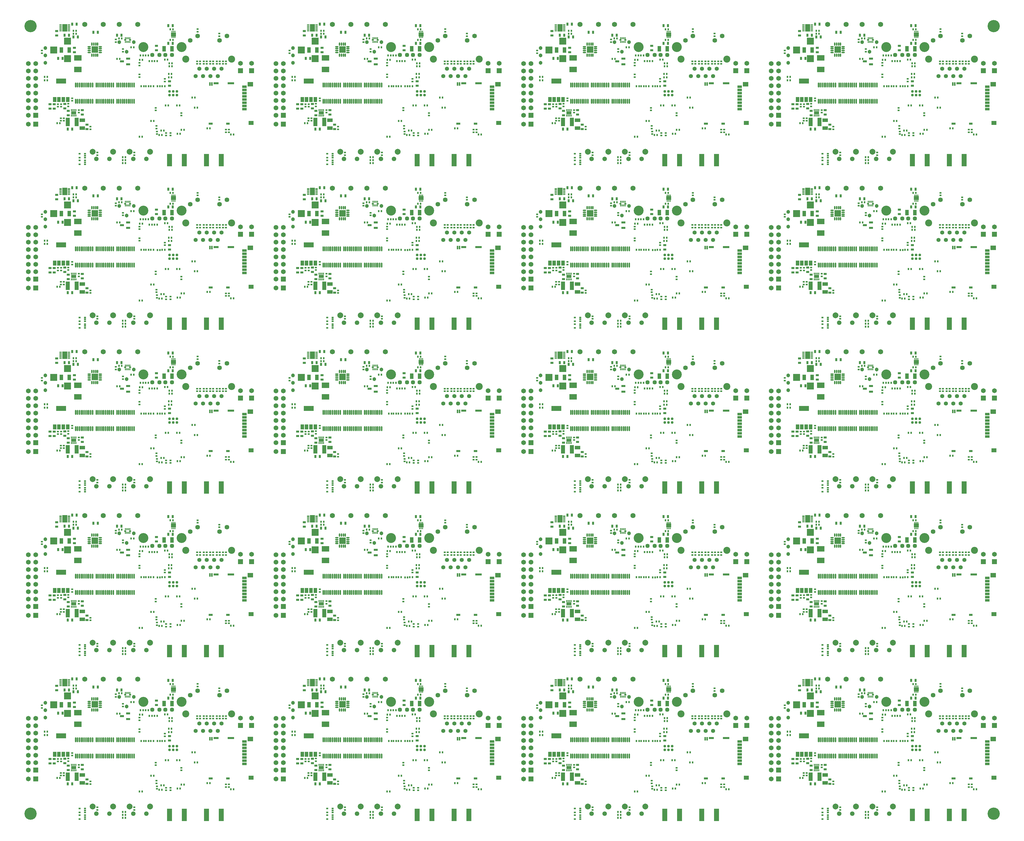
<source format=gbs>
G04 Layer_Color=16711935*
%FSLAX24Y24*%
%MOIN*%
G70*
G01*
G75*
%ADD106R,0.0296X0.0217*%
%ADD108O,0.0454X0.0198*%
%ADD109O,0.0198X0.0454*%
%ADD119C,0.0370*%
%ADD125R,0.0658X0.1658*%
%ADD127R,0.0217X0.0296*%
%ADD135R,0.0257X0.0414*%
%ADD136R,0.0414X0.0257*%
%ADD140C,0.1655*%
%ADD141C,0.0060*%
%ADD142C,0.0257*%
%ADD143C,0.0513*%
%ADD144C,0.0651*%
%ADD145R,0.0651X0.0651*%
%ADD146C,0.1340*%
%ADD147C,0.0572*%
%ADD148C,0.0690*%
%ADD149C,0.0556*%
%ADD150C,0.0623*%
%ADD151C,0.0946*%
%ADD152R,0.0926X0.0926*%
%ADD153C,0.0788*%
%ADD154C,0.0611*%
%ADD155R,0.0651X0.0651*%
%ADD156R,0.0910X0.0910*%
%ADD157R,0.0178X0.0288*%
%ADD158R,0.0158X0.0198*%
%ADD159R,0.0690X0.0532*%
%ADD160O,0.0336X0.0158*%
%ADD161R,0.0710X0.0997*%
%ADD162R,0.0308X0.0198*%
%ADD163R,0.0296X0.0225*%
%ADD164R,0.1044X0.0729*%
%ADD165O,0.0178X0.0670*%
%ADD166R,0.1359X0.0651*%
%ADD167R,0.0454X0.0651*%
%ADD168R,0.0690X0.0414*%
%ADD169R,0.0170X0.0257*%
%ADD170R,0.0572X0.0296*%
%ADD171R,0.0552X0.1162*%
%ADD172R,0.0493X0.0729*%
%ADD173R,0.0729X0.0493*%
%ADD174R,0.0611X0.0375*%
%ADD175R,0.0769X0.0592*%
%ADD176R,0.0651X0.0517*%
%ADD177R,0.0903X0.0316*%
%ADD178R,0.0690X0.0316*%
%ADD179R,0.0572X0.0316*%
%ADD180R,0.0513X0.0296*%
%ADD181R,0.0237X0.0493*%
%ADD182R,0.0237X0.0513*%
D106*
X20950Y17451D02*
D03*
Y17097D02*
D03*
X24400Y29251D02*
D03*
Y28897D02*
D03*
X25350Y27951D02*
D03*
Y27597D02*
D03*
X35450Y30297D02*
D03*
Y30651D02*
D03*
X38400Y29697D02*
D03*
Y30051D02*
D03*
X35400Y25947D02*
D03*
Y26301D02*
D03*
X37150Y25947D02*
D03*
Y26301D02*
D03*
X36300Y25947D02*
D03*
Y26301D02*
D03*
X38900Y25947D02*
D03*
Y26301D02*
D03*
X38050Y25947D02*
D03*
Y26301D02*
D03*
X26900Y13597D02*
D03*
Y13951D02*
D03*
X21900Y13597D02*
D03*
Y13951D02*
D03*
X29900Y17551D02*
D03*
Y17197D02*
D03*
X17350Y18247D02*
D03*
Y18601D02*
D03*
X14400Y27751D02*
D03*
Y27397D02*
D03*
X37550Y26301D02*
D03*
Y25947D02*
D03*
X36700Y26301D02*
D03*
Y25947D02*
D03*
X39300Y26301D02*
D03*
Y25947D02*
D03*
X38450Y26301D02*
D03*
Y25947D02*
D03*
X35800Y26301D02*
D03*
Y25947D02*
D03*
X29950Y16447D02*
D03*
Y16801D02*
D03*
X31013Y23915D02*
D03*
Y23561D02*
D03*
X27587Y24506D02*
D03*
Y24152D02*
D03*
Y26081D02*
D03*
Y25726D02*
D03*
X31200Y16245D02*
D03*
Y16599D02*
D03*
X31800Y16245D02*
D03*
Y16599D02*
D03*
X33250Y18947D02*
D03*
Y19301D02*
D03*
X29800Y20001D02*
D03*
Y19647D02*
D03*
X16550Y20147D02*
D03*
Y20501D02*
D03*
X17950Y20197D02*
D03*
Y20551D02*
D03*
X19400Y19347D02*
D03*
Y19701D02*
D03*
X16950Y18247D02*
D03*
Y18601D02*
D03*
X17000Y20501D02*
D03*
Y20147D02*
D03*
X18500Y21301D02*
D03*
Y20947D02*
D03*
X39700Y16697D02*
D03*
Y17051D02*
D03*
X39300Y16697D02*
D03*
Y17051D02*
D03*
X54450Y17451D02*
D03*
Y17097D02*
D03*
X57900Y29251D02*
D03*
Y28897D02*
D03*
X58850Y27951D02*
D03*
Y27597D02*
D03*
X68950Y30297D02*
D03*
Y30651D02*
D03*
X71900Y29697D02*
D03*
Y30051D02*
D03*
X68900Y25947D02*
D03*
Y26301D02*
D03*
X70650Y25947D02*
D03*
Y26301D02*
D03*
X69800Y25947D02*
D03*
Y26301D02*
D03*
X72400Y25947D02*
D03*
Y26301D02*
D03*
X71550Y25947D02*
D03*
Y26301D02*
D03*
X60400Y13597D02*
D03*
Y13951D02*
D03*
X55400Y13597D02*
D03*
Y13951D02*
D03*
X63400Y17551D02*
D03*
Y17197D02*
D03*
X50850Y18247D02*
D03*
Y18601D02*
D03*
X47900Y27751D02*
D03*
Y27397D02*
D03*
X71050Y26301D02*
D03*
Y25947D02*
D03*
X70200Y26301D02*
D03*
Y25947D02*
D03*
X72800Y26301D02*
D03*
Y25947D02*
D03*
X71950Y26301D02*
D03*
Y25947D02*
D03*
X69300Y26301D02*
D03*
Y25947D02*
D03*
X63450Y16447D02*
D03*
Y16801D02*
D03*
X64513Y23915D02*
D03*
Y23561D02*
D03*
X61087Y24506D02*
D03*
Y24152D02*
D03*
Y26081D02*
D03*
Y25726D02*
D03*
X64700Y16245D02*
D03*
Y16599D02*
D03*
X65300Y16245D02*
D03*
Y16599D02*
D03*
X66750Y18947D02*
D03*
Y19301D02*
D03*
X63300Y20001D02*
D03*
Y19647D02*
D03*
X50050Y20147D02*
D03*
Y20501D02*
D03*
X51450Y20197D02*
D03*
Y20551D02*
D03*
X52900Y19347D02*
D03*
Y19701D02*
D03*
X50450Y18247D02*
D03*
Y18601D02*
D03*
X50500Y20501D02*
D03*
Y20147D02*
D03*
X52000Y21301D02*
D03*
Y20947D02*
D03*
X73200Y16697D02*
D03*
Y17051D02*
D03*
X72800Y16697D02*
D03*
Y17051D02*
D03*
X87950Y17451D02*
D03*
Y17097D02*
D03*
X91400Y29251D02*
D03*
Y28897D02*
D03*
X92350Y27951D02*
D03*
Y27597D02*
D03*
X102450Y30297D02*
D03*
Y30651D02*
D03*
X105400Y29697D02*
D03*
Y30051D02*
D03*
X102400Y25947D02*
D03*
Y26301D02*
D03*
X104150Y25947D02*
D03*
Y26301D02*
D03*
X103300Y25947D02*
D03*
Y26301D02*
D03*
X105900Y25947D02*
D03*
Y26301D02*
D03*
X105050Y25947D02*
D03*
Y26301D02*
D03*
X93900Y13597D02*
D03*
Y13951D02*
D03*
X88900Y13597D02*
D03*
Y13951D02*
D03*
X96900Y17551D02*
D03*
Y17197D02*
D03*
X84350Y18247D02*
D03*
Y18601D02*
D03*
X81400Y27751D02*
D03*
Y27397D02*
D03*
X104550Y26301D02*
D03*
Y25947D02*
D03*
X103700Y26301D02*
D03*
Y25947D02*
D03*
X106300Y26301D02*
D03*
Y25947D02*
D03*
X105450Y26301D02*
D03*
Y25947D02*
D03*
X102800Y26301D02*
D03*
Y25947D02*
D03*
X96950Y16447D02*
D03*
Y16801D02*
D03*
X98013Y23915D02*
D03*
Y23561D02*
D03*
X94587Y24506D02*
D03*
Y24152D02*
D03*
Y26081D02*
D03*
Y25726D02*
D03*
X98200Y16245D02*
D03*
Y16599D02*
D03*
X98800Y16245D02*
D03*
Y16599D02*
D03*
X100250Y18947D02*
D03*
Y19301D02*
D03*
X96800Y20001D02*
D03*
Y19647D02*
D03*
X83550Y20147D02*
D03*
Y20501D02*
D03*
X84950Y20197D02*
D03*
Y20551D02*
D03*
X86400Y19347D02*
D03*
Y19701D02*
D03*
X83950Y18247D02*
D03*
Y18601D02*
D03*
X84000Y20501D02*
D03*
Y20147D02*
D03*
X85500Y21301D02*
D03*
Y20947D02*
D03*
X106700Y16697D02*
D03*
Y17051D02*
D03*
X106300Y16697D02*
D03*
Y17051D02*
D03*
X121450Y17451D02*
D03*
Y17097D02*
D03*
X124900Y29251D02*
D03*
Y28897D02*
D03*
X125850Y27951D02*
D03*
Y27597D02*
D03*
X135950Y30297D02*
D03*
Y30651D02*
D03*
X138900Y29697D02*
D03*
Y30051D02*
D03*
X135900Y25947D02*
D03*
Y26301D02*
D03*
X137650Y25947D02*
D03*
Y26301D02*
D03*
X136800Y25947D02*
D03*
Y26301D02*
D03*
X139400Y25947D02*
D03*
Y26301D02*
D03*
X138550Y25947D02*
D03*
Y26301D02*
D03*
X127400Y13597D02*
D03*
Y13951D02*
D03*
X122400Y13597D02*
D03*
Y13951D02*
D03*
X130400Y17551D02*
D03*
Y17197D02*
D03*
X117850Y18247D02*
D03*
Y18601D02*
D03*
X114900Y27751D02*
D03*
Y27397D02*
D03*
X138050Y26301D02*
D03*
Y25947D02*
D03*
X137200Y26301D02*
D03*
Y25947D02*
D03*
X139800Y26301D02*
D03*
Y25947D02*
D03*
X138950Y26301D02*
D03*
Y25947D02*
D03*
X136300Y26301D02*
D03*
Y25947D02*
D03*
X130450Y16447D02*
D03*
Y16801D02*
D03*
X131513Y23915D02*
D03*
Y23561D02*
D03*
X128087Y24506D02*
D03*
Y24152D02*
D03*
Y26081D02*
D03*
Y25726D02*
D03*
X131700Y16245D02*
D03*
Y16599D02*
D03*
X132300Y16245D02*
D03*
Y16599D02*
D03*
X133750Y18947D02*
D03*
Y19301D02*
D03*
X130300Y20001D02*
D03*
Y19647D02*
D03*
X117050Y20147D02*
D03*
Y20501D02*
D03*
X118450Y20197D02*
D03*
Y20551D02*
D03*
X119900Y19347D02*
D03*
Y19701D02*
D03*
X117450Y18247D02*
D03*
Y18601D02*
D03*
X117500Y20501D02*
D03*
Y20147D02*
D03*
X119000Y21301D02*
D03*
Y20947D02*
D03*
X140200Y16697D02*
D03*
Y17051D02*
D03*
X139800Y16697D02*
D03*
Y17051D02*
D03*
X20950Y39601D02*
D03*
Y39247D02*
D03*
X24400Y51401D02*
D03*
Y51047D02*
D03*
X25350Y50101D02*
D03*
Y49747D02*
D03*
X35450Y52447D02*
D03*
Y52801D02*
D03*
X38400Y51847D02*
D03*
Y52201D02*
D03*
X35400Y48097D02*
D03*
Y48451D02*
D03*
X37150Y48097D02*
D03*
Y48451D02*
D03*
X36300Y48097D02*
D03*
Y48451D02*
D03*
X38900Y48097D02*
D03*
Y48451D02*
D03*
X38050Y48097D02*
D03*
Y48451D02*
D03*
X26900Y35747D02*
D03*
Y36101D02*
D03*
X21900Y35747D02*
D03*
Y36101D02*
D03*
X29900Y39701D02*
D03*
Y39347D02*
D03*
X17350Y40397D02*
D03*
Y40751D02*
D03*
X14400Y49901D02*
D03*
Y49547D02*
D03*
X37550Y48451D02*
D03*
Y48097D02*
D03*
X36700Y48451D02*
D03*
Y48097D02*
D03*
X39300Y48451D02*
D03*
Y48097D02*
D03*
X38450Y48451D02*
D03*
Y48097D02*
D03*
X35800Y48451D02*
D03*
Y48097D02*
D03*
X29950Y38597D02*
D03*
Y38951D02*
D03*
X31013Y46065D02*
D03*
Y45711D02*
D03*
X27587Y46656D02*
D03*
Y46302D02*
D03*
Y48231D02*
D03*
Y47876D02*
D03*
X31200Y38395D02*
D03*
Y38749D02*
D03*
X31800Y38395D02*
D03*
Y38749D02*
D03*
X33250Y41097D02*
D03*
Y41451D02*
D03*
X29800Y42151D02*
D03*
Y41797D02*
D03*
X16550Y42297D02*
D03*
Y42651D02*
D03*
X17950Y42347D02*
D03*
Y42701D02*
D03*
X19400Y41497D02*
D03*
Y41851D02*
D03*
X16950Y40397D02*
D03*
Y40751D02*
D03*
X17000Y42651D02*
D03*
Y42297D02*
D03*
X18500Y43451D02*
D03*
Y43097D02*
D03*
X39700Y38847D02*
D03*
Y39201D02*
D03*
X39300Y38847D02*
D03*
Y39201D02*
D03*
X54450Y39601D02*
D03*
Y39247D02*
D03*
X57900Y51401D02*
D03*
Y51047D02*
D03*
X58850Y50101D02*
D03*
Y49747D02*
D03*
X68950Y52447D02*
D03*
Y52801D02*
D03*
X71900Y51847D02*
D03*
Y52201D02*
D03*
X68900Y48097D02*
D03*
Y48451D02*
D03*
X70650Y48097D02*
D03*
Y48451D02*
D03*
X69800Y48097D02*
D03*
Y48451D02*
D03*
X72400Y48097D02*
D03*
Y48451D02*
D03*
X71550Y48097D02*
D03*
Y48451D02*
D03*
X60400Y35747D02*
D03*
Y36101D02*
D03*
X55400Y35747D02*
D03*
Y36101D02*
D03*
X63400Y39701D02*
D03*
Y39347D02*
D03*
X50850Y40397D02*
D03*
Y40751D02*
D03*
X47900Y49901D02*
D03*
Y49547D02*
D03*
X71050Y48451D02*
D03*
Y48097D02*
D03*
X70200Y48451D02*
D03*
Y48097D02*
D03*
X72800Y48451D02*
D03*
Y48097D02*
D03*
X71950Y48451D02*
D03*
Y48097D02*
D03*
X69300Y48451D02*
D03*
Y48097D02*
D03*
X63450Y38597D02*
D03*
Y38951D02*
D03*
X64513Y46065D02*
D03*
Y45711D02*
D03*
X61087Y46656D02*
D03*
Y46302D02*
D03*
Y48231D02*
D03*
Y47876D02*
D03*
X64700Y38395D02*
D03*
Y38749D02*
D03*
X65300Y38395D02*
D03*
Y38749D02*
D03*
X66750Y41097D02*
D03*
Y41451D02*
D03*
X63300Y42151D02*
D03*
Y41797D02*
D03*
X50050Y42297D02*
D03*
Y42651D02*
D03*
X51450Y42347D02*
D03*
Y42701D02*
D03*
X52900Y41497D02*
D03*
Y41851D02*
D03*
X50450Y40397D02*
D03*
Y40751D02*
D03*
X50500Y42651D02*
D03*
Y42297D02*
D03*
X52000Y43451D02*
D03*
Y43097D02*
D03*
X73200Y38847D02*
D03*
Y39201D02*
D03*
X72800Y38847D02*
D03*
Y39201D02*
D03*
X87950Y39601D02*
D03*
Y39247D02*
D03*
X91400Y51401D02*
D03*
Y51047D02*
D03*
X92350Y50101D02*
D03*
Y49747D02*
D03*
X102450Y52447D02*
D03*
Y52801D02*
D03*
X105400Y51847D02*
D03*
Y52201D02*
D03*
X102400Y48097D02*
D03*
Y48451D02*
D03*
X104150Y48097D02*
D03*
Y48451D02*
D03*
X103300Y48097D02*
D03*
Y48451D02*
D03*
X105900Y48097D02*
D03*
Y48451D02*
D03*
X105050Y48097D02*
D03*
Y48451D02*
D03*
X93900Y35747D02*
D03*
Y36101D02*
D03*
X88900Y35747D02*
D03*
Y36101D02*
D03*
X96900Y39701D02*
D03*
Y39347D02*
D03*
X84350Y40397D02*
D03*
Y40751D02*
D03*
X81400Y49901D02*
D03*
Y49547D02*
D03*
X104550Y48451D02*
D03*
Y48097D02*
D03*
X103700Y48451D02*
D03*
Y48097D02*
D03*
X106300Y48451D02*
D03*
Y48097D02*
D03*
X105450Y48451D02*
D03*
Y48097D02*
D03*
X102800Y48451D02*
D03*
Y48097D02*
D03*
X96950Y38597D02*
D03*
Y38951D02*
D03*
X98013Y46065D02*
D03*
Y45711D02*
D03*
X94587Y46656D02*
D03*
Y46302D02*
D03*
Y48231D02*
D03*
Y47876D02*
D03*
X98200Y38395D02*
D03*
Y38749D02*
D03*
X98800Y38395D02*
D03*
Y38749D02*
D03*
X100250Y41097D02*
D03*
Y41451D02*
D03*
X96800Y42151D02*
D03*
Y41797D02*
D03*
X83550Y42297D02*
D03*
Y42651D02*
D03*
X84950Y42347D02*
D03*
Y42701D02*
D03*
X86400Y41497D02*
D03*
Y41851D02*
D03*
X83950Y40397D02*
D03*
Y40751D02*
D03*
X84000Y42651D02*
D03*
Y42297D02*
D03*
X85500Y43451D02*
D03*
Y43097D02*
D03*
X106700Y38847D02*
D03*
Y39201D02*
D03*
X106300Y38847D02*
D03*
Y39201D02*
D03*
X121450Y39601D02*
D03*
Y39247D02*
D03*
X124900Y51401D02*
D03*
Y51047D02*
D03*
X125850Y50101D02*
D03*
Y49747D02*
D03*
X135950Y52447D02*
D03*
Y52801D02*
D03*
X138900Y51847D02*
D03*
Y52201D02*
D03*
X135900Y48097D02*
D03*
Y48451D02*
D03*
X137650Y48097D02*
D03*
Y48451D02*
D03*
X136800Y48097D02*
D03*
Y48451D02*
D03*
X139400Y48097D02*
D03*
Y48451D02*
D03*
X138550Y48097D02*
D03*
Y48451D02*
D03*
X127400Y35747D02*
D03*
Y36101D02*
D03*
X122400Y35747D02*
D03*
Y36101D02*
D03*
X130400Y39701D02*
D03*
Y39347D02*
D03*
X117850Y40397D02*
D03*
Y40751D02*
D03*
X114900Y49901D02*
D03*
Y49547D02*
D03*
X138050Y48451D02*
D03*
Y48097D02*
D03*
X137200Y48451D02*
D03*
Y48097D02*
D03*
X139800Y48451D02*
D03*
Y48097D02*
D03*
X138950Y48451D02*
D03*
Y48097D02*
D03*
X136300Y48451D02*
D03*
Y48097D02*
D03*
X130450Y38597D02*
D03*
Y38951D02*
D03*
X131513Y46065D02*
D03*
Y45711D02*
D03*
X128087Y46656D02*
D03*
Y46302D02*
D03*
Y48231D02*
D03*
Y47876D02*
D03*
X131700Y38395D02*
D03*
Y38749D02*
D03*
X132300Y38395D02*
D03*
Y38749D02*
D03*
X133750Y41097D02*
D03*
Y41451D02*
D03*
X130300Y42151D02*
D03*
Y41797D02*
D03*
X117050Y42297D02*
D03*
Y42651D02*
D03*
X118450Y42347D02*
D03*
Y42701D02*
D03*
X119900Y41497D02*
D03*
Y41851D02*
D03*
X117450Y40397D02*
D03*
Y40751D02*
D03*
X117500Y42651D02*
D03*
Y42297D02*
D03*
X119000Y43451D02*
D03*
Y43097D02*
D03*
X140200Y38847D02*
D03*
Y39201D02*
D03*
X139800Y38847D02*
D03*
Y39201D02*
D03*
X20950Y61751D02*
D03*
Y61397D02*
D03*
X24400Y73551D02*
D03*
Y73197D02*
D03*
X25350Y72251D02*
D03*
Y71897D02*
D03*
X35450Y74597D02*
D03*
Y74951D02*
D03*
X38400Y73997D02*
D03*
Y74351D02*
D03*
X35400Y70247D02*
D03*
Y70601D02*
D03*
X37150Y70247D02*
D03*
Y70601D02*
D03*
X36300Y70247D02*
D03*
Y70601D02*
D03*
X38900Y70247D02*
D03*
Y70601D02*
D03*
X38050Y70247D02*
D03*
Y70601D02*
D03*
X26900Y57897D02*
D03*
Y58251D02*
D03*
X21900Y57897D02*
D03*
Y58251D02*
D03*
X29900Y61851D02*
D03*
Y61497D02*
D03*
X17350Y62547D02*
D03*
Y62901D02*
D03*
X14400Y72051D02*
D03*
Y71697D02*
D03*
X37550Y70601D02*
D03*
Y70247D02*
D03*
X36700Y70601D02*
D03*
Y70247D02*
D03*
X39300Y70601D02*
D03*
Y70247D02*
D03*
X38450Y70601D02*
D03*
Y70247D02*
D03*
X35800Y70601D02*
D03*
Y70247D02*
D03*
X29950Y60747D02*
D03*
Y61101D02*
D03*
X31013Y68215D02*
D03*
Y67861D02*
D03*
X27587Y68806D02*
D03*
Y68452D02*
D03*
Y70381D02*
D03*
Y70026D02*
D03*
X31200Y60545D02*
D03*
Y60899D02*
D03*
X31800Y60545D02*
D03*
Y60899D02*
D03*
X33250Y63247D02*
D03*
Y63601D02*
D03*
X29800Y64301D02*
D03*
Y63947D02*
D03*
X16550Y64447D02*
D03*
Y64801D02*
D03*
X17950Y64497D02*
D03*
Y64851D02*
D03*
X19400Y63647D02*
D03*
Y64001D02*
D03*
X16950Y62547D02*
D03*
Y62901D02*
D03*
X17000Y64801D02*
D03*
Y64447D02*
D03*
X18500Y65601D02*
D03*
Y65247D02*
D03*
X39700Y60997D02*
D03*
Y61351D02*
D03*
X39300Y60997D02*
D03*
Y61351D02*
D03*
X54450Y61751D02*
D03*
Y61397D02*
D03*
X57900Y73551D02*
D03*
Y73197D02*
D03*
X58850Y72251D02*
D03*
Y71897D02*
D03*
X68950Y74597D02*
D03*
Y74951D02*
D03*
X71900Y73997D02*
D03*
Y74351D02*
D03*
X68900Y70247D02*
D03*
Y70601D02*
D03*
X70650Y70247D02*
D03*
Y70601D02*
D03*
X69800Y70247D02*
D03*
Y70601D02*
D03*
X72400Y70247D02*
D03*
Y70601D02*
D03*
X71550Y70247D02*
D03*
Y70601D02*
D03*
X60400Y57897D02*
D03*
Y58251D02*
D03*
X55400Y57897D02*
D03*
Y58251D02*
D03*
X63400Y61851D02*
D03*
Y61497D02*
D03*
X50850Y62547D02*
D03*
Y62901D02*
D03*
X47900Y72051D02*
D03*
Y71697D02*
D03*
X71050Y70601D02*
D03*
Y70247D02*
D03*
X70200Y70601D02*
D03*
Y70247D02*
D03*
X72800Y70601D02*
D03*
Y70247D02*
D03*
X71950Y70601D02*
D03*
Y70247D02*
D03*
X69300Y70601D02*
D03*
Y70247D02*
D03*
X63450Y60747D02*
D03*
Y61101D02*
D03*
X64513Y68215D02*
D03*
Y67861D02*
D03*
X61087Y68806D02*
D03*
Y68452D02*
D03*
Y70381D02*
D03*
Y70026D02*
D03*
X64700Y60545D02*
D03*
Y60899D02*
D03*
X65300Y60545D02*
D03*
Y60899D02*
D03*
X66750Y63247D02*
D03*
Y63601D02*
D03*
X63300Y64301D02*
D03*
Y63947D02*
D03*
X50050Y64447D02*
D03*
Y64801D02*
D03*
X51450Y64497D02*
D03*
Y64851D02*
D03*
X52900Y63647D02*
D03*
Y64001D02*
D03*
X50450Y62547D02*
D03*
Y62901D02*
D03*
X50500Y64801D02*
D03*
Y64447D02*
D03*
X52000Y65601D02*
D03*
Y65247D02*
D03*
X73200Y60997D02*
D03*
Y61351D02*
D03*
X72800Y60997D02*
D03*
Y61351D02*
D03*
X87950Y61751D02*
D03*
Y61397D02*
D03*
X91400Y73551D02*
D03*
Y73197D02*
D03*
X92350Y72251D02*
D03*
Y71897D02*
D03*
X102450Y74597D02*
D03*
Y74951D02*
D03*
X105400Y73997D02*
D03*
Y74351D02*
D03*
X102400Y70247D02*
D03*
Y70601D02*
D03*
X104150Y70247D02*
D03*
Y70601D02*
D03*
X103300Y70247D02*
D03*
Y70601D02*
D03*
X105900Y70247D02*
D03*
Y70601D02*
D03*
X105050Y70247D02*
D03*
Y70601D02*
D03*
X93900Y57897D02*
D03*
Y58251D02*
D03*
X88900Y57897D02*
D03*
Y58251D02*
D03*
X96900Y61851D02*
D03*
Y61497D02*
D03*
X84350Y62547D02*
D03*
Y62901D02*
D03*
X81400Y72051D02*
D03*
Y71697D02*
D03*
X104550Y70601D02*
D03*
Y70247D02*
D03*
X103700Y70601D02*
D03*
Y70247D02*
D03*
X106300Y70601D02*
D03*
Y70247D02*
D03*
X105450Y70601D02*
D03*
Y70247D02*
D03*
X102800Y70601D02*
D03*
Y70247D02*
D03*
X96950Y60747D02*
D03*
Y61101D02*
D03*
X98013Y68215D02*
D03*
Y67861D02*
D03*
X94587Y68806D02*
D03*
Y68452D02*
D03*
Y70381D02*
D03*
Y70026D02*
D03*
X98200Y60545D02*
D03*
Y60899D02*
D03*
X98800Y60545D02*
D03*
Y60899D02*
D03*
X100250Y63247D02*
D03*
Y63601D02*
D03*
X96800Y64301D02*
D03*
Y63947D02*
D03*
X83550Y64447D02*
D03*
Y64801D02*
D03*
X84950Y64497D02*
D03*
Y64851D02*
D03*
X86400Y63647D02*
D03*
Y64001D02*
D03*
X83950Y62547D02*
D03*
Y62901D02*
D03*
X84000Y64801D02*
D03*
Y64447D02*
D03*
X85500Y65601D02*
D03*
Y65247D02*
D03*
X106700Y60997D02*
D03*
Y61351D02*
D03*
X106300Y60997D02*
D03*
Y61351D02*
D03*
X121450Y61751D02*
D03*
Y61397D02*
D03*
X124900Y73551D02*
D03*
Y73197D02*
D03*
X125850Y72251D02*
D03*
Y71897D02*
D03*
X135950Y74597D02*
D03*
Y74951D02*
D03*
X138900Y73997D02*
D03*
Y74351D02*
D03*
X135900Y70247D02*
D03*
Y70601D02*
D03*
X137650Y70247D02*
D03*
Y70601D02*
D03*
X136800Y70247D02*
D03*
Y70601D02*
D03*
X139400Y70247D02*
D03*
Y70601D02*
D03*
X138550Y70247D02*
D03*
Y70601D02*
D03*
X127400Y57897D02*
D03*
Y58251D02*
D03*
X122400Y57897D02*
D03*
Y58251D02*
D03*
X130400Y61851D02*
D03*
Y61497D02*
D03*
X117850Y62547D02*
D03*
Y62901D02*
D03*
X114900Y72051D02*
D03*
Y71697D02*
D03*
X138050Y70601D02*
D03*
Y70247D02*
D03*
X137200Y70601D02*
D03*
Y70247D02*
D03*
X139800Y70601D02*
D03*
Y70247D02*
D03*
X138950Y70601D02*
D03*
Y70247D02*
D03*
X136300Y70601D02*
D03*
Y70247D02*
D03*
X130450Y60747D02*
D03*
Y61101D02*
D03*
X131513Y68215D02*
D03*
Y67861D02*
D03*
X128087Y68806D02*
D03*
Y68452D02*
D03*
Y70381D02*
D03*
Y70026D02*
D03*
X131700Y60545D02*
D03*
Y60899D02*
D03*
X132300Y60545D02*
D03*
Y60899D02*
D03*
X133750Y63247D02*
D03*
Y63601D02*
D03*
X130300Y64301D02*
D03*
Y63947D02*
D03*
X117050Y64447D02*
D03*
Y64801D02*
D03*
X118450Y64497D02*
D03*
Y64851D02*
D03*
X119900Y63647D02*
D03*
Y64001D02*
D03*
X117450Y62547D02*
D03*
Y62901D02*
D03*
X117500Y64801D02*
D03*
Y64447D02*
D03*
X119000Y65601D02*
D03*
Y65247D02*
D03*
X140200Y60997D02*
D03*
Y61351D02*
D03*
X139800Y60997D02*
D03*
Y61351D02*
D03*
X20950Y83901D02*
D03*
Y83547D02*
D03*
X24400Y95701D02*
D03*
Y95347D02*
D03*
X25350Y94401D02*
D03*
Y94047D02*
D03*
X35450Y96747D02*
D03*
Y97101D02*
D03*
X38400Y96147D02*
D03*
Y96501D02*
D03*
X35400Y92397D02*
D03*
Y92751D02*
D03*
X37150Y92397D02*
D03*
Y92751D02*
D03*
X36300Y92397D02*
D03*
Y92751D02*
D03*
X38900Y92397D02*
D03*
Y92751D02*
D03*
X38050Y92397D02*
D03*
Y92751D02*
D03*
X26900Y80047D02*
D03*
Y80401D02*
D03*
X21900Y80047D02*
D03*
Y80401D02*
D03*
X29900Y84001D02*
D03*
Y83647D02*
D03*
X17350Y84697D02*
D03*
Y85051D02*
D03*
X14400Y94201D02*
D03*
Y93847D02*
D03*
X37550Y92751D02*
D03*
Y92397D02*
D03*
X36700Y92751D02*
D03*
Y92397D02*
D03*
X39300Y92751D02*
D03*
Y92397D02*
D03*
X38450Y92751D02*
D03*
Y92397D02*
D03*
X35800Y92751D02*
D03*
Y92397D02*
D03*
X29950Y82897D02*
D03*
Y83251D02*
D03*
X31013Y90365D02*
D03*
Y90011D02*
D03*
X27587Y90956D02*
D03*
Y90602D02*
D03*
Y92531D02*
D03*
Y92176D02*
D03*
X31200Y82695D02*
D03*
Y83049D02*
D03*
X31800Y82695D02*
D03*
Y83049D02*
D03*
X33250Y85397D02*
D03*
Y85751D02*
D03*
X29800Y86451D02*
D03*
Y86097D02*
D03*
X16550Y86597D02*
D03*
Y86951D02*
D03*
X17950Y86647D02*
D03*
Y87001D02*
D03*
X19400Y85797D02*
D03*
Y86151D02*
D03*
X16950Y84697D02*
D03*
Y85051D02*
D03*
X17000Y86951D02*
D03*
Y86597D02*
D03*
X18500Y87751D02*
D03*
Y87397D02*
D03*
X39700Y83147D02*
D03*
Y83501D02*
D03*
X39300Y83147D02*
D03*
Y83501D02*
D03*
X54450Y83901D02*
D03*
Y83547D02*
D03*
X57900Y95701D02*
D03*
Y95347D02*
D03*
X58850Y94401D02*
D03*
Y94047D02*
D03*
X68950Y96747D02*
D03*
Y97101D02*
D03*
X71900Y96147D02*
D03*
Y96501D02*
D03*
X68900Y92397D02*
D03*
Y92751D02*
D03*
X70650Y92397D02*
D03*
Y92751D02*
D03*
X69800Y92397D02*
D03*
Y92751D02*
D03*
X72400Y92397D02*
D03*
Y92751D02*
D03*
X71550Y92397D02*
D03*
Y92751D02*
D03*
X60400Y80047D02*
D03*
Y80401D02*
D03*
X55400Y80047D02*
D03*
Y80401D02*
D03*
X63400Y84001D02*
D03*
Y83647D02*
D03*
X50850Y84697D02*
D03*
Y85051D02*
D03*
X47900Y94201D02*
D03*
Y93847D02*
D03*
X71050Y92751D02*
D03*
Y92397D02*
D03*
X70200Y92751D02*
D03*
Y92397D02*
D03*
X72800Y92751D02*
D03*
Y92397D02*
D03*
X71950Y92751D02*
D03*
Y92397D02*
D03*
X69300Y92751D02*
D03*
Y92397D02*
D03*
X63450Y82897D02*
D03*
Y83251D02*
D03*
X64513Y90365D02*
D03*
Y90011D02*
D03*
X61087Y90956D02*
D03*
Y90602D02*
D03*
Y92531D02*
D03*
Y92176D02*
D03*
X64700Y82695D02*
D03*
Y83049D02*
D03*
X65300Y82695D02*
D03*
Y83049D02*
D03*
X66750Y85397D02*
D03*
Y85751D02*
D03*
X63300Y86451D02*
D03*
Y86097D02*
D03*
X50050Y86597D02*
D03*
Y86951D02*
D03*
X51450Y86647D02*
D03*
Y87001D02*
D03*
X52900Y85797D02*
D03*
Y86151D02*
D03*
X50450Y84697D02*
D03*
Y85051D02*
D03*
X50500Y86951D02*
D03*
Y86597D02*
D03*
X52000Y87751D02*
D03*
Y87397D02*
D03*
X73200Y83147D02*
D03*
Y83501D02*
D03*
X72800Y83147D02*
D03*
Y83501D02*
D03*
X87950Y83901D02*
D03*
Y83547D02*
D03*
X91400Y95701D02*
D03*
Y95347D02*
D03*
X92350Y94401D02*
D03*
Y94047D02*
D03*
X102450Y96747D02*
D03*
Y97101D02*
D03*
X105400Y96147D02*
D03*
Y96501D02*
D03*
X102400Y92397D02*
D03*
Y92751D02*
D03*
X104150Y92397D02*
D03*
Y92751D02*
D03*
X103300Y92397D02*
D03*
Y92751D02*
D03*
X105900Y92397D02*
D03*
Y92751D02*
D03*
X105050Y92397D02*
D03*
Y92751D02*
D03*
X93900Y80047D02*
D03*
Y80401D02*
D03*
X88900Y80047D02*
D03*
Y80401D02*
D03*
X96900Y84001D02*
D03*
Y83647D02*
D03*
X84350Y84697D02*
D03*
Y85051D02*
D03*
X81400Y94201D02*
D03*
Y93847D02*
D03*
X104550Y92751D02*
D03*
Y92397D02*
D03*
X103700Y92751D02*
D03*
Y92397D02*
D03*
X106300Y92751D02*
D03*
Y92397D02*
D03*
X105450Y92751D02*
D03*
Y92397D02*
D03*
X102800Y92751D02*
D03*
Y92397D02*
D03*
X96950Y82897D02*
D03*
Y83251D02*
D03*
X98013Y90365D02*
D03*
Y90011D02*
D03*
X94587Y90956D02*
D03*
Y90602D02*
D03*
Y92531D02*
D03*
Y92176D02*
D03*
X98200Y82695D02*
D03*
Y83049D02*
D03*
X98800Y82695D02*
D03*
Y83049D02*
D03*
X100250Y85397D02*
D03*
Y85751D02*
D03*
X96800Y86451D02*
D03*
Y86097D02*
D03*
X83550Y86597D02*
D03*
Y86951D02*
D03*
X84950Y86647D02*
D03*
Y87001D02*
D03*
X86400Y85797D02*
D03*
Y86151D02*
D03*
X83950Y84697D02*
D03*
Y85051D02*
D03*
X84000Y86951D02*
D03*
Y86597D02*
D03*
X85500Y87751D02*
D03*
Y87397D02*
D03*
X106700Y83147D02*
D03*
Y83501D02*
D03*
X106300Y83147D02*
D03*
Y83501D02*
D03*
X121450Y83901D02*
D03*
Y83547D02*
D03*
X124900Y95701D02*
D03*
Y95347D02*
D03*
X125850Y94401D02*
D03*
Y94047D02*
D03*
X135950Y96747D02*
D03*
Y97101D02*
D03*
X138900Y96147D02*
D03*
Y96501D02*
D03*
X135900Y92397D02*
D03*
Y92751D02*
D03*
X137650Y92397D02*
D03*
Y92751D02*
D03*
X136800Y92397D02*
D03*
Y92751D02*
D03*
X139400Y92397D02*
D03*
Y92751D02*
D03*
X138550Y92397D02*
D03*
Y92751D02*
D03*
X127400Y80047D02*
D03*
Y80401D02*
D03*
X122400Y80047D02*
D03*
Y80401D02*
D03*
X130400Y84001D02*
D03*
Y83647D02*
D03*
X117850Y84697D02*
D03*
Y85051D02*
D03*
X114900Y94201D02*
D03*
Y93847D02*
D03*
X138050Y92751D02*
D03*
Y92397D02*
D03*
X137200Y92751D02*
D03*
Y92397D02*
D03*
X139800Y92751D02*
D03*
Y92397D02*
D03*
X138950Y92751D02*
D03*
Y92397D02*
D03*
X136300Y92751D02*
D03*
Y92397D02*
D03*
X130450Y82897D02*
D03*
Y83251D02*
D03*
X131513Y90365D02*
D03*
Y90011D02*
D03*
X128087Y90956D02*
D03*
Y90602D02*
D03*
Y92531D02*
D03*
Y92176D02*
D03*
X131700Y82695D02*
D03*
Y83049D02*
D03*
X132300Y82695D02*
D03*
Y83049D02*
D03*
X133750Y85397D02*
D03*
Y85751D02*
D03*
X130300Y86451D02*
D03*
Y86097D02*
D03*
X117050Y86597D02*
D03*
Y86951D02*
D03*
X118450Y86647D02*
D03*
Y87001D02*
D03*
X119900Y85797D02*
D03*
Y86151D02*
D03*
X117450Y84697D02*
D03*
Y85051D02*
D03*
X117500Y86951D02*
D03*
Y86597D02*
D03*
X119000Y87751D02*
D03*
Y87397D02*
D03*
X140200Y83147D02*
D03*
Y83501D02*
D03*
X139800Y83147D02*
D03*
Y83501D02*
D03*
X20950Y106051D02*
D03*
Y105697D02*
D03*
X24400Y117851D02*
D03*
Y117497D02*
D03*
X25350Y116551D02*
D03*
Y116197D02*
D03*
X35450Y118897D02*
D03*
Y119251D02*
D03*
X38400Y118297D02*
D03*
Y118651D02*
D03*
X35400Y114547D02*
D03*
Y114901D02*
D03*
X37150Y114547D02*
D03*
Y114901D02*
D03*
X36300Y114547D02*
D03*
Y114901D02*
D03*
X38900Y114547D02*
D03*
Y114901D02*
D03*
X38050Y114547D02*
D03*
Y114901D02*
D03*
X26900Y102197D02*
D03*
Y102551D02*
D03*
X21900Y102197D02*
D03*
Y102551D02*
D03*
X29900Y106151D02*
D03*
Y105797D02*
D03*
X17350Y106847D02*
D03*
Y107201D02*
D03*
X14400Y116351D02*
D03*
Y115997D02*
D03*
X37550Y114901D02*
D03*
Y114547D02*
D03*
X36700Y114901D02*
D03*
Y114547D02*
D03*
X39300Y114901D02*
D03*
Y114547D02*
D03*
X38450Y114901D02*
D03*
Y114547D02*
D03*
X35800Y114901D02*
D03*
Y114547D02*
D03*
X29950Y105047D02*
D03*
Y105401D02*
D03*
X31013Y112515D02*
D03*
Y112161D02*
D03*
X27587Y113106D02*
D03*
Y112752D02*
D03*
Y114681D02*
D03*
Y114326D02*
D03*
X31200Y104845D02*
D03*
Y105199D02*
D03*
X31800Y104845D02*
D03*
Y105199D02*
D03*
X33250Y107547D02*
D03*
Y107901D02*
D03*
X29800Y108601D02*
D03*
Y108247D02*
D03*
X16550Y108747D02*
D03*
Y109101D02*
D03*
X17950Y108797D02*
D03*
Y109151D02*
D03*
X19400Y107947D02*
D03*
Y108301D02*
D03*
X16950Y106847D02*
D03*
Y107201D02*
D03*
X17000Y109101D02*
D03*
Y108747D02*
D03*
X18500Y109901D02*
D03*
Y109547D02*
D03*
X39700Y105297D02*
D03*
Y105651D02*
D03*
X39300Y105297D02*
D03*
Y105651D02*
D03*
X54450Y106051D02*
D03*
Y105697D02*
D03*
X57900Y117851D02*
D03*
Y117497D02*
D03*
X58850Y116551D02*
D03*
Y116197D02*
D03*
X68950Y118897D02*
D03*
Y119251D02*
D03*
X71900Y118297D02*
D03*
Y118651D02*
D03*
X68900Y114547D02*
D03*
Y114901D02*
D03*
X70650Y114547D02*
D03*
Y114901D02*
D03*
X69800Y114547D02*
D03*
Y114901D02*
D03*
X72400Y114547D02*
D03*
Y114901D02*
D03*
X71550Y114547D02*
D03*
Y114901D02*
D03*
X60400Y102197D02*
D03*
Y102551D02*
D03*
X55400Y102197D02*
D03*
Y102551D02*
D03*
X63400Y106151D02*
D03*
Y105797D02*
D03*
X50850Y106847D02*
D03*
Y107201D02*
D03*
X47900Y116351D02*
D03*
Y115997D02*
D03*
X71050Y114901D02*
D03*
Y114547D02*
D03*
X70200Y114901D02*
D03*
Y114547D02*
D03*
X72800Y114901D02*
D03*
Y114547D02*
D03*
X71950Y114901D02*
D03*
Y114547D02*
D03*
X69300Y114901D02*
D03*
Y114547D02*
D03*
X63450Y105047D02*
D03*
Y105401D02*
D03*
X64513Y112515D02*
D03*
Y112161D02*
D03*
X61087Y113106D02*
D03*
Y112752D02*
D03*
Y114681D02*
D03*
Y114326D02*
D03*
X64700Y104845D02*
D03*
Y105199D02*
D03*
X65300Y104845D02*
D03*
Y105199D02*
D03*
X66750Y107547D02*
D03*
Y107901D02*
D03*
X63300Y108601D02*
D03*
Y108247D02*
D03*
X50050Y108747D02*
D03*
Y109101D02*
D03*
X51450Y108797D02*
D03*
Y109151D02*
D03*
X52900Y107947D02*
D03*
Y108301D02*
D03*
X50450Y106847D02*
D03*
Y107201D02*
D03*
X50500Y109101D02*
D03*
Y108747D02*
D03*
X52000Y109901D02*
D03*
Y109547D02*
D03*
X73200Y105297D02*
D03*
Y105651D02*
D03*
X72800Y105297D02*
D03*
Y105651D02*
D03*
X87950Y106051D02*
D03*
Y105697D02*
D03*
X91400Y117851D02*
D03*
Y117497D02*
D03*
X92350Y116551D02*
D03*
Y116197D02*
D03*
X102450Y118897D02*
D03*
Y119251D02*
D03*
X105400Y118297D02*
D03*
Y118651D02*
D03*
X102400Y114547D02*
D03*
Y114901D02*
D03*
X104150Y114547D02*
D03*
Y114901D02*
D03*
X103300Y114547D02*
D03*
Y114901D02*
D03*
X105900Y114547D02*
D03*
Y114901D02*
D03*
X105050Y114547D02*
D03*
Y114901D02*
D03*
X93900Y102197D02*
D03*
Y102551D02*
D03*
X88900Y102197D02*
D03*
Y102551D02*
D03*
X96900Y106151D02*
D03*
Y105797D02*
D03*
X84350Y106847D02*
D03*
Y107201D02*
D03*
X81400Y116351D02*
D03*
Y115997D02*
D03*
X104550Y114901D02*
D03*
Y114547D02*
D03*
X103700Y114901D02*
D03*
Y114547D02*
D03*
X106300Y114901D02*
D03*
Y114547D02*
D03*
X105450Y114901D02*
D03*
Y114547D02*
D03*
X102800Y114901D02*
D03*
Y114547D02*
D03*
X96950Y105047D02*
D03*
Y105401D02*
D03*
X98013Y112515D02*
D03*
Y112161D02*
D03*
X94587Y113106D02*
D03*
Y112752D02*
D03*
Y114681D02*
D03*
Y114326D02*
D03*
X98200Y104845D02*
D03*
Y105199D02*
D03*
X98800Y104845D02*
D03*
Y105199D02*
D03*
X100250Y107547D02*
D03*
Y107901D02*
D03*
X96800Y108601D02*
D03*
Y108247D02*
D03*
X83550Y108747D02*
D03*
Y109101D02*
D03*
X84950Y108797D02*
D03*
Y109151D02*
D03*
X86400Y107947D02*
D03*
Y108301D02*
D03*
X83950Y106847D02*
D03*
Y107201D02*
D03*
X84000Y109101D02*
D03*
Y108747D02*
D03*
X85500Y109901D02*
D03*
Y109547D02*
D03*
X106700Y105297D02*
D03*
Y105651D02*
D03*
X106300Y105297D02*
D03*
Y105651D02*
D03*
X121450Y106051D02*
D03*
Y105697D02*
D03*
X124900Y117851D02*
D03*
Y117497D02*
D03*
X125850Y116551D02*
D03*
Y116197D02*
D03*
X135950Y118897D02*
D03*
Y119251D02*
D03*
X138900Y118297D02*
D03*
Y118651D02*
D03*
X135900Y114547D02*
D03*
Y114901D02*
D03*
X137650Y114547D02*
D03*
Y114901D02*
D03*
X136800Y114547D02*
D03*
Y114901D02*
D03*
X139400Y114547D02*
D03*
Y114901D02*
D03*
X138550Y114547D02*
D03*
Y114901D02*
D03*
X127400Y102197D02*
D03*
Y102551D02*
D03*
X122400Y102197D02*
D03*
Y102551D02*
D03*
X130400Y106151D02*
D03*
Y105797D02*
D03*
X117850Y106847D02*
D03*
Y107201D02*
D03*
X114900Y116351D02*
D03*
Y115997D02*
D03*
X138050Y114901D02*
D03*
Y114547D02*
D03*
X137200Y114901D02*
D03*
Y114547D02*
D03*
X139800Y114901D02*
D03*
Y114547D02*
D03*
X138950Y114901D02*
D03*
Y114547D02*
D03*
X136300Y114901D02*
D03*
Y114547D02*
D03*
X130450Y105047D02*
D03*
Y105401D02*
D03*
X131513Y112515D02*
D03*
Y112161D02*
D03*
X128087Y113106D02*
D03*
Y112752D02*
D03*
Y114681D02*
D03*
Y114326D02*
D03*
X131700Y104845D02*
D03*
Y105199D02*
D03*
X132300Y104845D02*
D03*
Y105199D02*
D03*
X133750Y107547D02*
D03*
Y107901D02*
D03*
X130300Y108601D02*
D03*
Y108247D02*
D03*
X117050Y108747D02*
D03*
Y109101D02*
D03*
X118450Y108797D02*
D03*
Y109151D02*
D03*
X119900Y107947D02*
D03*
Y108301D02*
D03*
X117450Y106847D02*
D03*
Y107201D02*
D03*
X117500Y109101D02*
D03*
Y108747D02*
D03*
X119000Y109901D02*
D03*
Y109547D02*
D03*
X140200Y105297D02*
D03*
Y105651D02*
D03*
X139800Y105297D02*
D03*
Y105651D02*
D03*
D108*
X22298Y27490D02*
D03*
Y27746D02*
D03*
Y28002D02*
D03*
Y28258D02*
D03*
X20802D02*
D03*
Y28002D02*
D03*
Y27746D02*
D03*
Y27490D02*
D03*
X55798D02*
D03*
Y27746D02*
D03*
Y28002D02*
D03*
Y28258D02*
D03*
X54302D02*
D03*
Y28002D02*
D03*
Y27746D02*
D03*
Y27490D02*
D03*
X89298D02*
D03*
Y27746D02*
D03*
Y28002D02*
D03*
Y28258D02*
D03*
X87802D02*
D03*
Y28002D02*
D03*
Y27746D02*
D03*
Y27490D02*
D03*
X122798D02*
D03*
Y27746D02*
D03*
Y28002D02*
D03*
Y28258D02*
D03*
X121302D02*
D03*
Y28002D02*
D03*
Y27746D02*
D03*
Y27490D02*
D03*
X22298Y49640D02*
D03*
Y49896D02*
D03*
Y50152D02*
D03*
Y50408D02*
D03*
X20802D02*
D03*
Y50152D02*
D03*
Y49896D02*
D03*
Y49640D02*
D03*
X55798D02*
D03*
Y49896D02*
D03*
Y50152D02*
D03*
Y50408D02*
D03*
X54302D02*
D03*
Y50152D02*
D03*
Y49896D02*
D03*
Y49640D02*
D03*
X89298D02*
D03*
Y49896D02*
D03*
Y50152D02*
D03*
Y50408D02*
D03*
X87802D02*
D03*
Y50152D02*
D03*
Y49896D02*
D03*
Y49640D02*
D03*
X122798D02*
D03*
Y49896D02*
D03*
Y50152D02*
D03*
Y50408D02*
D03*
X121302D02*
D03*
Y50152D02*
D03*
Y49896D02*
D03*
Y49640D02*
D03*
X22298Y71790D02*
D03*
Y72046D02*
D03*
Y72302D02*
D03*
Y72558D02*
D03*
X20802D02*
D03*
Y72302D02*
D03*
Y72046D02*
D03*
Y71790D02*
D03*
X55798D02*
D03*
Y72046D02*
D03*
Y72302D02*
D03*
Y72558D02*
D03*
X54302D02*
D03*
Y72302D02*
D03*
Y72046D02*
D03*
Y71790D02*
D03*
X89298D02*
D03*
Y72046D02*
D03*
Y72302D02*
D03*
Y72558D02*
D03*
X87802D02*
D03*
Y72302D02*
D03*
Y72046D02*
D03*
Y71790D02*
D03*
X122798D02*
D03*
Y72046D02*
D03*
Y72302D02*
D03*
Y72558D02*
D03*
X121302D02*
D03*
Y72302D02*
D03*
Y72046D02*
D03*
Y71790D02*
D03*
X22298Y93940D02*
D03*
Y94196D02*
D03*
Y94452D02*
D03*
Y94708D02*
D03*
X20802D02*
D03*
Y94452D02*
D03*
Y94196D02*
D03*
Y93940D02*
D03*
X55798D02*
D03*
Y94196D02*
D03*
Y94452D02*
D03*
Y94708D02*
D03*
X54302D02*
D03*
Y94452D02*
D03*
Y94196D02*
D03*
Y93940D02*
D03*
X89298D02*
D03*
Y94196D02*
D03*
Y94452D02*
D03*
Y94708D02*
D03*
X87802D02*
D03*
Y94452D02*
D03*
Y94196D02*
D03*
Y93940D02*
D03*
X122798D02*
D03*
Y94196D02*
D03*
Y94452D02*
D03*
Y94708D02*
D03*
X121302D02*
D03*
Y94452D02*
D03*
Y94196D02*
D03*
Y93940D02*
D03*
X22298Y116090D02*
D03*
Y116346D02*
D03*
Y116602D02*
D03*
Y116858D02*
D03*
X20802D02*
D03*
Y116602D02*
D03*
Y116346D02*
D03*
Y116090D02*
D03*
X55798D02*
D03*
Y116346D02*
D03*
Y116602D02*
D03*
Y116858D02*
D03*
X54302D02*
D03*
Y116602D02*
D03*
Y116346D02*
D03*
Y116090D02*
D03*
X89298D02*
D03*
Y116346D02*
D03*
Y116602D02*
D03*
Y116858D02*
D03*
X87802D02*
D03*
Y116602D02*
D03*
Y116346D02*
D03*
Y116090D02*
D03*
X122798D02*
D03*
Y116346D02*
D03*
Y116602D02*
D03*
Y116858D02*
D03*
X121302D02*
D03*
Y116602D02*
D03*
Y116346D02*
D03*
Y116090D02*
D03*
D109*
X21166Y27126D02*
D03*
X21422D02*
D03*
X21678D02*
D03*
X21934D02*
D03*
Y28622D02*
D03*
X21678D02*
D03*
X21422D02*
D03*
X21166D02*
D03*
X54666Y27126D02*
D03*
X54922D02*
D03*
X55178D02*
D03*
X55434D02*
D03*
Y28622D02*
D03*
X55178D02*
D03*
X54922D02*
D03*
X54666D02*
D03*
X88166Y27126D02*
D03*
X88422D02*
D03*
X88678D02*
D03*
X88934D02*
D03*
Y28622D02*
D03*
X88678D02*
D03*
X88422D02*
D03*
X88166D02*
D03*
X121666Y27126D02*
D03*
X121922D02*
D03*
X122178D02*
D03*
X122434D02*
D03*
Y28622D02*
D03*
X122178D02*
D03*
X121922D02*
D03*
X121666D02*
D03*
X21166Y49276D02*
D03*
X21422D02*
D03*
X21678D02*
D03*
X21934D02*
D03*
Y50772D02*
D03*
X21678D02*
D03*
X21422D02*
D03*
X21166D02*
D03*
X54666Y49276D02*
D03*
X54922D02*
D03*
X55178D02*
D03*
X55434D02*
D03*
Y50772D02*
D03*
X55178D02*
D03*
X54922D02*
D03*
X54666D02*
D03*
X88166Y49276D02*
D03*
X88422D02*
D03*
X88678D02*
D03*
X88934D02*
D03*
Y50772D02*
D03*
X88678D02*
D03*
X88422D02*
D03*
X88166D02*
D03*
X121666Y49276D02*
D03*
X121922D02*
D03*
X122178D02*
D03*
X122434D02*
D03*
Y50772D02*
D03*
X122178D02*
D03*
X121922D02*
D03*
X121666D02*
D03*
X21166Y71426D02*
D03*
X21422D02*
D03*
X21678D02*
D03*
X21934D02*
D03*
Y72922D02*
D03*
X21678D02*
D03*
X21422D02*
D03*
X21166D02*
D03*
X54666Y71426D02*
D03*
X54922D02*
D03*
X55178D02*
D03*
X55434D02*
D03*
Y72922D02*
D03*
X55178D02*
D03*
X54922D02*
D03*
X54666D02*
D03*
X88166Y71426D02*
D03*
X88422D02*
D03*
X88678D02*
D03*
X88934D02*
D03*
Y72922D02*
D03*
X88678D02*
D03*
X88422D02*
D03*
X88166D02*
D03*
X121666Y71426D02*
D03*
X121922D02*
D03*
X122178D02*
D03*
X122434D02*
D03*
Y72922D02*
D03*
X122178D02*
D03*
X121922D02*
D03*
X121666D02*
D03*
X21166Y93576D02*
D03*
X21422D02*
D03*
X21678D02*
D03*
X21934D02*
D03*
Y95072D02*
D03*
X21678D02*
D03*
X21422D02*
D03*
X21166D02*
D03*
X54666Y93576D02*
D03*
X54922D02*
D03*
X55178D02*
D03*
X55434D02*
D03*
Y95072D02*
D03*
X55178D02*
D03*
X54922D02*
D03*
X54666D02*
D03*
X88166Y93576D02*
D03*
X88422D02*
D03*
X88678D02*
D03*
X88934D02*
D03*
Y95072D02*
D03*
X88678D02*
D03*
X88422D02*
D03*
X88166D02*
D03*
X121666Y93576D02*
D03*
X121922D02*
D03*
X122178D02*
D03*
X122434D02*
D03*
Y95072D02*
D03*
X122178D02*
D03*
X121922D02*
D03*
X121666D02*
D03*
X21166Y115726D02*
D03*
X21422D02*
D03*
X21678D02*
D03*
X21934D02*
D03*
Y117222D02*
D03*
X21678D02*
D03*
X21422D02*
D03*
X21166D02*
D03*
X54666Y115726D02*
D03*
X54922D02*
D03*
X55178D02*
D03*
X55434D02*
D03*
Y117222D02*
D03*
X55178D02*
D03*
X54922D02*
D03*
X54666D02*
D03*
X88166Y115726D02*
D03*
X88422D02*
D03*
X88678D02*
D03*
X88934D02*
D03*
Y117222D02*
D03*
X88678D02*
D03*
X88422D02*
D03*
X88166D02*
D03*
X121666Y115726D02*
D03*
X121922D02*
D03*
X122178D02*
D03*
X122434D02*
D03*
Y117222D02*
D03*
X122178D02*
D03*
X121922D02*
D03*
X121666D02*
D03*
D119*
X31650Y22224D02*
D03*
X32150D02*
D03*
X32650D02*
D03*
Y21724D02*
D03*
X32150D02*
D03*
X31650D02*
D03*
X65150Y22224D02*
D03*
X65650D02*
D03*
X66150D02*
D03*
Y21724D02*
D03*
X65650D02*
D03*
X65150D02*
D03*
X98650Y22224D02*
D03*
X99150D02*
D03*
X99650D02*
D03*
Y21724D02*
D03*
X99150D02*
D03*
X98650D02*
D03*
X132150Y22224D02*
D03*
X132650D02*
D03*
X133150D02*
D03*
Y21724D02*
D03*
X132650D02*
D03*
X132150D02*
D03*
X31650Y44374D02*
D03*
X32150D02*
D03*
X32650D02*
D03*
Y43874D02*
D03*
X32150D02*
D03*
X31650D02*
D03*
X65150Y44374D02*
D03*
X65650D02*
D03*
X66150D02*
D03*
Y43874D02*
D03*
X65650D02*
D03*
X65150D02*
D03*
X98650Y44374D02*
D03*
X99150D02*
D03*
X99650D02*
D03*
Y43874D02*
D03*
X99150D02*
D03*
X98650D02*
D03*
X132150Y44374D02*
D03*
X132650D02*
D03*
X133150D02*
D03*
Y43874D02*
D03*
X132650D02*
D03*
X132150D02*
D03*
X31650Y66524D02*
D03*
X32150D02*
D03*
X32650D02*
D03*
Y66024D02*
D03*
X32150D02*
D03*
X31650D02*
D03*
X65150Y66524D02*
D03*
X65650D02*
D03*
X66150D02*
D03*
Y66024D02*
D03*
X65650D02*
D03*
X65150D02*
D03*
X98650Y66524D02*
D03*
X99150D02*
D03*
X99650D02*
D03*
Y66024D02*
D03*
X99150D02*
D03*
X98650D02*
D03*
X132150Y66524D02*
D03*
X132650D02*
D03*
X133150D02*
D03*
Y66024D02*
D03*
X132650D02*
D03*
X132150D02*
D03*
X31650Y88674D02*
D03*
X32150D02*
D03*
X32650D02*
D03*
Y88174D02*
D03*
X32150D02*
D03*
X31650D02*
D03*
X65150Y88674D02*
D03*
X65650D02*
D03*
X66150D02*
D03*
Y88174D02*
D03*
X65650D02*
D03*
X65150D02*
D03*
X98650Y88674D02*
D03*
X99150D02*
D03*
X99650D02*
D03*
Y88174D02*
D03*
X99150D02*
D03*
X98650D02*
D03*
X132150Y88674D02*
D03*
X132650D02*
D03*
X133150D02*
D03*
Y88174D02*
D03*
X132650D02*
D03*
X132150D02*
D03*
X31650Y110824D02*
D03*
X32150D02*
D03*
X32650D02*
D03*
Y110324D02*
D03*
X32150D02*
D03*
X31650D02*
D03*
X65150Y110824D02*
D03*
X65650D02*
D03*
X66150D02*
D03*
Y110324D02*
D03*
X65650D02*
D03*
X65150D02*
D03*
X98650Y110824D02*
D03*
X99150D02*
D03*
X99650D02*
D03*
Y110324D02*
D03*
X99150D02*
D03*
X98650D02*
D03*
X132150Y110824D02*
D03*
X132650D02*
D03*
X133150D02*
D03*
Y110324D02*
D03*
X132650D02*
D03*
X132150D02*
D03*
D125*
X36650Y12924D02*
D03*
X38650D02*
D03*
X31650D02*
D03*
X33650D02*
D03*
X70150D02*
D03*
X72150D02*
D03*
X65150D02*
D03*
X67150D02*
D03*
X103650D02*
D03*
X105650D02*
D03*
X98650D02*
D03*
X100650D02*
D03*
X137150D02*
D03*
X139150D02*
D03*
X132150D02*
D03*
X134150D02*
D03*
X36650Y35074D02*
D03*
X38650D02*
D03*
X31650D02*
D03*
X33650D02*
D03*
X70150D02*
D03*
X72150D02*
D03*
X65150D02*
D03*
X67150D02*
D03*
X103650D02*
D03*
X105650D02*
D03*
X98650D02*
D03*
X100650D02*
D03*
X137150D02*
D03*
X139150D02*
D03*
X132150D02*
D03*
X134150D02*
D03*
X36650Y57224D02*
D03*
X38650D02*
D03*
X31650D02*
D03*
X33650D02*
D03*
X70150D02*
D03*
X72150D02*
D03*
X65150D02*
D03*
X67150D02*
D03*
X103650D02*
D03*
X105650D02*
D03*
X98650D02*
D03*
X100650D02*
D03*
X137150D02*
D03*
X139150D02*
D03*
X132150D02*
D03*
X134150D02*
D03*
X36650Y79374D02*
D03*
X38650D02*
D03*
X31650D02*
D03*
X33650D02*
D03*
X70150D02*
D03*
X72150D02*
D03*
X65150D02*
D03*
X67150D02*
D03*
X103650D02*
D03*
X105650D02*
D03*
X98650D02*
D03*
X100650D02*
D03*
X137150D02*
D03*
X139150D02*
D03*
X132150D02*
D03*
X134150D02*
D03*
X36650Y101524D02*
D03*
X38650D02*
D03*
X31650D02*
D03*
X33650D02*
D03*
X70150D02*
D03*
X72150D02*
D03*
X65150D02*
D03*
X67150D02*
D03*
X103650D02*
D03*
X105650D02*
D03*
X98650D02*
D03*
X100650D02*
D03*
X137150D02*
D03*
X139150D02*
D03*
X132150D02*
D03*
X134150D02*
D03*
D127*
X30673Y22924D02*
D03*
X31027D02*
D03*
X27603Y16074D02*
D03*
X27957D02*
D03*
X19027Y30424D02*
D03*
X18673D02*
D03*
X31977Y26024D02*
D03*
X31623D02*
D03*
X24927Y26624D02*
D03*
X24573D02*
D03*
X26473Y28174D02*
D03*
X26827D02*
D03*
X28423Y27074D02*
D03*
X28777D02*
D03*
X14773Y23724D02*
D03*
X15127D02*
D03*
X14773Y24174D02*
D03*
X15127D02*
D03*
X25677Y13324D02*
D03*
X25323D02*
D03*
Y12924D02*
D03*
X25677D02*
D03*
X25323Y12524D02*
D03*
X25677D02*
D03*
X16473Y17924D02*
D03*
X16827D02*
D03*
X35073Y20024D02*
D03*
X35427D02*
D03*
X36773Y17224D02*
D03*
X37127D02*
D03*
X34723Y21374D02*
D03*
X35077D02*
D03*
X33077Y16472D02*
D03*
X32723D02*
D03*
X31773Y29174D02*
D03*
X32127D02*
D03*
X31773Y30624D02*
D03*
X32127D02*
D03*
X24823Y29374D02*
D03*
X25177D02*
D03*
X27723Y27074D02*
D03*
X28077D02*
D03*
X33627Y17022D02*
D03*
X33273D02*
D03*
X31927Y24574D02*
D03*
X31573D02*
D03*
X31927Y24124D02*
D03*
X31573D02*
D03*
X31377Y26524D02*
D03*
X31023D02*
D03*
X29277Y26324D02*
D03*
X28923D02*
D03*
X29623D02*
D03*
X29977D02*
D03*
X30009Y22911D02*
D03*
X30363D02*
D03*
X29477Y22924D02*
D03*
X29123D02*
D03*
X28177D02*
D03*
X27823D02*
D03*
X30523Y16922D02*
D03*
X30877D02*
D03*
X31977Y25624D02*
D03*
X31623D02*
D03*
X28473Y22924D02*
D03*
X28827D02*
D03*
X27623Y26474D02*
D03*
X27977D02*
D03*
X29173Y18224D02*
D03*
X29527D02*
D03*
X31479Y20324D02*
D03*
X31124D02*
D03*
X30273Y16322D02*
D03*
X30627D02*
D03*
X32673Y20324D02*
D03*
X33027D02*
D03*
X19027Y30024D02*
D03*
X18673D02*
D03*
X39973Y16374D02*
D03*
X40327D02*
D03*
X64173Y22924D02*
D03*
X64527D02*
D03*
X61103Y16074D02*
D03*
X61457D02*
D03*
X52527Y30424D02*
D03*
X52173D02*
D03*
X65477Y26024D02*
D03*
X65123D02*
D03*
X58427Y26624D02*
D03*
X58073D02*
D03*
X59973Y28174D02*
D03*
X60327D02*
D03*
X61923Y27074D02*
D03*
X62277D02*
D03*
X48273Y23724D02*
D03*
X48627D02*
D03*
X48273Y24174D02*
D03*
X48627D02*
D03*
X59177Y13324D02*
D03*
X58823D02*
D03*
Y12924D02*
D03*
X59177D02*
D03*
X58823Y12524D02*
D03*
X59177D02*
D03*
X49973Y17924D02*
D03*
X50327D02*
D03*
X68573Y20024D02*
D03*
X68927D02*
D03*
X70273Y17224D02*
D03*
X70627D02*
D03*
X68223Y21374D02*
D03*
X68577D02*
D03*
X66577Y16472D02*
D03*
X66223D02*
D03*
X65273Y29174D02*
D03*
X65627D02*
D03*
X65273Y30624D02*
D03*
X65627D02*
D03*
X58323Y29374D02*
D03*
X58677D02*
D03*
X61223Y27074D02*
D03*
X61577D02*
D03*
X67127Y17022D02*
D03*
X66773D02*
D03*
X65427Y24574D02*
D03*
X65073D02*
D03*
X65427Y24124D02*
D03*
X65073D02*
D03*
X64877Y26524D02*
D03*
X64523D02*
D03*
X62777Y26324D02*
D03*
X62423D02*
D03*
X63123D02*
D03*
X63477D02*
D03*
X63509Y22911D02*
D03*
X63863D02*
D03*
X62977Y22924D02*
D03*
X62623D02*
D03*
X61677D02*
D03*
X61323D02*
D03*
X64023Y16922D02*
D03*
X64377D02*
D03*
X65477Y25624D02*
D03*
X65123D02*
D03*
X61973Y22924D02*
D03*
X62327D02*
D03*
X61123Y26474D02*
D03*
X61477D02*
D03*
X62673Y18224D02*
D03*
X63027D02*
D03*
X64979Y20324D02*
D03*
X64624D02*
D03*
X63773Y16322D02*
D03*
X64127D02*
D03*
X66173Y20324D02*
D03*
X66527D02*
D03*
X52527Y30024D02*
D03*
X52173D02*
D03*
X73473Y16374D02*
D03*
X73827D02*
D03*
X97673Y22924D02*
D03*
X98027D02*
D03*
X94603Y16074D02*
D03*
X94957D02*
D03*
X86027Y30424D02*
D03*
X85673D02*
D03*
X98977Y26024D02*
D03*
X98623D02*
D03*
X91927Y26624D02*
D03*
X91573D02*
D03*
X93473Y28174D02*
D03*
X93827D02*
D03*
X95423Y27074D02*
D03*
X95777D02*
D03*
X81773Y23724D02*
D03*
X82127D02*
D03*
X81773Y24174D02*
D03*
X82127D02*
D03*
X92677Y13324D02*
D03*
X92323D02*
D03*
Y12924D02*
D03*
X92677D02*
D03*
X92323Y12524D02*
D03*
X92677D02*
D03*
X83473Y17924D02*
D03*
X83827D02*
D03*
X102073Y20024D02*
D03*
X102427D02*
D03*
X103773Y17224D02*
D03*
X104127D02*
D03*
X101723Y21374D02*
D03*
X102077D02*
D03*
X100077Y16472D02*
D03*
X99723D02*
D03*
X98773Y29174D02*
D03*
X99127D02*
D03*
X98773Y30624D02*
D03*
X99127D02*
D03*
X91823Y29374D02*
D03*
X92177D02*
D03*
X94723Y27074D02*
D03*
X95077D02*
D03*
X100627Y17022D02*
D03*
X100273D02*
D03*
X98927Y24574D02*
D03*
X98573D02*
D03*
X98927Y24124D02*
D03*
X98573D02*
D03*
X98377Y26524D02*
D03*
X98023D02*
D03*
X96277Y26324D02*
D03*
X95923D02*
D03*
X96623D02*
D03*
X96977D02*
D03*
X97009Y22911D02*
D03*
X97363D02*
D03*
X96477Y22924D02*
D03*
X96123D02*
D03*
X95177D02*
D03*
X94823D02*
D03*
X97523Y16922D02*
D03*
X97877D02*
D03*
X98977Y25624D02*
D03*
X98623D02*
D03*
X95473Y22924D02*
D03*
X95827D02*
D03*
X94623Y26474D02*
D03*
X94977D02*
D03*
X96173Y18224D02*
D03*
X96527D02*
D03*
X98479Y20324D02*
D03*
X98124D02*
D03*
X97273Y16322D02*
D03*
X97627D02*
D03*
X99673Y20324D02*
D03*
X100027D02*
D03*
X86027Y30024D02*
D03*
X85673D02*
D03*
X106973Y16374D02*
D03*
X107327D02*
D03*
X131173Y22924D02*
D03*
X131527D02*
D03*
X128103Y16074D02*
D03*
X128457D02*
D03*
X119527Y30424D02*
D03*
X119173D02*
D03*
X132477Y26024D02*
D03*
X132123D02*
D03*
X125427Y26624D02*
D03*
X125073D02*
D03*
X126973Y28174D02*
D03*
X127327D02*
D03*
X128923Y27074D02*
D03*
X129277D02*
D03*
X115273Y23724D02*
D03*
X115627D02*
D03*
X115273Y24174D02*
D03*
X115627D02*
D03*
X126177Y13324D02*
D03*
X125823D02*
D03*
Y12924D02*
D03*
X126177D02*
D03*
X125823Y12524D02*
D03*
X126177D02*
D03*
X116973Y17924D02*
D03*
X117327D02*
D03*
X135573Y20024D02*
D03*
X135927D02*
D03*
X137273Y17224D02*
D03*
X137627D02*
D03*
X135223Y21374D02*
D03*
X135577D02*
D03*
X133577Y16472D02*
D03*
X133223D02*
D03*
X132273Y29174D02*
D03*
X132627D02*
D03*
X132273Y30624D02*
D03*
X132627D02*
D03*
X125323Y29374D02*
D03*
X125677D02*
D03*
X128223Y27074D02*
D03*
X128577D02*
D03*
X134127Y17022D02*
D03*
X133773D02*
D03*
X132427Y24574D02*
D03*
X132073D02*
D03*
X132427Y24124D02*
D03*
X132073D02*
D03*
X131877Y26524D02*
D03*
X131523D02*
D03*
X129777Y26324D02*
D03*
X129423D02*
D03*
X130123D02*
D03*
X130477D02*
D03*
X130509Y22911D02*
D03*
X130863D02*
D03*
X129977Y22924D02*
D03*
X129623D02*
D03*
X128677D02*
D03*
X128323D02*
D03*
X131023Y16922D02*
D03*
X131377D02*
D03*
X132477Y25624D02*
D03*
X132123D02*
D03*
X128973Y22924D02*
D03*
X129327D02*
D03*
X128123Y26474D02*
D03*
X128477D02*
D03*
X129673Y18224D02*
D03*
X130027D02*
D03*
X131979Y20324D02*
D03*
X131624D02*
D03*
X130773Y16322D02*
D03*
X131127D02*
D03*
X133173Y20324D02*
D03*
X133527D02*
D03*
X119527Y30024D02*
D03*
X119173D02*
D03*
X140473Y16374D02*
D03*
X140827D02*
D03*
X30673Y45074D02*
D03*
X31027D02*
D03*
X27603Y38224D02*
D03*
X27957D02*
D03*
X19027Y52574D02*
D03*
X18673D02*
D03*
X31977Y48174D02*
D03*
X31623D02*
D03*
X24927Y48774D02*
D03*
X24573D02*
D03*
X26473Y50324D02*
D03*
X26827D02*
D03*
X28423Y49224D02*
D03*
X28777D02*
D03*
X14773Y45874D02*
D03*
X15127D02*
D03*
X14773Y46324D02*
D03*
X15127D02*
D03*
X25677Y35474D02*
D03*
X25323D02*
D03*
Y35074D02*
D03*
X25677D02*
D03*
X25323Y34674D02*
D03*
X25677D02*
D03*
X16473Y40074D02*
D03*
X16827D02*
D03*
X35073Y42174D02*
D03*
X35427D02*
D03*
X36773Y39374D02*
D03*
X37127D02*
D03*
X34723Y43524D02*
D03*
X35077D02*
D03*
X33077Y38622D02*
D03*
X32723D02*
D03*
X31773Y51324D02*
D03*
X32127D02*
D03*
X31773Y52774D02*
D03*
X32127D02*
D03*
X24823Y51524D02*
D03*
X25177D02*
D03*
X27723Y49224D02*
D03*
X28077D02*
D03*
X33627Y39172D02*
D03*
X33273D02*
D03*
X31927Y46724D02*
D03*
X31573D02*
D03*
X31927Y46274D02*
D03*
X31573D02*
D03*
X31377Y48674D02*
D03*
X31023D02*
D03*
X29277Y48474D02*
D03*
X28923D02*
D03*
X29623D02*
D03*
X29977D02*
D03*
X30009Y45061D02*
D03*
X30363D02*
D03*
X29477Y45074D02*
D03*
X29123D02*
D03*
X28177D02*
D03*
X27823D02*
D03*
X30523Y39072D02*
D03*
X30877D02*
D03*
X31977Y47774D02*
D03*
X31623D02*
D03*
X28473Y45074D02*
D03*
X28827D02*
D03*
X27623Y48624D02*
D03*
X27977D02*
D03*
X29173Y40374D02*
D03*
X29527D02*
D03*
X31479Y42474D02*
D03*
X31124D02*
D03*
X30273Y38472D02*
D03*
X30627D02*
D03*
X32673Y42474D02*
D03*
X33027D02*
D03*
X19027Y52174D02*
D03*
X18673D02*
D03*
X39973Y38524D02*
D03*
X40327D02*
D03*
X64173Y45074D02*
D03*
X64527D02*
D03*
X61103Y38224D02*
D03*
X61457D02*
D03*
X52527Y52574D02*
D03*
X52173D02*
D03*
X65477Y48174D02*
D03*
X65123D02*
D03*
X58427Y48774D02*
D03*
X58073D02*
D03*
X59973Y50324D02*
D03*
X60327D02*
D03*
X61923Y49224D02*
D03*
X62277D02*
D03*
X48273Y45874D02*
D03*
X48627D02*
D03*
X48273Y46324D02*
D03*
X48627D02*
D03*
X59177Y35474D02*
D03*
X58823D02*
D03*
Y35074D02*
D03*
X59177D02*
D03*
X58823Y34674D02*
D03*
X59177D02*
D03*
X49973Y40074D02*
D03*
X50327D02*
D03*
X68573Y42174D02*
D03*
X68927D02*
D03*
X70273Y39374D02*
D03*
X70627D02*
D03*
X68223Y43524D02*
D03*
X68577D02*
D03*
X66577Y38622D02*
D03*
X66223D02*
D03*
X65273Y51324D02*
D03*
X65627D02*
D03*
X65273Y52774D02*
D03*
X65627D02*
D03*
X58323Y51524D02*
D03*
X58677D02*
D03*
X61223Y49224D02*
D03*
X61577D02*
D03*
X67127Y39172D02*
D03*
X66773D02*
D03*
X65427Y46724D02*
D03*
X65073D02*
D03*
X65427Y46274D02*
D03*
X65073D02*
D03*
X64877Y48674D02*
D03*
X64523D02*
D03*
X62777Y48474D02*
D03*
X62423D02*
D03*
X63123D02*
D03*
X63477D02*
D03*
X63509Y45061D02*
D03*
X63863D02*
D03*
X62977Y45074D02*
D03*
X62623D02*
D03*
X61677D02*
D03*
X61323D02*
D03*
X64023Y39072D02*
D03*
X64377D02*
D03*
X65477Y47774D02*
D03*
X65123D02*
D03*
X61973Y45074D02*
D03*
X62327D02*
D03*
X61123Y48624D02*
D03*
X61477D02*
D03*
X62673Y40374D02*
D03*
X63027D02*
D03*
X64979Y42474D02*
D03*
X64624D02*
D03*
X63773Y38472D02*
D03*
X64127D02*
D03*
X66173Y42474D02*
D03*
X66527D02*
D03*
X52527Y52174D02*
D03*
X52173D02*
D03*
X73473Y38524D02*
D03*
X73827D02*
D03*
X97673Y45074D02*
D03*
X98027D02*
D03*
X94603Y38224D02*
D03*
X94957D02*
D03*
X86027Y52574D02*
D03*
X85673D02*
D03*
X98977Y48174D02*
D03*
X98623D02*
D03*
X91927Y48774D02*
D03*
X91573D02*
D03*
X93473Y50324D02*
D03*
X93827D02*
D03*
X95423Y49224D02*
D03*
X95777D02*
D03*
X81773Y45874D02*
D03*
X82127D02*
D03*
X81773Y46324D02*
D03*
X82127D02*
D03*
X92677Y35474D02*
D03*
X92323D02*
D03*
Y35074D02*
D03*
X92677D02*
D03*
X92323Y34674D02*
D03*
X92677D02*
D03*
X83473Y40074D02*
D03*
X83827D02*
D03*
X102073Y42174D02*
D03*
X102427D02*
D03*
X103773Y39374D02*
D03*
X104127D02*
D03*
X101723Y43524D02*
D03*
X102077D02*
D03*
X100077Y38622D02*
D03*
X99723D02*
D03*
X98773Y51324D02*
D03*
X99127D02*
D03*
X98773Y52774D02*
D03*
X99127D02*
D03*
X91823Y51524D02*
D03*
X92177D02*
D03*
X94723Y49224D02*
D03*
X95077D02*
D03*
X100627Y39172D02*
D03*
X100273D02*
D03*
X98927Y46724D02*
D03*
X98573D02*
D03*
X98927Y46274D02*
D03*
X98573D02*
D03*
X98377Y48674D02*
D03*
X98023D02*
D03*
X96277Y48474D02*
D03*
X95923D02*
D03*
X96623D02*
D03*
X96977D02*
D03*
X97009Y45061D02*
D03*
X97363D02*
D03*
X96477Y45074D02*
D03*
X96123D02*
D03*
X95177D02*
D03*
X94823D02*
D03*
X97523Y39072D02*
D03*
X97877D02*
D03*
X98977Y47774D02*
D03*
X98623D02*
D03*
X95473Y45074D02*
D03*
X95827D02*
D03*
X94623Y48624D02*
D03*
X94977D02*
D03*
X96173Y40374D02*
D03*
X96527D02*
D03*
X98479Y42474D02*
D03*
X98124D02*
D03*
X97273Y38472D02*
D03*
X97627D02*
D03*
X99673Y42474D02*
D03*
X100027D02*
D03*
X86027Y52174D02*
D03*
X85673D02*
D03*
X106973Y38524D02*
D03*
X107327D02*
D03*
X131173Y45074D02*
D03*
X131527D02*
D03*
X128103Y38224D02*
D03*
X128457D02*
D03*
X119527Y52574D02*
D03*
X119173D02*
D03*
X132477Y48174D02*
D03*
X132123D02*
D03*
X125427Y48774D02*
D03*
X125073D02*
D03*
X126973Y50324D02*
D03*
X127327D02*
D03*
X128923Y49224D02*
D03*
X129277D02*
D03*
X115273Y45874D02*
D03*
X115627D02*
D03*
X115273Y46324D02*
D03*
X115627D02*
D03*
X126177Y35474D02*
D03*
X125823D02*
D03*
Y35074D02*
D03*
X126177D02*
D03*
X125823Y34674D02*
D03*
X126177D02*
D03*
X116973Y40074D02*
D03*
X117327D02*
D03*
X135573Y42174D02*
D03*
X135927D02*
D03*
X137273Y39374D02*
D03*
X137627D02*
D03*
X135223Y43524D02*
D03*
X135577D02*
D03*
X133577Y38622D02*
D03*
X133223D02*
D03*
X132273Y51324D02*
D03*
X132627D02*
D03*
X132273Y52774D02*
D03*
X132627D02*
D03*
X125323Y51524D02*
D03*
X125677D02*
D03*
X128223Y49224D02*
D03*
X128577D02*
D03*
X134127Y39172D02*
D03*
X133773D02*
D03*
X132427Y46724D02*
D03*
X132073D02*
D03*
X132427Y46274D02*
D03*
X132073D02*
D03*
X131877Y48674D02*
D03*
X131523D02*
D03*
X129777Y48474D02*
D03*
X129423D02*
D03*
X130123D02*
D03*
X130477D02*
D03*
X130509Y45061D02*
D03*
X130863D02*
D03*
X129977Y45074D02*
D03*
X129623D02*
D03*
X128677D02*
D03*
X128323D02*
D03*
X131023Y39072D02*
D03*
X131377D02*
D03*
X132477Y47774D02*
D03*
X132123D02*
D03*
X128973Y45074D02*
D03*
X129327D02*
D03*
X128123Y48624D02*
D03*
X128477D02*
D03*
X129673Y40374D02*
D03*
X130027D02*
D03*
X131979Y42474D02*
D03*
X131624D02*
D03*
X130773Y38472D02*
D03*
X131127D02*
D03*
X133173Y42474D02*
D03*
X133527D02*
D03*
X119527Y52174D02*
D03*
X119173D02*
D03*
X140473Y38524D02*
D03*
X140827D02*
D03*
X30673Y67224D02*
D03*
X31027D02*
D03*
X27603Y60374D02*
D03*
X27957D02*
D03*
X19027Y74724D02*
D03*
X18673D02*
D03*
X31977Y70324D02*
D03*
X31623D02*
D03*
X24927Y70924D02*
D03*
X24573D02*
D03*
X26473Y72474D02*
D03*
X26827D02*
D03*
X28423Y71374D02*
D03*
X28777D02*
D03*
X14773Y68024D02*
D03*
X15127D02*
D03*
X14773Y68474D02*
D03*
X15127D02*
D03*
X25677Y57624D02*
D03*
X25323D02*
D03*
Y57224D02*
D03*
X25677D02*
D03*
X25323Y56824D02*
D03*
X25677D02*
D03*
X16473Y62224D02*
D03*
X16827D02*
D03*
X35073Y64324D02*
D03*
X35427D02*
D03*
X36773Y61524D02*
D03*
X37127D02*
D03*
X34723Y65674D02*
D03*
X35077D02*
D03*
X33077Y60772D02*
D03*
X32723D02*
D03*
X31773Y73474D02*
D03*
X32127D02*
D03*
X31773Y74924D02*
D03*
X32127D02*
D03*
X24823Y73674D02*
D03*
X25177D02*
D03*
X27723Y71374D02*
D03*
X28077D02*
D03*
X33627Y61322D02*
D03*
X33273D02*
D03*
X31927Y68874D02*
D03*
X31573D02*
D03*
X31927Y68424D02*
D03*
X31573D02*
D03*
X31377Y70824D02*
D03*
X31023D02*
D03*
X29277Y70624D02*
D03*
X28923D02*
D03*
X29623D02*
D03*
X29977D02*
D03*
X30009Y67211D02*
D03*
X30363D02*
D03*
X29477Y67224D02*
D03*
X29123D02*
D03*
X28177D02*
D03*
X27823D02*
D03*
X30523Y61222D02*
D03*
X30877D02*
D03*
X31977Y69924D02*
D03*
X31623D02*
D03*
X28473Y67224D02*
D03*
X28827D02*
D03*
X27623Y70774D02*
D03*
X27977D02*
D03*
X29173Y62524D02*
D03*
X29527D02*
D03*
X31479Y64624D02*
D03*
X31124D02*
D03*
X30273Y60622D02*
D03*
X30627D02*
D03*
X32673Y64624D02*
D03*
X33027D02*
D03*
X19027Y74324D02*
D03*
X18673D02*
D03*
X39973Y60674D02*
D03*
X40327D02*
D03*
X64173Y67224D02*
D03*
X64527D02*
D03*
X61103Y60374D02*
D03*
X61457D02*
D03*
X52527Y74724D02*
D03*
X52173D02*
D03*
X65477Y70324D02*
D03*
X65123D02*
D03*
X58427Y70924D02*
D03*
X58073D02*
D03*
X59973Y72474D02*
D03*
X60327D02*
D03*
X61923Y71374D02*
D03*
X62277D02*
D03*
X48273Y68024D02*
D03*
X48627D02*
D03*
X48273Y68474D02*
D03*
X48627D02*
D03*
X59177Y57624D02*
D03*
X58823D02*
D03*
Y57224D02*
D03*
X59177D02*
D03*
X58823Y56824D02*
D03*
X59177D02*
D03*
X49973Y62224D02*
D03*
X50327D02*
D03*
X68573Y64324D02*
D03*
X68927D02*
D03*
X70273Y61524D02*
D03*
X70627D02*
D03*
X68223Y65674D02*
D03*
X68577D02*
D03*
X66577Y60772D02*
D03*
X66223D02*
D03*
X65273Y73474D02*
D03*
X65627D02*
D03*
X65273Y74924D02*
D03*
X65627D02*
D03*
X58323Y73674D02*
D03*
X58677D02*
D03*
X61223Y71374D02*
D03*
X61577D02*
D03*
X67127Y61322D02*
D03*
X66773D02*
D03*
X65427Y68874D02*
D03*
X65073D02*
D03*
X65427Y68424D02*
D03*
X65073D02*
D03*
X64877Y70824D02*
D03*
X64523D02*
D03*
X62777Y70624D02*
D03*
X62423D02*
D03*
X63123D02*
D03*
X63477D02*
D03*
X63509Y67211D02*
D03*
X63863D02*
D03*
X62977Y67224D02*
D03*
X62623D02*
D03*
X61677D02*
D03*
X61323D02*
D03*
X64023Y61222D02*
D03*
X64377D02*
D03*
X65477Y69924D02*
D03*
X65123D02*
D03*
X61973Y67224D02*
D03*
X62327D02*
D03*
X61123Y70774D02*
D03*
X61477D02*
D03*
X62673Y62524D02*
D03*
X63027D02*
D03*
X64979Y64624D02*
D03*
X64624D02*
D03*
X63773Y60622D02*
D03*
X64127D02*
D03*
X66173Y64624D02*
D03*
X66527D02*
D03*
X52527Y74324D02*
D03*
X52173D02*
D03*
X73473Y60674D02*
D03*
X73827D02*
D03*
X97673Y67224D02*
D03*
X98027D02*
D03*
X94603Y60374D02*
D03*
X94957D02*
D03*
X86027Y74724D02*
D03*
X85673D02*
D03*
X98977Y70324D02*
D03*
X98623D02*
D03*
X91927Y70924D02*
D03*
X91573D02*
D03*
X93473Y72474D02*
D03*
X93827D02*
D03*
X95423Y71374D02*
D03*
X95777D02*
D03*
X81773Y68024D02*
D03*
X82127D02*
D03*
X81773Y68474D02*
D03*
X82127D02*
D03*
X92677Y57624D02*
D03*
X92323D02*
D03*
Y57224D02*
D03*
X92677D02*
D03*
X92323Y56824D02*
D03*
X92677D02*
D03*
X83473Y62224D02*
D03*
X83827D02*
D03*
X102073Y64324D02*
D03*
X102427D02*
D03*
X103773Y61524D02*
D03*
X104127D02*
D03*
X101723Y65674D02*
D03*
X102077D02*
D03*
X100077Y60772D02*
D03*
X99723D02*
D03*
X98773Y73474D02*
D03*
X99127D02*
D03*
X98773Y74924D02*
D03*
X99127D02*
D03*
X91823Y73674D02*
D03*
X92177D02*
D03*
X94723Y71374D02*
D03*
X95077D02*
D03*
X100627Y61322D02*
D03*
X100273D02*
D03*
X98927Y68874D02*
D03*
X98573D02*
D03*
X98927Y68424D02*
D03*
X98573D02*
D03*
X98377Y70824D02*
D03*
X98023D02*
D03*
X96277Y70624D02*
D03*
X95923D02*
D03*
X96623D02*
D03*
X96977D02*
D03*
X97009Y67211D02*
D03*
X97363D02*
D03*
X96477Y67224D02*
D03*
X96123D02*
D03*
X95177D02*
D03*
X94823D02*
D03*
X97523Y61222D02*
D03*
X97877D02*
D03*
X98977Y69924D02*
D03*
X98623D02*
D03*
X95473Y67224D02*
D03*
X95827D02*
D03*
X94623Y70774D02*
D03*
X94977D02*
D03*
X96173Y62524D02*
D03*
X96527D02*
D03*
X98479Y64624D02*
D03*
X98124D02*
D03*
X97273Y60622D02*
D03*
X97627D02*
D03*
X99673Y64624D02*
D03*
X100027D02*
D03*
X86027Y74324D02*
D03*
X85673D02*
D03*
X106973Y60674D02*
D03*
X107327D02*
D03*
X131173Y67224D02*
D03*
X131527D02*
D03*
X128103Y60374D02*
D03*
X128457D02*
D03*
X119527Y74724D02*
D03*
X119173D02*
D03*
X132477Y70324D02*
D03*
X132123D02*
D03*
X125427Y70924D02*
D03*
X125073D02*
D03*
X126973Y72474D02*
D03*
X127327D02*
D03*
X128923Y71374D02*
D03*
X129277D02*
D03*
X115273Y68024D02*
D03*
X115627D02*
D03*
X115273Y68474D02*
D03*
X115627D02*
D03*
X126177Y57624D02*
D03*
X125823D02*
D03*
Y57224D02*
D03*
X126177D02*
D03*
X125823Y56824D02*
D03*
X126177D02*
D03*
X116973Y62224D02*
D03*
X117327D02*
D03*
X135573Y64324D02*
D03*
X135927D02*
D03*
X137273Y61524D02*
D03*
X137627D02*
D03*
X135223Y65674D02*
D03*
X135577D02*
D03*
X133577Y60772D02*
D03*
X133223D02*
D03*
X132273Y73474D02*
D03*
X132627D02*
D03*
X132273Y74924D02*
D03*
X132627D02*
D03*
X125323Y73674D02*
D03*
X125677D02*
D03*
X128223Y71374D02*
D03*
X128577D02*
D03*
X134127Y61322D02*
D03*
X133773D02*
D03*
X132427Y68874D02*
D03*
X132073D02*
D03*
X132427Y68424D02*
D03*
X132073D02*
D03*
X131877Y70824D02*
D03*
X131523D02*
D03*
X129777Y70624D02*
D03*
X129423D02*
D03*
X130123D02*
D03*
X130477D02*
D03*
X130509Y67211D02*
D03*
X130863D02*
D03*
X129977Y67224D02*
D03*
X129623D02*
D03*
X128677D02*
D03*
X128323D02*
D03*
X131023Y61222D02*
D03*
X131377D02*
D03*
X132477Y69924D02*
D03*
X132123D02*
D03*
X128973Y67224D02*
D03*
X129327D02*
D03*
X128123Y70774D02*
D03*
X128477D02*
D03*
X129673Y62524D02*
D03*
X130027D02*
D03*
X131979Y64624D02*
D03*
X131624D02*
D03*
X130773Y60622D02*
D03*
X131127D02*
D03*
X133173Y64624D02*
D03*
X133527D02*
D03*
X119527Y74324D02*
D03*
X119173D02*
D03*
X140473Y60674D02*
D03*
X140827D02*
D03*
X30673Y89374D02*
D03*
X31027D02*
D03*
X27603Y82524D02*
D03*
X27957D02*
D03*
X19027Y96874D02*
D03*
X18673D02*
D03*
X31977Y92474D02*
D03*
X31623D02*
D03*
X24927Y93074D02*
D03*
X24573D02*
D03*
X26473Y94624D02*
D03*
X26827D02*
D03*
X28423Y93524D02*
D03*
X28777D02*
D03*
X14773Y90174D02*
D03*
X15127D02*
D03*
X14773Y90624D02*
D03*
X15127D02*
D03*
X25677Y79774D02*
D03*
X25323D02*
D03*
Y79374D02*
D03*
X25677D02*
D03*
X25323Y78974D02*
D03*
X25677D02*
D03*
X16473Y84374D02*
D03*
X16827D02*
D03*
X35073Y86474D02*
D03*
X35427D02*
D03*
X36773Y83674D02*
D03*
X37127D02*
D03*
X34723Y87824D02*
D03*
X35077D02*
D03*
X33077Y82922D02*
D03*
X32723D02*
D03*
X31773Y95624D02*
D03*
X32127D02*
D03*
X31773Y97074D02*
D03*
X32127D02*
D03*
X24823Y95824D02*
D03*
X25177D02*
D03*
X27723Y93524D02*
D03*
X28077D02*
D03*
X33627Y83472D02*
D03*
X33273D02*
D03*
X31927Y91024D02*
D03*
X31573D02*
D03*
X31927Y90574D02*
D03*
X31573D02*
D03*
X31377Y92974D02*
D03*
X31023D02*
D03*
X29277Y92774D02*
D03*
X28923D02*
D03*
X29623D02*
D03*
X29977D02*
D03*
X30009Y89361D02*
D03*
X30363D02*
D03*
X29477Y89374D02*
D03*
X29123D02*
D03*
X28177D02*
D03*
X27823D02*
D03*
X30523Y83372D02*
D03*
X30877D02*
D03*
X31977Y92074D02*
D03*
X31623D02*
D03*
X28473Y89374D02*
D03*
X28827D02*
D03*
X27623Y92924D02*
D03*
X27977D02*
D03*
X29173Y84674D02*
D03*
X29527D02*
D03*
X31479Y86774D02*
D03*
X31124D02*
D03*
X30273Y82772D02*
D03*
X30627D02*
D03*
X32673Y86774D02*
D03*
X33027D02*
D03*
X19027Y96474D02*
D03*
X18673D02*
D03*
X39973Y82824D02*
D03*
X40327D02*
D03*
X64173Y89374D02*
D03*
X64527D02*
D03*
X61103Y82524D02*
D03*
X61457D02*
D03*
X52527Y96874D02*
D03*
X52173D02*
D03*
X65477Y92474D02*
D03*
X65123D02*
D03*
X58427Y93074D02*
D03*
X58073D02*
D03*
X59973Y94624D02*
D03*
X60327D02*
D03*
X61923Y93524D02*
D03*
X62277D02*
D03*
X48273Y90174D02*
D03*
X48627D02*
D03*
X48273Y90624D02*
D03*
X48627D02*
D03*
X59177Y79774D02*
D03*
X58823D02*
D03*
Y79374D02*
D03*
X59177D02*
D03*
X58823Y78974D02*
D03*
X59177D02*
D03*
X49973Y84374D02*
D03*
X50327D02*
D03*
X68573Y86474D02*
D03*
X68927D02*
D03*
X70273Y83674D02*
D03*
X70627D02*
D03*
X68223Y87824D02*
D03*
X68577D02*
D03*
X66577Y82922D02*
D03*
X66223D02*
D03*
X65273Y95624D02*
D03*
X65627D02*
D03*
X65273Y97074D02*
D03*
X65627D02*
D03*
X58323Y95824D02*
D03*
X58677D02*
D03*
X61223Y93524D02*
D03*
X61577D02*
D03*
X67127Y83472D02*
D03*
X66773D02*
D03*
X65427Y91024D02*
D03*
X65073D02*
D03*
X65427Y90574D02*
D03*
X65073D02*
D03*
X64877Y92974D02*
D03*
X64523D02*
D03*
X62777Y92774D02*
D03*
X62423D02*
D03*
X63123D02*
D03*
X63477D02*
D03*
X63509Y89361D02*
D03*
X63863D02*
D03*
X62977Y89374D02*
D03*
X62623D02*
D03*
X61677D02*
D03*
X61323D02*
D03*
X64023Y83372D02*
D03*
X64377D02*
D03*
X65477Y92074D02*
D03*
X65123D02*
D03*
X61973Y89374D02*
D03*
X62327D02*
D03*
X61123Y92924D02*
D03*
X61477D02*
D03*
X62673Y84674D02*
D03*
X63027D02*
D03*
X64979Y86774D02*
D03*
X64624D02*
D03*
X63773Y82772D02*
D03*
X64127D02*
D03*
X66173Y86774D02*
D03*
X66527D02*
D03*
X52527Y96474D02*
D03*
X52173D02*
D03*
X73473Y82824D02*
D03*
X73827D02*
D03*
X97673Y89374D02*
D03*
X98027D02*
D03*
X94603Y82524D02*
D03*
X94957D02*
D03*
X86027Y96874D02*
D03*
X85673D02*
D03*
X98977Y92474D02*
D03*
X98623D02*
D03*
X91927Y93074D02*
D03*
X91573D02*
D03*
X93473Y94624D02*
D03*
X93827D02*
D03*
X95423Y93524D02*
D03*
X95777D02*
D03*
X81773Y90174D02*
D03*
X82127D02*
D03*
X81773Y90624D02*
D03*
X82127D02*
D03*
X92677Y79774D02*
D03*
X92323D02*
D03*
Y79374D02*
D03*
X92677D02*
D03*
X92323Y78974D02*
D03*
X92677D02*
D03*
X83473Y84374D02*
D03*
X83827D02*
D03*
X102073Y86474D02*
D03*
X102427D02*
D03*
X103773Y83674D02*
D03*
X104127D02*
D03*
X101723Y87824D02*
D03*
X102077D02*
D03*
X100077Y82922D02*
D03*
X99723D02*
D03*
X98773Y95624D02*
D03*
X99127D02*
D03*
X98773Y97074D02*
D03*
X99127D02*
D03*
X91823Y95824D02*
D03*
X92177D02*
D03*
X94723Y93524D02*
D03*
X95077D02*
D03*
X100627Y83472D02*
D03*
X100273D02*
D03*
X98927Y91024D02*
D03*
X98573D02*
D03*
X98927Y90574D02*
D03*
X98573D02*
D03*
X98377Y92974D02*
D03*
X98023D02*
D03*
X96277Y92774D02*
D03*
X95923D02*
D03*
X96623D02*
D03*
X96977D02*
D03*
X97009Y89361D02*
D03*
X97363D02*
D03*
X96477Y89374D02*
D03*
X96123D02*
D03*
X95177D02*
D03*
X94823D02*
D03*
X97523Y83372D02*
D03*
X97877D02*
D03*
X98977Y92074D02*
D03*
X98623D02*
D03*
X95473Y89374D02*
D03*
X95827D02*
D03*
X94623Y92924D02*
D03*
X94977D02*
D03*
X96173Y84674D02*
D03*
X96527D02*
D03*
X98479Y86774D02*
D03*
X98124D02*
D03*
X97273Y82772D02*
D03*
X97627D02*
D03*
X99673Y86774D02*
D03*
X100027D02*
D03*
X86027Y96474D02*
D03*
X85673D02*
D03*
X106973Y82824D02*
D03*
X107327D02*
D03*
X131173Y89374D02*
D03*
X131527D02*
D03*
X128103Y82524D02*
D03*
X128457D02*
D03*
X119527Y96874D02*
D03*
X119173D02*
D03*
X132477Y92474D02*
D03*
X132123D02*
D03*
X125427Y93074D02*
D03*
X125073D02*
D03*
X126973Y94624D02*
D03*
X127327D02*
D03*
X128923Y93524D02*
D03*
X129277D02*
D03*
X115273Y90174D02*
D03*
X115627D02*
D03*
X115273Y90624D02*
D03*
X115627D02*
D03*
X126177Y79774D02*
D03*
X125823D02*
D03*
Y79374D02*
D03*
X126177D02*
D03*
X125823Y78974D02*
D03*
X126177D02*
D03*
X116973Y84374D02*
D03*
X117327D02*
D03*
X135573Y86474D02*
D03*
X135927D02*
D03*
X137273Y83674D02*
D03*
X137627D02*
D03*
X135223Y87824D02*
D03*
X135577D02*
D03*
X133577Y82922D02*
D03*
X133223D02*
D03*
X132273Y95624D02*
D03*
X132627D02*
D03*
X132273Y97074D02*
D03*
X132627D02*
D03*
X125323Y95824D02*
D03*
X125677D02*
D03*
X128223Y93524D02*
D03*
X128577D02*
D03*
X134127Y83472D02*
D03*
X133773D02*
D03*
X132427Y91024D02*
D03*
X132073D02*
D03*
X132427Y90574D02*
D03*
X132073D02*
D03*
X131877Y92974D02*
D03*
X131523D02*
D03*
X129777Y92774D02*
D03*
X129423D02*
D03*
X130123D02*
D03*
X130477D02*
D03*
X130509Y89361D02*
D03*
X130863D02*
D03*
X129977Y89374D02*
D03*
X129623D02*
D03*
X128677D02*
D03*
X128323D02*
D03*
X131023Y83372D02*
D03*
X131377D02*
D03*
X132477Y92074D02*
D03*
X132123D02*
D03*
X128973Y89374D02*
D03*
X129327D02*
D03*
X128123Y92924D02*
D03*
X128477D02*
D03*
X129673Y84674D02*
D03*
X130027D02*
D03*
X131979Y86774D02*
D03*
X131624D02*
D03*
X130773Y82772D02*
D03*
X131127D02*
D03*
X133173Y86774D02*
D03*
X133527D02*
D03*
X119527Y96474D02*
D03*
X119173D02*
D03*
X140473Y82824D02*
D03*
X140827D02*
D03*
X30673Y111524D02*
D03*
X31027D02*
D03*
X27603Y104674D02*
D03*
X27957D02*
D03*
X19027Y119024D02*
D03*
X18673D02*
D03*
X31977Y114624D02*
D03*
X31623D02*
D03*
X24927Y115224D02*
D03*
X24573D02*
D03*
X26473Y116774D02*
D03*
X26827D02*
D03*
X28423Y115674D02*
D03*
X28777D02*
D03*
X14773Y112324D02*
D03*
X15127D02*
D03*
X14773Y112774D02*
D03*
X15127D02*
D03*
X25677Y101924D02*
D03*
X25323D02*
D03*
Y101524D02*
D03*
X25677D02*
D03*
X25323Y101124D02*
D03*
X25677D02*
D03*
X16473Y106524D02*
D03*
X16827D02*
D03*
X35073Y108624D02*
D03*
X35427D02*
D03*
X36773Y105824D02*
D03*
X37127D02*
D03*
X34723Y109974D02*
D03*
X35077D02*
D03*
X33077Y105072D02*
D03*
X32723D02*
D03*
X31773Y117774D02*
D03*
X32127D02*
D03*
X31773Y119224D02*
D03*
X32127D02*
D03*
X24823Y117974D02*
D03*
X25177D02*
D03*
X27723Y115674D02*
D03*
X28077D02*
D03*
X33627Y105622D02*
D03*
X33273D02*
D03*
X31927Y113174D02*
D03*
X31573D02*
D03*
X31927Y112724D02*
D03*
X31573D02*
D03*
X31377Y115124D02*
D03*
X31023D02*
D03*
X29277Y114924D02*
D03*
X28923D02*
D03*
X29623D02*
D03*
X29977D02*
D03*
X30009Y111511D02*
D03*
X30363D02*
D03*
X29477Y111524D02*
D03*
X29123D02*
D03*
X28177D02*
D03*
X27823D02*
D03*
X30523Y105522D02*
D03*
X30877D02*
D03*
X31977Y114224D02*
D03*
X31623D02*
D03*
X28473Y111524D02*
D03*
X28827D02*
D03*
X27623Y115074D02*
D03*
X27977D02*
D03*
X29173Y106824D02*
D03*
X29527D02*
D03*
X31479Y108924D02*
D03*
X31124D02*
D03*
X30273Y104922D02*
D03*
X30627D02*
D03*
X32673Y108924D02*
D03*
X33027D02*
D03*
X19027Y118624D02*
D03*
X18673D02*
D03*
X39973Y104974D02*
D03*
X40327D02*
D03*
X64173Y111524D02*
D03*
X64527D02*
D03*
X61103Y104674D02*
D03*
X61457D02*
D03*
X52527Y119024D02*
D03*
X52173D02*
D03*
X65477Y114624D02*
D03*
X65123D02*
D03*
X58427Y115224D02*
D03*
X58073D02*
D03*
X59973Y116774D02*
D03*
X60327D02*
D03*
X61923Y115674D02*
D03*
X62277D02*
D03*
X48273Y112324D02*
D03*
X48627D02*
D03*
X48273Y112774D02*
D03*
X48627D02*
D03*
X59177Y101924D02*
D03*
X58823D02*
D03*
Y101524D02*
D03*
X59177D02*
D03*
X58823Y101124D02*
D03*
X59177D02*
D03*
X49973Y106524D02*
D03*
X50327D02*
D03*
X68573Y108624D02*
D03*
X68927D02*
D03*
X70273Y105824D02*
D03*
X70627D02*
D03*
X68223Y109974D02*
D03*
X68577D02*
D03*
X66577Y105072D02*
D03*
X66223D02*
D03*
X65273Y117774D02*
D03*
X65627D02*
D03*
X65273Y119224D02*
D03*
X65627D02*
D03*
X58323Y117974D02*
D03*
X58677D02*
D03*
X61223Y115674D02*
D03*
X61577D02*
D03*
X67127Y105622D02*
D03*
X66773D02*
D03*
X65427Y113174D02*
D03*
X65073D02*
D03*
X65427Y112724D02*
D03*
X65073D02*
D03*
X64877Y115124D02*
D03*
X64523D02*
D03*
X62777Y114924D02*
D03*
X62423D02*
D03*
X63123D02*
D03*
X63477D02*
D03*
X63509Y111511D02*
D03*
X63863D02*
D03*
X62977Y111524D02*
D03*
X62623D02*
D03*
X61677D02*
D03*
X61323D02*
D03*
X64023Y105522D02*
D03*
X64377D02*
D03*
X65477Y114224D02*
D03*
X65123D02*
D03*
X61973Y111524D02*
D03*
X62327D02*
D03*
X61123Y115074D02*
D03*
X61477D02*
D03*
X62673Y106824D02*
D03*
X63027D02*
D03*
X64979Y108924D02*
D03*
X64624D02*
D03*
X63773Y104922D02*
D03*
X64127D02*
D03*
X66173Y108924D02*
D03*
X66527D02*
D03*
X52527Y118624D02*
D03*
X52173D02*
D03*
X73473Y104974D02*
D03*
X73827D02*
D03*
X97673Y111524D02*
D03*
X98027D02*
D03*
X94603Y104674D02*
D03*
X94957D02*
D03*
X86027Y119024D02*
D03*
X85673D02*
D03*
X98977Y114624D02*
D03*
X98623D02*
D03*
X91927Y115224D02*
D03*
X91573D02*
D03*
X93473Y116774D02*
D03*
X93827D02*
D03*
X95423Y115674D02*
D03*
X95777D02*
D03*
X81773Y112324D02*
D03*
X82127D02*
D03*
X81773Y112774D02*
D03*
X82127D02*
D03*
X92677Y101924D02*
D03*
X92323D02*
D03*
Y101524D02*
D03*
X92677D02*
D03*
X92323Y101124D02*
D03*
X92677D02*
D03*
X83473Y106524D02*
D03*
X83827D02*
D03*
X102073Y108624D02*
D03*
X102427D02*
D03*
X103773Y105824D02*
D03*
X104127D02*
D03*
X101723Y109974D02*
D03*
X102077D02*
D03*
X100077Y105072D02*
D03*
X99723D02*
D03*
X98773Y117774D02*
D03*
X99127D02*
D03*
X98773Y119224D02*
D03*
X99127D02*
D03*
X91823Y117974D02*
D03*
X92177D02*
D03*
X94723Y115674D02*
D03*
X95077D02*
D03*
X100627Y105622D02*
D03*
X100273D02*
D03*
X98927Y113174D02*
D03*
X98573D02*
D03*
X98927Y112724D02*
D03*
X98573D02*
D03*
X98377Y115124D02*
D03*
X98023D02*
D03*
X96277Y114924D02*
D03*
X95923D02*
D03*
X96623D02*
D03*
X96977D02*
D03*
X97009Y111511D02*
D03*
X97363D02*
D03*
X96477Y111524D02*
D03*
X96123D02*
D03*
X95177D02*
D03*
X94823D02*
D03*
X97523Y105522D02*
D03*
X97877D02*
D03*
X98977Y114224D02*
D03*
X98623D02*
D03*
X95473Y111524D02*
D03*
X95827D02*
D03*
X94623Y115074D02*
D03*
X94977D02*
D03*
X96173Y106824D02*
D03*
X96527D02*
D03*
X98479Y108924D02*
D03*
X98124D02*
D03*
X97273Y104922D02*
D03*
X97627D02*
D03*
X99673Y108924D02*
D03*
X100027D02*
D03*
X86027Y118624D02*
D03*
X85673D02*
D03*
X106973Y104974D02*
D03*
X107327D02*
D03*
X131173Y111524D02*
D03*
X131527D02*
D03*
X128103Y104674D02*
D03*
X128457D02*
D03*
X119527Y119024D02*
D03*
X119173D02*
D03*
X132477Y114624D02*
D03*
X132123D02*
D03*
X125427Y115224D02*
D03*
X125073D02*
D03*
X126973Y116774D02*
D03*
X127327D02*
D03*
X128923Y115674D02*
D03*
X129277D02*
D03*
X115273Y112324D02*
D03*
X115627D02*
D03*
X115273Y112774D02*
D03*
X115627D02*
D03*
X126177Y101924D02*
D03*
X125823D02*
D03*
Y101524D02*
D03*
X126177D02*
D03*
X125823Y101124D02*
D03*
X126177D02*
D03*
X116973Y106524D02*
D03*
X117327D02*
D03*
X135573Y108624D02*
D03*
X135927D02*
D03*
X137273Y105824D02*
D03*
X137627D02*
D03*
X135223Y109974D02*
D03*
X135577D02*
D03*
X133577Y105072D02*
D03*
X133223D02*
D03*
X132273Y117774D02*
D03*
X132627D02*
D03*
X132273Y119224D02*
D03*
X132627D02*
D03*
X125323Y117974D02*
D03*
X125677D02*
D03*
X128223Y115674D02*
D03*
X128577D02*
D03*
X134127Y105622D02*
D03*
X133773D02*
D03*
X132427Y113174D02*
D03*
X132073D02*
D03*
X132427Y112724D02*
D03*
X132073D02*
D03*
X131877Y115124D02*
D03*
X131523D02*
D03*
X129777Y114924D02*
D03*
X129423D02*
D03*
X130123D02*
D03*
X130477D02*
D03*
X130509Y111511D02*
D03*
X130863D02*
D03*
X129977Y111524D02*
D03*
X129623D02*
D03*
X128677D02*
D03*
X128323D02*
D03*
X131023Y105522D02*
D03*
X131377D02*
D03*
X132477Y114224D02*
D03*
X132123D02*
D03*
X128973Y111524D02*
D03*
X129327D02*
D03*
X128123Y115074D02*
D03*
X128477D02*
D03*
X129673Y106824D02*
D03*
X130027D02*
D03*
X131979Y108924D02*
D03*
X131624D02*
D03*
X130773Y104922D02*
D03*
X131127D02*
D03*
X133173Y108924D02*
D03*
X133527D02*
D03*
X119527Y118624D02*
D03*
X119173D02*
D03*
X140473Y104974D02*
D03*
X140827D02*
D03*
D135*
X21355Y30224D02*
D03*
X21945D02*
D03*
X18495Y17124D02*
D03*
X17905D02*
D03*
X32095Y28724D02*
D03*
X31505D02*
D03*
X32095Y31124D02*
D03*
X31505D02*
D03*
X25145Y29824D02*
D03*
X24555D02*
D03*
X18655Y29574D02*
D03*
X19245D02*
D03*
X17195Y26674D02*
D03*
X16605D02*
D03*
X18045Y29824D02*
D03*
X17455D02*
D03*
X18505Y31324D02*
D03*
X19095D02*
D03*
X54855Y30224D02*
D03*
X55445D02*
D03*
X51995Y17124D02*
D03*
X51405D02*
D03*
X65595Y28724D02*
D03*
X65005D02*
D03*
X65595Y31124D02*
D03*
X65005D02*
D03*
X58645Y29824D02*
D03*
X58055D02*
D03*
X52155Y29574D02*
D03*
X52745D02*
D03*
X50695Y26674D02*
D03*
X50105D02*
D03*
X51545Y29824D02*
D03*
X50955D02*
D03*
X52005Y31324D02*
D03*
X52595D02*
D03*
X88355Y30224D02*
D03*
X88945D02*
D03*
X85495Y17124D02*
D03*
X84905D02*
D03*
X99095Y28724D02*
D03*
X98505D02*
D03*
X99095Y31124D02*
D03*
X98505D02*
D03*
X92145Y29824D02*
D03*
X91555D02*
D03*
X85655Y29574D02*
D03*
X86245D02*
D03*
X84195Y26674D02*
D03*
X83605D02*
D03*
X85045Y29824D02*
D03*
X84455D02*
D03*
X85505Y31324D02*
D03*
X86095D02*
D03*
X121855Y30224D02*
D03*
X122445D02*
D03*
X118995Y17124D02*
D03*
X118405D02*
D03*
X132595Y28724D02*
D03*
X132005D02*
D03*
X132595Y31124D02*
D03*
X132005D02*
D03*
X125645Y29824D02*
D03*
X125055D02*
D03*
X119155Y29574D02*
D03*
X119745D02*
D03*
X117695Y26674D02*
D03*
X117105D02*
D03*
X118545Y29824D02*
D03*
X117955D02*
D03*
X119005Y31324D02*
D03*
X119595D02*
D03*
X21355Y52374D02*
D03*
X21945D02*
D03*
X18495Y39274D02*
D03*
X17905D02*
D03*
X32095Y50874D02*
D03*
X31505D02*
D03*
X32095Y53274D02*
D03*
X31505D02*
D03*
X25145Y51974D02*
D03*
X24555D02*
D03*
X18655Y51724D02*
D03*
X19245D02*
D03*
X17195Y48824D02*
D03*
X16605D02*
D03*
X18045Y51974D02*
D03*
X17455D02*
D03*
X18505Y53474D02*
D03*
X19095D02*
D03*
X54855Y52374D02*
D03*
X55445D02*
D03*
X51995Y39274D02*
D03*
X51405D02*
D03*
X65595Y50874D02*
D03*
X65005D02*
D03*
X65595Y53274D02*
D03*
X65005D02*
D03*
X58645Y51974D02*
D03*
X58055D02*
D03*
X52155Y51724D02*
D03*
X52745D02*
D03*
X50695Y48824D02*
D03*
X50105D02*
D03*
X51545Y51974D02*
D03*
X50955D02*
D03*
X52005Y53474D02*
D03*
X52595D02*
D03*
X88355Y52374D02*
D03*
X88945D02*
D03*
X85495Y39274D02*
D03*
X84905D02*
D03*
X99095Y50874D02*
D03*
X98505D02*
D03*
X99095Y53274D02*
D03*
X98505D02*
D03*
X92145Y51974D02*
D03*
X91555D02*
D03*
X85655Y51724D02*
D03*
X86245D02*
D03*
X84195Y48824D02*
D03*
X83605D02*
D03*
X85045Y51974D02*
D03*
X84455D02*
D03*
X85505Y53474D02*
D03*
X86095D02*
D03*
X121855Y52374D02*
D03*
X122445D02*
D03*
X118995Y39274D02*
D03*
X118405D02*
D03*
X132595Y50874D02*
D03*
X132005D02*
D03*
X132595Y53274D02*
D03*
X132005D02*
D03*
X125645Y51974D02*
D03*
X125055D02*
D03*
X119155Y51724D02*
D03*
X119745D02*
D03*
X117695Y48824D02*
D03*
X117105D02*
D03*
X118545Y51974D02*
D03*
X117955D02*
D03*
X119005Y53474D02*
D03*
X119595D02*
D03*
X21355Y74524D02*
D03*
X21945D02*
D03*
X18495Y61424D02*
D03*
X17905D02*
D03*
X32095Y73024D02*
D03*
X31505D02*
D03*
X32095Y75424D02*
D03*
X31505D02*
D03*
X25145Y74124D02*
D03*
X24555D02*
D03*
X18655Y73874D02*
D03*
X19245D02*
D03*
X17195Y70974D02*
D03*
X16605D02*
D03*
X18045Y74124D02*
D03*
X17455D02*
D03*
X18505Y75624D02*
D03*
X19095D02*
D03*
X54855Y74524D02*
D03*
X55445D02*
D03*
X51995Y61424D02*
D03*
X51405D02*
D03*
X65595Y73024D02*
D03*
X65005D02*
D03*
X65595Y75424D02*
D03*
X65005D02*
D03*
X58645Y74124D02*
D03*
X58055D02*
D03*
X52155Y73874D02*
D03*
X52745D02*
D03*
X50695Y70974D02*
D03*
X50105D02*
D03*
X51545Y74124D02*
D03*
X50955D02*
D03*
X52005Y75624D02*
D03*
X52595D02*
D03*
X88355Y74524D02*
D03*
X88945D02*
D03*
X85495Y61424D02*
D03*
X84905D02*
D03*
X99095Y73024D02*
D03*
X98505D02*
D03*
X99095Y75424D02*
D03*
X98505D02*
D03*
X92145Y74124D02*
D03*
X91555D02*
D03*
X85655Y73874D02*
D03*
X86245D02*
D03*
X84195Y70974D02*
D03*
X83605D02*
D03*
X85045Y74124D02*
D03*
X84455D02*
D03*
X85505Y75624D02*
D03*
X86095D02*
D03*
X121855Y74524D02*
D03*
X122445D02*
D03*
X118995Y61424D02*
D03*
X118405D02*
D03*
X132595Y73024D02*
D03*
X132005D02*
D03*
X132595Y75424D02*
D03*
X132005D02*
D03*
X125645Y74124D02*
D03*
X125055D02*
D03*
X119155Y73874D02*
D03*
X119745D02*
D03*
X117695Y70974D02*
D03*
X117105D02*
D03*
X118545Y74124D02*
D03*
X117955D02*
D03*
X119005Y75624D02*
D03*
X119595D02*
D03*
X21355Y96674D02*
D03*
X21945D02*
D03*
X18495Y83574D02*
D03*
X17905D02*
D03*
X32095Y95174D02*
D03*
X31505D02*
D03*
X32095Y97574D02*
D03*
X31505D02*
D03*
X25145Y96274D02*
D03*
X24555D02*
D03*
X18655Y96024D02*
D03*
X19245D02*
D03*
X17195Y93124D02*
D03*
X16605D02*
D03*
X18045Y96274D02*
D03*
X17455D02*
D03*
X18505Y97774D02*
D03*
X19095D02*
D03*
X54855Y96674D02*
D03*
X55445D02*
D03*
X51995Y83574D02*
D03*
X51405D02*
D03*
X65595Y95174D02*
D03*
X65005D02*
D03*
X65595Y97574D02*
D03*
X65005D02*
D03*
X58645Y96274D02*
D03*
X58055D02*
D03*
X52155Y96024D02*
D03*
X52745D02*
D03*
X50695Y93124D02*
D03*
X50105D02*
D03*
X51545Y96274D02*
D03*
X50955D02*
D03*
X52005Y97774D02*
D03*
X52595D02*
D03*
X88355Y96674D02*
D03*
X88945D02*
D03*
X85495Y83574D02*
D03*
X84905D02*
D03*
X99095Y95174D02*
D03*
X98505D02*
D03*
X99095Y97574D02*
D03*
X98505D02*
D03*
X92145Y96274D02*
D03*
X91555D02*
D03*
X85655Y96024D02*
D03*
X86245D02*
D03*
X84195Y93124D02*
D03*
X83605D02*
D03*
X85045Y96274D02*
D03*
X84455D02*
D03*
X85505Y97774D02*
D03*
X86095D02*
D03*
X121855Y96674D02*
D03*
X122445D02*
D03*
X118995Y83574D02*
D03*
X118405D02*
D03*
X132595Y95174D02*
D03*
X132005D02*
D03*
X132595Y97574D02*
D03*
X132005D02*
D03*
X125645Y96274D02*
D03*
X125055D02*
D03*
X119155Y96024D02*
D03*
X119745D02*
D03*
X117695Y93124D02*
D03*
X117105D02*
D03*
X118545Y96274D02*
D03*
X117955D02*
D03*
X119005Y97774D02*
D03*
X119595D02*
D03*
X21355Y118824D02*
D03*
X21945D02*
D03*
X18495Y105724D02*
D03*
X17905D02*
D03*
X32095Y117324D02*
D03*
X31505D02*
D03*
X32095Y119724D02*
D03*
X31505D02*
D03*
X25145Y118424D02*
D03*
X24555D02*
D03*
X18655Y118174D02*
D03*
X19245D02*
D03*
X17195Y115274D02*
D03*
X16605D02*
D03*
X18045Y118424D02*
D03*
X17455D02*
D03*
X18505Y119924D02*
D03*
X19095D02*
D03*
X54855Y118824D02*
D03*
X55445D02*
D03*
X51995Y105724D02*
D03*
X51405D02*
D03*
X65595Y117324D02*
D03*
X65005D02*
D03*
X65595Y119724D02*
D03*
X65005D02*
D03*
X58645Y118424D02*
D03*
X58055D02*
D03*
X52155Y118174D02*
D03*
X52745D02*
D03*
X50695Y115274D02*
D03*
X50105D02*
D03*
X51545Y118424D02*
D03*
X50955D02*
D03*
X52005Y119924D02*
D03*
X52595D02*
D03*
X88355Y118824D02*
D03*
X88945D02*
D03*
X85495Y105724D02*
D03*
X84905D02*
D03*
X99095Y117324D02*
D03*
X98505D02*
D03*
X99095Y119724D02*
D03*
X98505D02*
D03*
X92145Y118424D02*
D03*
X91555D02*
D03*
X85655Y118174D02*
D03*
X86245D02*
D03*
X84195Y115274D02*
D03*
X83605D02*
D03*
X85045Y118424D02*
D03*
X84455D02*
D03*
X85505Y119924D02*
D03*
X86095D02*
D03*
X121855Y118824D02*
D03*
X122445D02*
D03*
X118995Y105724D02*
D03*
X118405D02*
D03*
X132595Y117324D02*
D03*
X132005D02*
D03*
X132595Y119724D02*
D03*
X132005D02*
D03*
X125645Y118424D02*
D03*
X125055D02*
D03*
X119155Y118174D02*
D03*
X119745D02*
D03*
X117695Y115274D02*
D03*
X117105D02*
D03*
X118545Y118424D02*
D03*
X117955D02*
D03*
X119005Y119924D02*
D03*
X119595D02*
D03*
D136*
X31650Y22979D02*
D03*
Y23569D02*
D03*
X29900Y27779D02*
D03*
Y28369D02*
D03*
X18800Y28119D02*
D03*
Y27529D02*
D03*
X16050Y20469D02*
D03*
Y19879D02*
D03*
X17500Y20519D02*
D03*
Y19929D02*
D03*
X16400Y30369D02*
D03*
Y29779D02*
D03*
X19850Y19669D02*
D03*
Y19079D02*
D03*
X20500Y17129D02*
D03*
Y17719D02*
D03*
X17950Y18979D02*
D03*
Y19569D02*
D03*
X15500Y19879D02*
D03*
Y20469D02*
D03*
X65150Y22979D02*
D03*
Y23569D02*
D03*
X63400Y27779D02*
D03*
Y28369D02*
D03*
X52300Y28119D02*
D03*
Y27529D02*
D03*
X49550Y20469D02*
D03*
Y19879D02*
D03*
X51000Y20519D02*
D03*
Y19929D02*
D03*
X49900Y30369D02*
D03*
Y29779D02*
D03*
X53350Y19669D02*
D03*
Y19079D02*
D03*
X54000Y17129D02*
D03*
Y17719D02*
D03*
X51450Y18979D02*
D03*
Y19569D02*
D03*
X49000Y19879D02*
D03*
Y20469D02*
D03*
X98650Y22979D02*
D03*
Y23569D02*
D03*
X96900Y27779D02*
D03*
Y28369D02*
D03*
X85800Y28119D02*
D03*
Y27529D02*
D03*
X83050Y20469D02*
D03*
Y19879D02*
D03*
X84500Y20519D02*
D03*
Y19929D02*
D03*
X83400Y30369D02*
D03*
Y29779D02*
D03*
X86850Y19669D02*
D03*
Y19079D02*
D03*
X87500Y17129D02*
D03*
Y17719D02*
D03*
X84950Y18979D02*
D03*
Y19569D02*
D03*
X82500Y19879D02*
D03*
Y20469D02*
D03*
X132150Y22979D02*
D03*
Y23569D02*
D03*
X130400Y27779D02*
D03*
Y28369D02*
D03*
X119300Y28119D02*
D03*
Y27529D02*
D03*
X116550Y20469D02*
D03*
Y19879D02*
D03*
X118000Y20519D02*
D03*
Y19929D02*
D03*
X116900Y30369D02*
D03*
Y29779D02*
D03*
X120350Y19669D02*
D03*
Y19079D02*
D03*
X121000Y17129D02*
D03*
Y17719D02*
D03*
X118450Y18979D02*
D03*
Y19569D02*
D03*
X116000Y19879D02*
D03*
Y20469D02*
D03*
X31650Y45129D02*
D03*
Y45719D02*
D03*
X29900Y49929D02*
D03*
Y50519D02*
D03*
X18800Y50269D02*
D03*
Y49679D02*
D03*
X16050Y42619D02*
D03*
Y42029D02*
D03*
X17500Y42669D02*
D03*
Y42079D02*
D03*
X16400Y52519D02*
D03*
Y51929D02*
D03*
X19850Y41819D02*
D03*
Y41229D02*
D03*
X20500Y39279D02*
D03*
Y39869D02*
D03*
X17950Y41129D02*
D03*
Y41719D02*
D03*
X15500Y42029D02*
D03*
Y42619D02*
D03*
X65150Y45129D02*
D03*
Y45719D02*
D03*
X63400Y49929D02*
D03*
Y50519D02*
D03*
X52300Y50269D02*
D03*
Y49679D02*
D03*
X49550Y42619D02*
D03*
Y42029D02*
D03*
X51000Y42669D02*
D03*
Y42079D02*
D03*
X49900Y52519D02*
D03*
Y51929D02*
D03*
X53350Y41819D02*
D03*
Y41229D02*
D03*
X54000Y39279D02*
D03*
Y39869D02*
D03*
X51450Y41129D02*
D03*
Y41719D02*
D03*
X49000Y42029D02*
D03*
Y42619D02*
D03*
X98650Y45129D02*
D03*
Y45719D02*
D03*
X96900Y49929D02*
D03*
Y50519D02*
D03*
X85800Y50269D02*
D03*
Y49679D02*
D03*
X83050Y42619D02*
D03*
Y42029D02*
D03*
X84500Y42669D02*
D03*
Y42079D02*
D03*
X83400Y52519D02*
D03*
Y51929D02*
D03*
X86850Y41819D02*
D03*
Y41229D02*
D03*
X87500Y39279D02*
D03*
Y39869D02*
D03*
X84950Y41129D02*
D03*
Y41719D02*
D03*
X82500Y42029D02*
D03*
Y42619D02*
D03*
X132150Y45129D02*
D03*
Y45719D02*
D03*
X130400Y49929D02*
D03*
Y50519D02*
D03*
X119300Y50269D02*
D03*
Y49679D02*
D03*
X116550Y42619D02*
D03*
Y42029D02*
D03*
X118000Y42669D02*
D03*
Y42079D02*
D03*
X116900Y52519D02*
D03*
Y51929D02*
D03*
X120350Y41819D02*
D03*
Y41229D02*
D03*
X121000Y39279D02*
D03*
Y39869D02*
D03*
X118450Y41129D02*
D03*
Y41719D02*
D03*
X116000Y42029D02*
D03*
Y42619D02*
D03*
X31650Y67279D02*
D03*
Y67869D02*
D03*
X29900Y72079D02*
D03*
Y72669D02*
D03*
X18800Y72419D02*
D03*
Y71829D02*
D03*
X16050Y64769D02*
D03*
Y64179D02*
D03*
X17500Y64819D02*
D03*
Y64229D02*
D03*
X16400Y74669D02*
D03*
Y74079D02*
D03*
X19850Y63969D02*
D03*
Y63379D02*
D03*
X20500Y61429D02*
D03*
Y62019D02*
D03*
X17950Y63279D02*
D03*
Y63869D02*
D03*
X15500Y64179D02*
D03*
Y64769D02*
D03*
X65150Y67279D02*
D03*
Y67869D02*
D03*
X63400Y72079D02*
D03*
Y72669D02*
D03*
X52300Y72419D02*
D03*
Y71829D02*
D03*
X49550Y64769D02*
D03*
Y64179D02*
D03*
X51000Y64819D02*
D03*
Y64229D02*
D03*
X49900Y74669D02*
D03*
Y74079D02*
D03*
X53350Y63969D02*
D03*
Y63379D02*
D03*
X54000Y61429D02*
D03*
Y62019D02*
D03*
X51450Y63279D02*
D03*
Y63869D02*
D03*
X49000Y64179D02*
D03*
Y64769D02*
D03*
X98650Y67279D02*
D03*
Y67869D02*
D03*
X96900Y72079D02*
D03*
Y72669D02*
D03*
X85800Y72419D02*
D03*
Y71829D02*
D03*
X83050Y64769D02*
D03*
Y64179D02*
D03*
X84500Y64819D02*
D03*
Y64229D02*
D03*
X83400Y74669D02*
D03*
Y74079D02*
D03*
X86850Y63969D02*
D03*
Y63379D02*
D03*
X87500Y61429D02*
D03*
Y62019D02*
D03*
X84950Y63279D02*
D03*
Y63869D02*
D03*
X82500Y64179D02*
D03*
Y64769D02*
D03*
X132150Y67279D02*
D03*
Y67869D02*
D03*
X130400Y72079D02*
D03*
Y72669D02*
D03*
X119300Y72419D02*
D03*
Y71829D02*
D03*
X116550Y64769D02*
D03*
Y64179D02*
D03*
X118000Y64819D02*
D03*
Y64229D02*
D03*
X116900Y74669D02*
D03*
Y74079D02*
D03*
X120350Y63969D02*
D03*
Y63379D02*
D03*
X121000Y61429D02*
D03*
Y62019D02*
D03*
X118450Y63279D02*
D03*
Y63869D02*
D03*
X116000Y64179D02*
D03*
Y64769D02*
D03*
X31650Y89429D02*
D03*
Y90019D02*
D03*
X29900Y94229D02*
D03*
Y94819D02*
D03*
X18800Y94569D02*
D03*
Y93979D02*
D03*
X16050Y86919D02*
D03*
Y86329D02*
D03*
X17500Y86969D02*
D03*
Y86379D02*
D03*
X16400Y96819D02*
D03*
Y96229D02*
D03*
X19850Y86119D02*
D03*
Y85529D02*
D03*
X20500Y83579D02*
D03*
Y84169D02*
D03*
X17950Y85429D02*
D03*
Y86019D02*
D03*
X15500Y86329D02*
D03*
Y86919D02*
D03*
X65150Y89429D02*
D03*
Y90019D02*
D03*
X63400Y94229D02*
D03*
Y94819D02*
D03*
X52300Y94569D02*
D03*
Y93979D02*
D03*
X49550Y86919D02*
D03*
Y86329D02*
D03*
X51000Y86969D02*
D03*
Y86379D02*
D03*
X49900Y96819D02*
D03*
Y96229D02*
D03*
X53350Y86119D02*
D03*
Y85529D02*
D03*
X54000Y83579D02*
D03*
Y84169D02*
D03*
X51450Y85429D02*
D03*
Y86019D02*
D03*
X49000Y86329D02*
D03*
Y86919D02*
D03*
X98650Y89429D02*
D03*
Y90019D02*
D03*
X96900Y94229D02*
D03*
Y94819D02*
D03*
X85800Y94569D02*
D03*
Y93979D02*
D03*
X83050Y86919D02*
D03*
Y86329D02*
D03*
X84500Y86969D02*
D03*
Y86379D02*
D03*
X83400Y96819D02*
D03*
Y96229D02*
D03*
X86850Y86119D02*
D03*
Y85529D02*
D03*
X87500Y83579D02*
D03*
Y84169D02*
D03*
X84950Y85429D02*
D03*
Y86019D02*
D03*
X82500Y86329D02*
D03*
Y86919D02*
D03*
X132150Y89429D02*
D03*
Y90019D02*
D03*
X130400Y94229D02*
D03*
Y94819D02*
D03*
X119300Y94569D02*
D03*
Y93979D02*
D03*
X116550Y86919D02*
D03*
Y86329D02*
D03*
X118000Y86969D02*
D03*
Y86379D02*
D03*
X116900Y96819D02*
D03*
Y96229D02*
D03*
X120350Y86119D02*
D03*
Y85529D02*
D03*
X121000Y83579D02*
D03*
Y84169D02*
D03*
X118450Y85429D02*
D03*
Y86019D02*
D03*
X116000Y86329D02*
D03*
Y86919D02*
D03*
X31650Y111579D02*
D03*
Y112169D02*
D03*
X29900Y116379D02*
D03*
Y116969D02*
D03*
X18800Y116719D02*
D03*
Y116129D02*
D03*
X16050Y109069D02*
D03*
Y108479D02*
D03*
X17500Y109119D02*
D03*
Y108529D02*
D03*
X16400Y118969D02*
D03*
Y118379D02*
D03*
X19850Y108269D02*
D03*
Y107679D02*
D03*
X20500Y105729D02*
D03*
Y106319D02*
D03*
X17950Y107579D02*
D03*
Y108169D02*
D03*
X15500Y108479D02*
D03*
Y109069D02*
D03*
X65150Y111579D02*
D03*
Y112169D02*
D03*
X63400Y116379D02*
D03*
Y116969D02*
D03*
X52300Y116719D02*
D03*
Y116129D02*
D03*
X49550Y109069D02*
D03*
Y108479D02*
D03*
X51000Y109119D02*
D03*
Y108529D02*
D03*
X49900Y118969D02*
D03*
Y118379D02*
D03*
X53350Y108269D02*
D03*
Y107679D02*
D03*
X54000Y105729D02*
D03*
Y106319D02*
D03*
X51450Y107579D02*
D03*
Y108169D02*
D03*
X49000Y108479D02*
D03*
Y109069D02*
D03*
X98650Y111579D02*
D03*
Y112169D02*
D03*
X96900Y116379D02*
D03*
Y116969D02*
D03*
X85800Y116719D02*
D03*
Y116129D02*
D03*
X83050Y109069D02*
D03*
Y108479D02*
D03*
X84500Y109119D02*
D03*
Y108529D02*
D03*
X83400Y118969D02*
D03*
Y118379D02*
D03*
X86850Y108269D02*
D03*
Y107679D02*
D03*
X87500Y105729D02*
D03*
Y106319D02*
D03*
X84950Y107579D02*
D03*
Y108169D02*
D03*
X82500Y108479D02*
D03*
Y109069D02*
D03*
X132150Y111579D02*
D03*
Y112169D02*
D03*
X130400Y116379D02*
D03*
Y116969D02*
D03*
X119300Y116719D02*
D03*
Y116129D02*
D03*
X116550Y109069D02*
D03*
Y108479D02*
D03*
X118000Y109119D02*
D03*
Y108529D02*
D03*
X116900Y118969D02*
D03*
Y118379D02*
D03*
X120350Y108269D02*
D03*
Y107679D02*
D03*
X121000Y105729D02*
D03*
Y106319D02*
D03*
X118450Y107579D02*
D03*
Y108169D02*
D03*
X116000Y108479D02*
D03*
Y109069D02*
D03*
D140*
X12850Y13100D02*
D03*
X143150Y119650D02*
D03*
X12850D02*
D03*
X143150Y13100D02*
D03*
D141*
X13000Y27774D02*
D03*
Y16274D02*
D03*
X42500D02*
D03*
Y27774D02*
D03*
X28741Y16978D02*
D03*
X17445Y25089D02*
D03*
X39200Y27774D02*
D03*
X34700D02*
D03*
X46500D02*
D03*
Y16274D02*
D03*
X76000D02*
D03*
Y27774D02*
D03*
X62241Y16978D02*
D03*
X50945Y25089D02*
D03*
X72700Y27774D02*
D03*
X68200D02*
D03*
X80000D02*
D03*
Y16274D02*
D03*
X109500D02*
D03*
Y27774D02*
D03*
X95741Y16978D02*
D03*
X84445Y25089D02*
D03*
X106200Y27774D02*
D03*
X101700D02*
D03*
X113500D02*
D03*
Y16274D02*
D03*
X143000D02*
D03*
Y27774D02*
D03*
X129241Y16978D02*
D03*
X117945Y25089D02*
D03*
X139700Y27774D02*
D03*
X135200D02*
D03*
X13000Y49924D02*
D03*
Y38424D02*
D03*
X42500D02*
D03*
Y49924D02*
D03*
X28741Y39128D02*
D03*
X17445Y47239D02*
D03*
X39200Y49924D02*
D03*
X34700D02*
D03*
X46500D02*
D03*
Y38424D02*
D03*
X76000D02*
D03*
Y49924D02*
D03*
X62241Y39128D02*
D03*
X50945Y47239D02*
D03*
X72700Y49924D02*
D03*
X68200D02*
D03*
X80000D02*
D03*
Y38424D02*
D03*
X109500D02*
D03*
Y49924D02*
D03*
X95741Y39128D02*
D03*
X84445Y47239D02*
D03*
X106200Y49924D02*
D03*
X101700D02*
D03*
X113500D02*
D03*
Y38424D02*
D03*
X143000D02*
D03*
Y49924D02*
D03*
X129241Y39128D02*
D03*
X117945Y47239D02*
D03*
X139700Y49924D02*
D03*
X135200D02*
D03*
X13000Y72074D02*
D03*
Y60574D02*
D03*
X42500D02*
D03*
Y72074D02*
D03*
X28741Y61278D02*
D03*
X17445Y69389D02*
D03*
X39200Y72074D02*
D03*
X34700D02*
D03*
X46500D02*
D03*
Y60574D02*
D03*
X76000D02*
D03*
Y72074D02*
D03*
X62241Y61278D02*
D03*
X50945Y69389D02*
D03*
X72700Y72074D02*
D03*
X68200D02*
D03*
X80000D02*
D03*
Y60574D02*
D03*
X109500D02*
D03*
Y72074D02*
D03*
X95741Y61278D02*
D03*
X84445Y69389D02*
D03*
X106200Y72074D02*
D03*
X101700D02*
D03*
X113500D02*
D03*
Y60574D02*
D03*
X143000D02*
D03*
Y72074D02*
D03*
X129241Y61278D02*
D03*
X117945Y69389D02*
D03*
X139700Y72074D02*
D03*
X135200D02*
D03*
X13000Y94224D02*
D03*
Y82724D02*
D03*
X42500D02*
D03*
Y94224D02*
D03*
X28741Y83428D02*
D03*
X17445Y91539D02*
D03*
X39200Y94224D02*
D03*
X34700D02*
D03*
X46500D02*
D03*
Y82724D02*
D03*
X76000D02*
D03*
Y94224D02*
D03*
X62241Y83428D02*
D03*
X50945Y91539D02*
D03*
X72700Y94224D02*
D03*
X68200D02*
D03*
X80000D02*
D03*
Y82724D02*
D03*
X109500D02*
D03*
Y94224D02*
D03*
X95741Y83428D02*
D03*
X84445Y91539D02*
D03*
X106200Y94224D02*
D03*
X101700D02*
D03*
X113500D02*
D03*
Y82724D02*
D03*
X143000D02*
D03*
Y94224D02*
D03*
X129241Y83428D02*
D03*
X117945Y91539D02*
D03*
X139700Y94224D02*
D03*
X135200D02*
D03*
X13000Y116374D02*
D03*
Y104874D02*
D03*
X42500D02*
D03*
Y116374D02*
D03*
X28741Y105578D02*
D03*
X17445Y113689D02*
D03*
X39200Y116374D02*
D03*
X34700D02*
D03*
X46500D02*
D03*
Y104874D02*
D03*
X76000D02*
D03*
Y116374D02*
D03*
X62241Y105578D02*
D03*
X50945Y113689D02*
D03*
X72700Y116374D02*
D03*
X68200D02*
D03*
X80000D02*
D03*
Y104874D02*
D03*
X109500D02*
D03*
Y116374D02*
D03*
X95741Y105578D02*
D03*
X84445Y113689D02*
D03*
X106200Y116374D02*
D03*
X101700D02*
D03*
X113500D02*
D03*
Y104874D02*
D03*
X143000D02*
D03*
Y116374D02*
D03*
X129241Y105578D02*
D03*
X117945Y113689D02*
D03*
X139700Y116374D02*
D03*
X135200D02*
D03*
D142*
X18543Y19324D02*
D03*
X18857D02*
D03*
X52043D02*
D03*
X52357D02*
D03*
X85543D02*
D03*
X85857D02*
D03*
X119043D02*
D03*
X119357D02*
D03*
X18543Y41474D02*
D03*
X18857D02*
D03*
X52043D02*
D03*
X52357D02*
D03*
X85543D02*
D03*
X85857D02*
D03*
X119043D02*
D03*
X119357D02*
D03*
X18543Y63624D02*
D03*
X18857D02*
D03*
X52043D02*
D03*
X52357D02*
D03*
X85543D02*
D03*
X85857D02*
D03*
X119043D02*
D03*
X119357D02*
D03*
X18543Y85774D02*
D03*
X18857D02*
D03*
X52043D02*
D03*
X52357D02*
D03*
X85543D02*
D03*
X85857D02*
D03*
X119043D02*
D03*
X119357D02*
D03*
X18543Y107924D02*
D03*
X18857D02*
D03*
X52043D02*
D03*
X52357D02*
D03*
X85543D02*
D03*
X85857D02*
D03*
X119043D02*
D03*
X119357D02*
D03*
D143*
X14850Y28074D02*
D03*
Y26074D02*
D03*
Y27074D02*
D03*
X24866Y28874D02*
D03*
X26834D02*
D03*
X25850Y27574D02*
D03*
X48350Y28074D02*
D03*
Y26074D02*
D03*
Y27074D02*
D03*
X58366Y28874D02*
D03*
X60334D02*
D03*
X59350Y27574D02*
D03*
X81850Y28074D02*
D03*
Y26074D02*
D03*
Y27074D02*
D03*
X91866Y28874D02*
D03*
X93834D02*
D03*
X92850Y27574D02*
D03*
X115350Y28074D02*
D03*
Y26074D02*
D03*
Y27074D02*
D03*
X125366Y28874D02*
D03*
X127334D02*
D03*
X126350Y27574D02*
D03*
X14850Y50224D02*
D03*
Y48224D02*
D03*
Y49224D02*
D03*
X24866Y51024D02*
D03*
X26834D02*
D03*
X25850Y49724D02*
D03*
X48350Y50224D02*
D03*
Y48224D02*
D03*
Y49224D02*
D03*
X58366Y51024D02*
D03*
X60334D02*
D03*
X59350Y49724D02*
D03*
X81850Y50224D02*
D03*
Y48224D02*
D03*
Y49224D02*
D03*
X91866Y51024D02*
D03*
X93834D02*
D03*
X92850Y49724D02*
D03*
X115350Y50224D02*
D03*
Y48224D02*
D03*
Y49224D02*
D03*
X125366Y51024D02*
D03*
X127334D02*
D03*
X126350Y49724D02*
D03*
X14850Y72374D02*
D03*
Y70374D02*
D03*
Y71374D02*
D03*
X24866Y73174D02*
D03*
X26834D02*
D03*
X25850Y71874D02*
D03*
X48350Y72374D02*
D03*
Y70374D02*
D03*
Y71374D02*
D03*
X58366Y73174D02*
D03*
X60334D02*
D03*
X59350Y71874D02*
D03*
X81850Y72374D02*
D03*
Y70374D02*
D03*
Y71374D02*
D03*
X91866Y73174D02*
D03*
X93834D02*
D03*
X92850Y71874D02*
D03*
X115350Y72374D02*
D03*
Y70374D02*
D03*
Y71374D02*
D03*
X125366Y73174D02*
D03*
X127334D02*
D03*
X126350Y71874D02*
D03*
X14850Y94524D02*
D03*
Y92524D02*
D03*
Y93524D02*
D03*
X24866Y95324D02*
D03*
X26834D02*
D03*
X25850Y94024D02*
D03*
X48350Y94524D02*
D03*
Y92524D02*
D03*
Y93524D02*
D03*
X58366Y95324D02*
D03*
X60334D02*
D03*
X59350Y94024D02*
D03*
X81850Y94524D02*
D03*
Y92524D02*
D03*
Y93524D02*
D03*
X91866Y95324D02*
D03*
X93834D02*
D03*
X92850Y94024D02*
D03*
X115350Y94524D02*
D03*
Y92524D02*
D03*
Y93524D02*
D03*
X125366Y95324D02*
D03*
X127334D02*
D03*
X126350Y94024D02*
D03*
X14850Y116674D02*
D03*
Y114674D02*
D03*
Y115674D02*
D03*
X24866Y117474D02*
D03*
X26834D02*
D03*
X25850Y116174D02*
D03*
X48350Y116674D02*
D03*
Y114674D02*
D03*
Y115674D02*
D03*
X58366Y117474D02*
D03*
X60334D02*
D03*
X59350Y116174D02*
D03*
X81850Y116674D02*
D03*
Y114674D02*
D03*
Y115674D02*
D03*
X91866Y117474D02*
D03*
X93834D02*
D03*
X92850Y116174D02*
D03*
X115350Y116674D02*
D03*
Y114674D02*
D03*
Y115674D02*
D03*
X125366Y117474D02*
D03*
X127334D02*
D03*
X126350Y116174D02*
D03*
D144*
X13550Y19974D02*
D03*
Y20974D02*
D03*
Y21974D02*
D03*
Y22974D02*
D03*
Y23974D02*
D03*
Y24974D02*
D03*
Y25974D02*
D03*
X12550Y18974D02*
D03*
Y19974D02*
D03*
Y20974D02*
D03*
Y21974D02*
D03*
Y22974D02*
D03*
Y23974D02*
D03*
Y24974D02*
D03*
Y25974D02*
D03*
Y17774D02*
D03*
X41250Y26024D02*
D03*
X42750D02*
D03*
X47050Y19974D02*
D03*
Y20974D02*
D03*
Y21974D02*
D03*
Y22974D02*
D03*
Y23974D02*
D03*
Y24974D02*
D03*
Y25974D02*
D03*
X46050Y18974D02*
D03*
Y19974D02*
D03*
Y20974D02*
D03*
Y21974D02*
D03*
Y22974D02*
D03*
Y23974D02*
D03*
Y24974D02*
D03*
Y25974D02*
D03*
Y17774D02*
D03*
X74750Y26024D02*
D03*
X76250D02*
D03*
X80550Y19974D02*
D03*
Y20974D02*
D03*
Y21974D02*
D03*
Y22974D02*
D03*
Y23974D02*
D03*
Y24974D02*
D03*
Y25974D02*
D03*
X79550Y18974D02*
D03*
Y19974D02*
D03*
Y20974D02*
D03*
Y21974D02*
D03*
Y22974D02*
D03*
Y23974D02*
D03*
Y24974D02*
D03*
Y25974D02*
D03*
Y17774D02*
D03*
X108250Y26024D02*
D03*
X109750D02*
D03*
X114050Y19974D02*
D03*
Y20974D02*
D03*
Y21974D02*
D03*
Y22974D02*
D03*
Y23974D02*
D03*
Y24974D02*
D03*
Y25974D02*
D03*
X113050Y18974D02*
D03*
Y19974D02*
D03*
Y20974D02*
D03*
Y21974D02*
D03*
Y22974D02*
D03*
Y23974D02*
D03*
Y24974D02*
D03*
Y25974D02*
D03*
Y17774D02*
D03*
X141750Y26024D02*
D03*
X143250D02*
D03*
X13550Y42124D02*
D03*
Y43124D02*
D03*
Y44124D02*
D03*
Y45124D02*
D03*
Y46124D02*
D03*
Y47124D02*
D03*
Y48124D02*
D03*
X12550Y41124D02*
D03*
Y42124D02*
D03*
Y43124D02*
D03*
Y44124D02*
D03*
Y45124D02*
D03*
Y46124D02*
D03*
Y47124D02*
D03*
Y48124D02*
D03*
Y39924D02*
D03*
X41250Y48174D02*
D03*
X42750D02*
D03*
X47050Y42124D02*
D03*
Y43124D02*
D03*
Y44124D02*
D03*
Y45124D02*
D03*
Y46124D02*
D03*
Y47124D02*
D03*
Y48124D02*
D03*
X46050Y41124D02*
D03*
Y42124D02*
D03*
Y43124D02*
D03*
Y44124D02*
D03*
Y45124D02*
D03*
Y46124D02*
D03*
Y47124D02*
D03*
Y48124D02*
D03*
Y39924D02*
D03*
X74750Y48174D02*
D03*
X76250D02*
D03*
X80550Y42124D02*
D03*
Y43124D02*
D03*
Y44124D02*
D03*
Y45124D02*
D03*
Y46124D02*
D03*
Y47124D02*
D03*
Y48124D02*
D03*
X79550Y41124D02*
D03*
Y42124D02*
D03*
Y43124D02*
D03*
Y44124D02*
D03*
Y45124D02*
D03*
Y46124D02*
D03*
Y47124D02*
D03*
Y48124D02*
D03*
Y39924D02*
D03*
X108250Y48174D02*
D03*
X109750D02*
D03*
X114050Y42124D02*
D03*
Y43124D02*
D03*
Y44124D02*
D03*
Y45124D02*
D03*
Y46124D02*
D03*
Y47124D02*
D03*
Y48124D02*
D03*
X113050Y41124D02*
D03*
Y42124D02*
D03*
Y43124D02*
D03*
Y44124D02*
D03*
Y45124D02*
D03*
Y46124D02*
D03*
Y47124D02*
D03*
Y48124D02*
D03*
Y39924D02*
D03*
X141750Y48174D02*
D03*
X143250D02*
D03*
X13550Y64274D02*
D03*
Y65274D02*
D03*
Y66274D02*
D03*
Y67274D02*
D03*
Y68274D02*
D03*
Y69274D02*
D03*
Y70274D02*
D03*
X12550Y63274D02*
D03*
Y64274D02*
D03*
Y65274D02*
D03*
Y66274D02*
D03*
Y67274D02*
D03*
Y68274D02*
D03*
Y69274D02*
D03*
Y70274D02*
D03*
Y62074D02*
D03*
X41250Y70324D02*
D03*
X42750D02*
D03*
X47050Y64274D02*
D03*
Y65274D02*
D03*
Y66274D02*
D03*
Y67274D02*
D03*
Y68274D02*
D03*
Y69274D02*
D03*
Y70274D02*
D03*
X46050Y63274D02*
D03*
Y64274D02*
D03*
Y65274D02*
D03*
Y66274D02*
D03*
Y67274D02*
D03*
Y68274D02*
D03*
Y69274D02*
D03*
Y70274D02*
D03*
Y62074D02*
D03*
X74750Y70324D02*
D03*
X76250D02*
D03*
X80550Y64274D02*
D03*
Y65274D02*
D03*
Y66274D02*
D03*
Y67274D02*
D03*
Y68274D02*
D03*
Y69274D02*
D03*
Y70274D02*
D03*
X79550Y63274D02*
D03*
Y64274D02*
D03*
Y65274D02*
D03*
Y66274D02*
D03*
Y67274D02*
D03*
Y68274D02*
D03*
Y69274D02*
D03*
Y70274D02*
D03*
Y62074D02*
D03*
X108250Y70324D02*
D03*
X109750D02*
D03*
X114050Y64274D02*
D03*
Y65274D02*
D03*
Y66274D02*
D03*
Y67274D02*
D03*
Y68274D02*
D03*
Y69274D02*
D03*
Y70274D02*
D03*
X113050Y63274D02*
D03*
Y64274D02*
D03*
Y65274D02*
D03*
Y66274D02*
D03*
Y67274D02*
D03*
Y68274D02*
D03*
Y69274D02*
D03*
Y70274D02*
D03*
Y62074D02*
D03*
X141750Y70324D02*
D03*
X143250D02*
D03*
X13550Y86424D02*
D03*
Y87424D02*
D03*
Y88424D02*
D03*
Y89424D02*
D03*
Y90424D02*
D03*
Y91424D02*
D03*
Y92424D02*
D03*
X12550Y85424D02*
D03*
Y86424D02*
D03*
Y87424D02*
D03*
Y88424D02*
D03*
Y89424D02*
D03*
Y90424D02*
D03*
Y91424D02*
D03*
Y92424D02*
D03*
Y84224D02*
D03*
X41250Y92474D02*
D03*
X42750D02*
D03*
X47050Y86424D02*
D03*
Y87424D02*
D03*
Y88424D02*
D03*
Y89424D02*
D03*
Y90424D02*
D03*
Y91424D02*
D03*
Y92424D02*
D03*
X46050Y85424D02*
D03*
Y86424D02*
D03*
Y87424D02*
D03*
Y88424D02*
D03*
Y89424D02*
D03*
Y90424D02*
D03*
Y91424D02*
D03*
Y92424D02*
D03*
Y84224D02*
D03*
X74750Y92474D02*
D03*
X76250D02*
D03*
X80550Y86424D02*
D03*
Y87424D02*
D03*
Y88424D02*
D03*
Y89424D02*
D03*
Y90424D02*
D03*
Y91424D02*
D03*
Y92424D02*
D03*
X79550Y85424D02*
D03*
Y86424D02*
D03*
Y87424D02*
D03*
Y88424D02*
D03*
Y89424D02*
D03*
Y90424D02*
D03*
Y91424D02*
D03*
Y92424D02*
D03*
Y84224D02*
D03*
X108250Y92474D02*
D03*
X109750D02*
D03*
X114050Y86424D02*
D03*
Y87424D02*
D03*
Y88424D02*
D03*
Y89424D02*
D03*
Y90424D02*
D03*
Y91424D02*
D03*
Y92424D02*
D03*
X113050Y85424D02*
D03*
Y86424D02*
D03*
Y87424D02*
D03*
Y88424D02*
D03*
Y89424D02*
D03*
Y90424D02*
D03*
Y91424D02*
D03*
Y92424D02*
D03*
Y84224D02*
D03*
X141750Y92474D02*
D03*
X143250D02*
D03*
X13550Y108574D02*
D03*
Y109574D02*
D03*
Y110574D02*
D03*
Y111574D02*
D03*
Y112574D02*
D03*
Y113574D02*
D03*
Y114574D02*
D03*
X12550Y107574D02*
D03*
Y108574D02*
D03*
Y109574D02*
D03*
Y110574D02*
D03*
Y111574D02*
D03*
Y112574D02*
D03*
Y113574D02*
D03*
Y114574D02*
D03*
Y106374D02*
D03*
X41250Y114624D02*
D03*
X42750D02*
D03*
X47050Y108574D02*
D03*
Y109574D02*
D03*
Y110574D02*
D03*
Y111574D02*
D03*
Y112574D02*
D03*
Y113574D02*
D03*
Y114574D02*
D03*
X46050Y107574D02*
D03*
Y108574D02*
D03*
Y109574D02*
D03*
Y110574D02*
D03*
Y111574D02*
D03*
Y112574D02*
D03*
Y113574D02*
D03*
Y114574D02*
D03*
Y106374D02*
D03*
X74750Y114624D02*
D03*
X76250D02*
D03*
X80550Y108574D02*
D03*
Y109574D02*
D03*
Y110574D02*
D03*
Y111574D02*
D03*
Y112574D02*
D03*
Y113574D02*
D03*
Y114574D02*
D03*
X79550Y107574D02*
D03*
Y108574D02*
D03*
Y109574D02*
D03*
Y110574D02*
D03*
Y111574D02*
D03*
Y112574D02*
D03*
Y113574D02*
D03*
Y114574D02*
D03*
Y106374D02*
D03*
X108250Y114624D02*
D03*
X109750D02*
D03*
X114050Y108574D02*
D03*
Y109574D02*
D03*
Y110574D02*
D03*
Y111574D02*
D03*
Y112574D02*
D03*
Y113574D02*
D03*
Y114574D02*
D03*
X113050Y107574D02*
D03*
Y108574D02*
D03*
Y109574D02*
D03*
Y110574D02*
D03*
Y111574D02*
D03*
Y112574D02*
D03*
Y113574D02*
D03*
Y114574D02*
D03*
Y106374D02*
D03*
X141750Y114624D02*
D03*
X143250D02*
D03*
D145*
X13550Y18974D02*
D03*
X41250Y25024D02*
D03*
X42750D02*
D03*
X47050Y18974D02*
D03*
X74750Y25024D02*
D03*
X76250D02*
D03*
X80550Y18974D02*
D03*
X108250Y25024D02*
D03*
X109750D02*
D03*
X114050Y18974D02*
D03*
X141750Y25024D02*
D03*
X143250D02*
D03*
X13550Y41124D02*
D03*
X41250Y47174D02*
D03*
X42750D02*
D03*
X47050Y41124D02*
D03*
X74750Y47174D02*
D03*
X76250D02*
D03*
X80550Y41124D02*
D03*
X108250Y47174D02*
D03*
X109750D02*
D03*
X114050Y41124D02*
D03*
X141750Y47174D02*
D03*
X143250D02*
D03*
X13550Y63274D02*
D03*
X41250Y69324D02*
D03*
X42750D02*
D03*
X47050Y63274D02*
D03*
X74750Y69324D02*
D03*
X76250D02*
D03*
X80550Y63274D02*
D03*
X108250Y69324D02*
D03*
X109750D02*
D03*
X114050Y63274D02*
D03*
X141750Y69324D02*
D03*
X143250D02*
D03*
X13550Y85424D02*
D03*
X41250Y91474D02*
D03*
X42750D02*
D03*
X47050Y85424D02*
D03*
X74750Y91474D02*
D03*
X76250D02*
D03*
X80550Y85424D02*
D03*
X108250Y91474D02*
D03*
X109750D02*
D03*
X114050Y85424D02*
D03*
X141750Y91474D02*
D03*
X143250D02*
D03*
X13550Y107574D02*
D03*
X41250Y113624D02*
D03*
X42750D02*
D03*
X47050Y107574D02*
D03*
X74750Y113624D02*
D03*
X76250D02*
D03*
X80550Y107574D02*
D03*
X108250Y113624D02*
D03*
X109750D02*
D03*
X114050Y107574D02*
D03*
X141750Y113624D02*
D03*
X143250D02*
D03*
D146*
X33287Y28224D02*
D03*
X28113D02*
D03*
X66787D02*
D03*
X61613D02*
D03*
X100287D02*
D03*
X95113D02*
D03*
X133787D02*
D03*
X128613D02*
D03*
X33287Y50374D02*
D03*
X28113D02*
D03*
X66787D02*
D03*
X61613D02*
D03*
X100287D02*
D03*
X95113D02*
D03*
X133787D02*
D03*
X128613D02*
D03*
X33287Y72524D02*
D03*
X28113D02*
D03*
X66787D02*
D03*
X61613D02*
D03*
X100287D02*
D03*
X95113D02*
D03*
X133787D02*
D03*
X128613D02*
D03*
X33287Y94674D02*
D03*
X28113D02*
D03*
X66787D02*
D03*
X61613D02*
D03*
X100287D02*
D03*
X95113D02*
D03*
X133787D02*
D03*
X128613D02*
D03*
X33287Y116824D02*
D03*
X28113D02*
D03*
X66787D02*
D03*
X61613D02*
D03*
X100287D02*
D03*
X95113D02*
D03*
X133787D02*
D03*
X128613D02*
D03*
D147*
X31980Y27157D02*
D03*
X31094D02*
D03*
X30306D02*
D03*
X29322D02*
D03*
X65480D02*
D03*
X64594D02*
D03*
X63806D02*
D03*
X62822D02*
D03*
X98980D02*
D03*
X98094D02*
D03*
X97306D02*
D03*
X96322D02*
D03*
X132480D02*
D03*
X131594D02*
D03*
X130806D02*
D03*
X129822D02*
D03*
X31980Y49307D02*
D03*
X31094D02*
D03*
X30306D02*
D03*
X29322D02*
D03*
X65480D02*
D03*
X64594D02*
D03*
X63806D02*
D03*
X62822D02*
D03*
X98980D02*
D03*
X98094D02*
D03*
X97306D02*
D03*
X96322D02*
D03*
X132480D02*
D03*
X131594D02*
D03*
X130806D02*
D03*
X129822D02*
D03*
X31980Y71457D02*
D03*
X31094D02*
D03*
X30306D02*
D03*
X29322D02*
D03*
X65480D02*
D03*
X64594D02*
D03*
X63806D02*
D03*
X62822D02*
D03*
X98980D02*
D03*
X98094D02*
D03*
X97306D02*
D03*
X96322D02*
D03*
X132480D02*
D03*
X131594D02*
D03*
X130806D02*
D03*
X129822D02*
D03*
X31980Y93607D02*
D03*
X31094D02*
D03*
X30306D02*
D03*
X29322D02*
D03*
X65480D02*
D03*
X64594D02*
D03*
X63806D02*
D03*
X62822D02*
D03*
X98980D02*
D03*
X98094D02*
D03*
X97306D02*
D03*
X96322D02*
D03*
X132480D02*
D03*
X131594D02*
D03*
X130806D02*
D03*
X129822D02*
D03*
X31980Y115757D02*
D03*
X31094D02*
D03*
X30306D02*
D03*
X29322D02*
D03*
X65480D02*
D03*
X64594D02*
D03*
X63806D02*
D03*
X62822D02*
D03*
X98980D02*
D03*
X98094D02*
D03*
X97306D02*
D03*
X96322D02*
D03*
X132480D02*
D03*
X131594D02*
D03*
X130806D02*
D03*
X129822D02*
D03*
D148*
X27350Y31274D02*
D03*
X24850D02*
D03*
X22700D02*
D03*
X20200D02*
D03*
X60850D02*
D03*
X58350D02*
D03*
X56200D02*
D03*
X53700D02*
D03*
X94350D02*
D03*
X91850D02*
D03*
X89700D02*
D03*
X87200D02*
D03*
X127850D02*
D03*
X125350D02*
D03*
X123200D02*
D03*
X120700D02*
D03*
X27350Y53424D02*
D03*
X24850D02*
D03*
X22700D02*
D03*
X20200D02*
D03*
X60850D02*
D03*
X58350D02*
D03*
X56200D02*
D03*
X53700D02*
D03*
X94350D02*
D03*
X91850D02*
D03*
X89700D02*
D03*
X87200D02*
D03*
X127850D02*
D03*
X125350D02*
D03*
X123200D02*
D03*
X120700D02*
D03*
X27350Y75574D02*
D03*
X24850D02*
D03*
X22700D02*
D03*
X20200D02*
D03*
X60850D02*
D03*
X58350D02*
D03*
X56200D02*
D03*
X53700D02*
D03*
X94350D02*
D03*
X91850D02*
D03*
X89700D02*
D03*
X87200D02*
D03*
X127850D02*
D03*
X125350D02*
D03*
X123200D02*
D03*
X120700D02*
D03*
X27350Y97724D02*
D03*
X24850D02*
D03*
X22700D02*
D03*
X20200D02*
D03*
X60850D02*
D03*
X58350D02*
D03*
X56200D02*
D03*
X53700D02*
D03*
X94350D02*
D03*
X91850D02*
D03*
X89700D02*
D03*
X87200D02*
D03*
X127850D02*
D03*
X125350D02*
D03*
X123200D02*
D03*
X120700D02*
D03*
X27350Y119874D02*
D03*
X24850D02*
D03*
X22700D02*
D03*
X20200D02*
D03*
X60850D02*
D03*
X58350D02*
D03*
X56200D02*
D03*
X53700D02*
D03*
X94350D02*
D03*
X91850D02*
D03*
X89700D02*
D03*
X87200D02*
D03*
X127850D02*
D03*
X125350D02*
D03*
X123200D02*
D03*
X120700D02*
D03*
D149*
X36200Y24274D02*
D03*
X37700Y25274D02*
D03*
X35200Y24274D02*
D03*
X37200D02*
D03*
X38200D02*
D03*
X38700Y25274D02*
D03*
X35700D02*
D03*
X36700D02*
D03*
X69700Y24274D02*
D03*
X71200Y25274D02*
D03*
X68700Y24274D02*
D03*
X70700D02*
D03*
X71700D02*
D03*
X72200Y25274D02*
D03*
X69200D02*
D03*
X70200D02*
D03*
X103200Y24274D02*
D03*
X104700Y25274D02*
D03*
X102200Y24274D02*
D03*
X104200D02*
D03*
X105200D02*
D03*
X105700Y25274D02*
D03*
X102700D02*
D03*
X103700D02*
D03*
X136700Y24274D02*
D03*
X138200Y25274D02*
D03*
X135700Y24274D02*
D03*
X137700D02*
D03*
X138700D02*
D03*
X139200Y25274D02*
D03*
X136200D02*
D03*
X137200D02*
D03*
X36200Y46424D02*
D03*
X37700Y47424D02*
D03*
X35200Y46424D02*
D03*
X37200D02*
D03*
X38200D02*
D03*
X38700Y47424D02*
D03*
X35700D02*
D03*
X36700D02*
D03*
X69700Y46424D02*
D03*
X71200Y47424D02*
D03*
X68700Y46424D02*
D03*
X70700D02*
D03*
X71700D02*
D03*
X72200Y47424D02*
D03*
X69200D02*
D03*
X70200D02*
D03*
X103200Y46424D02*
D03*
X104700Y47424D02*
D03*
X102200Y46424D02*
D03*
X104200D02*
D03*
X105200D02*
D03*
X105700Y47424D02*
D03*
X102700D02*
D03*
X103700D02*
D03*
X136700Y46424D02*
D03*
X138200Y47424D02*
D03*
X135700Y46424D02*
D03*
X137700D02*
D03*
X138700D02*
D03*
X139200Y47424D02*
D03*
X136200D02*
D03*
X137200D02*
D03*
X36200Y68574D02*
D03*
X37700Y69574D02*
D03*
X35200Y68574D02*
D03*
X37200D02*
D03*
X38200D02*
D03*
X38700Y69574D02*
D03*
X35700D02*
D03*
X36700D02*
D03*
X69700Y68574D02*
D03*
X71200Y69574D02*
D03*
X68700Y68574D02*
D03*
X70700D02*
D03*
X71700D02*
D03*
X72200Y69574D02*
D03*
X69200D02*
D03*
X70200D02*
D03*
X103200Y68574D02*
D03*
X104700Y69574D02*
D03*
X102200Y68574D02*
D03*
X104200D02*
D03*
X105200D02*
D03*
X105700Y69574D02*
D03*
X102700D02*
D03*
X103700D02*
D03*
X136700Y68574D02*
D03*
X138200Y69574D02*
D03*
X135700Y68574D02*
D03*
X137700D02*
D03*
X138700D02*
D03*
X139200Y69574D02*
D03*
X136200D02*
D03*
X137200D02*
D03*
X36200Y90724D02*
D03*
X37700Y91724D02*
D03*
X35200Y90724D02*
D03*
X37200D02*
D03*
X38200D02*
D03*
X38700Y91724D02*
D03*
X35700D02*
D03*
X36700D02*
D03*
X69700Y90724D02*
D03*
X71200Y91724D02*
D03*
X68700Y90724D02*
D03*
X70700D02*
D03*
X71700D02*
D03*
X72200Y91724D02*
D03*
X69200D02*
D03*
X70200D02*
D03*
X103200Y90724D02*
D03*
X104700Y91724D02*
D03*
X102200Y90724D02*
D03*
X104200D02*
D03*
X105200D02*
D03*
X105700Y91724D02*
D03*
X102700D02*
D03*
X103700D02*
D03*
X136700Y90724D02*
D03*
X138200Y91724D02*
D03*
X135700Y90724D02*
D03*
X137700D02*
D03*
X138700D02*
D03*
X139200Y91724D02*
D03*
X136200D02*
D03*
X137200D02*
D03*
X36200Y112874D02*
D03*
X37700Y113874D02*
D03*
X35200Y112874D02*
D03*
X37200D02*
D03*
X38200D02*
D03*
X38700Y113874D02*
D03*
X35700D02*
D03*
X36700D02*
D03*
X69700Y112874D02*
D03*
X71200Y113874D02*
D03*
X68700Y112874D02*
D03*
X70700D02*
D03*
X71700D02*
D03*
X72200Y113874D02*
D03*
X69200D02*
D03*
X70200D02*
D03*
X103200Y112874D02*
D03*
X104700Y113874D02*
D03*
X102200Y112874D02*
D03*
X104200D02*
D03*
X105200D02*
D03*
X105700Y113874D02*
D03*
X102700D02*
D03*
X103700D02*
D03*
X136700Y112874D02*
D03*
X138200Y113874D02*
D03*
X135700Y112874D02*
D03*
X137700D02*
D03*
X138700D02*
D03*
X139200Y113874D02*
D03*
X136200D02*
D03*
X137200D02*
D03*
D150*
X34460Y29105D02*
D03*
X39440Y29703D02*
D03*
X38440Y29105D02*
D03*
X35460Y29703D02*
D03*
X67960Y29105D02*
D03*
X72940Y29703D02*
D03*
X71940Y29105D02*
D03*
X68960Y29703D02*
D03*
X101460Y29105D02*
D03*
X106440Y29703D02*
D03*
X105440Y29105D02*
D03*
X102460Y29703D02*
D03*
X134960Y29105D02*
D03*
X139940Y29703D02*
D03*
X138940Y29105D02*
D03*
X135960Y29703D02*
D03*
X34460Y51255D02*
D03*
X39440Y51853D02*
D03*
X38440Y51255D02*
D03*
X35460Y51853D02*
D03*
X67960Y51255D02*
D03*
X72940Y51853D02*
D03*
X71940Y51255D02*
D03*
X68960Y51853D02*
D03*
X101460Y51255D02*
D03*
X106440Y51853D02*
D03*
X105440Y51255D02*
D03*
X102460Y51853D02*
D03*
X134960Y51255D02*
D03*
X139940Y51853D02*
D03*
X138940Y51255D02*
D03*
X135960Y51853D02*
D03*
X34460Y73405D02*
D03*
X39440Y74003D02*
D03*
X38440Y73405D02*
D03*
X35460Y74003D02*
D03*
X67960Y73405D02*
D03*
X72940Y74003D02*
D03*
X71940Y73405D02*
D03*
X68960Y74003D02*
D03*
X101460Y73405D02*
D03*
X106440Y74003D02*
D03*
X105440Y73405D02*
D03*
X102460Y74003D02*
D03*
X134960Y73405D02*
D03*
X139940Y74003D02*
D03*
X138940Y73405D02*
D03*
X135960Y74003D02*
D03*
X34460Y95555D02*
D03*
X39440Y96153D02*
D03*
X38440Y95555D02*
D03*
X35460Y96153D02*
D03*
X67960Y95555D02*
D03*
X72940Y96153D02*
D03*
X71940Y95555D02*
D03*
X68960Y96153D02*
D03*
X101460Y95555D02*
D03*
X106440Y96153D02*
D03*
X105440Y95555D02*
D03*
X102460Y96153D02*
D03*
X134960Y95555D02*
D03*
X139940Y96153D02*
D03*
X138940Y95555D02*
D03*
X135960Y96153D02*
D03*
X34460Y117705D02*
D03*
X39440Y118303D02*
D03*
X38440Y117705D02*
D03*
X35460Y118303D02*
D03*
X67960Y117705D02*
D03*
X72940Y118303D02*
D03*
X71940Y117705D02*
D03*
X68960Y118303D02*
D03*
X101460Y117705D02*
D03*
X106440Y118303D02*
D03*
X105440Y117705D02*
D03*
X102460Y118303D02*
D03*
X134960Y117705D02*
D03*
X139940Y118303D02*
D03*
X138940Y117705D02*
D03*
X135960Y118303D02*
D03*
D151*
X40050Y26573D02*
D03*
X33850D02*
D03*
X73550D02*
D03*
X67350D02*
D03*
X107050D02*
D03*
X100850D02*
D03*
X140550D02*
D03*
X134350D02*
D03*
X40050Y48723D02*
D03*
X33850D02*
D03*
X73550D02*
D03*
X67350D02*
D03*
X107050D02*
D03*
X100850D02*
D03*
X140550D02*
D03*
X134350D02*
D03*
X40050Y70873D02*
D03*
X33850D02*
D03*
X73550D02*
D03*
X67350D02*
D03*
X107050D02*
D03*
X100850D02*
D03*
X140550D02*
D03*
X134350D02*
D03*
X40050Y93023D02*
D03*
X33850D02*
D03*
X73550D02*
D03*
X67350D02*
D03*
X107050D02*
D03*
X100850D02*
D03*
X140550D02*
D03*
X134350D02*
D03*
X40050Y115173D02*
D03*
X33850D02*
D03*
X73550D02*
D03*
X67350D02*
D03*
X107050D02*
D03*
X100850D02*
D03*
X140550D02*
D03*
X134350D02*
D03*
D152*
X17850Y26643D02*
D03*
Y29005D02*
D03*
X16000Y27824D02*
D03*
X51350Y26643D02*
D03*
Y29005D02*
D03*
X49500Y27824D02*
D03*
X84850Y26643D02*
D03*
Y29005D02*
D03*
X83000Y27824D02*
D03*
X118350Y26643D02*
D03*
Y29005D02*
D03*
X116500Y27824D02*
D03*
X17850Y48793D02*
D03*
Y51155D02*
D03*
X16000Y49974D02*
D03*
X51350Y48793D02*
D03*
Y51155D02*
D03*
X49500Y49974D02*
D03*
X84850Y48793D02*
D03*
Y51155D02*
D03*
X83000Y49974D02*
D03*
X118350Y48793D02*
D03*
Y51155D02*
D03*
X116500Y49974D02*
D03*
X17850Y70943D02*
D03*
Y73305D02*
D03*
X16000Y72124D02*
D03*
X51350Y70943D02*
D03*
Y73305D02*
D03*
X49500Y72124D02*
D03*
X84850Y70943D02*
D03*
Y73305D02*
D03*
X83000Y72124D02*
D03*
X118350Y70943D02*
D03*
Y73305D02*
D03*
X116500Y72124D02*
D03*
X17850Y93093D02*
D03*
Y95455D02*
D03*
X16000Y94274D02*
D03*
X51350Y93093D02*
D03*
Y95455D02*
D03*
X49500Y94274D02*
D03*
X84850Y93093D02*
D03*
Y95455D02*
D03*
X83000Y94274D02*
D03*
X118350Y93093D02*
D03*
Y95455D02*
D03*
X116500Y94274D02*
D03*
X17850Y115243D02*
D03*
Y117605D02*
D03*
X16000Y116424D02*
D03*
X51350Y115243D02*
D03*
Y117605D02*
D03*
X49500Y116424D02*
D03*
X84850Y115243D02*
D03*
Y117605D02*
D03*
X83000Y116424D02*
D03*
X118350Y115243D02*
D03*
Y117605D02*
D03*
X116500Y116424D02*
D03*
D153*
X26270Y14054D02*
D03*
X29030D02*
D03*
X21270D02*
D03*
X24030D02*
D03*
X59770D02*
D03*
X62530D02*
D03*
X54770D02*
D03*
X57530D02*
D03*
X93270D02*
D03*
X96030D02*
D03*
X88270D02*
D03*
X91030D02*
D03*
X126770D02*
D03*
X129530D02*
D03*
X121770D02*
D03*
X124530D02*
D03*
X26270Y36204D02*
D03*
X29030D02*
D03*
X21270D02*
D03*
X24030D02*
D03*
X59770D02*
D03*
X62530D02*
D03*
X54770D02*
D03*
X57530D02*
D03*
X93270D02*
D03*
X96030D02*
D03*
X88270D02*
D03*
X91030D02*
D03*
X126770D02*
D03*
X129530D02*
D03*
X121770D02*
D03*
X124530D02*
D03*
X26270Y58354D02*
D03*
X29030D02*
D03*
X21270D02*
D03*
X24030D02*
D03*
X59770D02*
D03*
X62530D02*
D03*
X54770D02*
D03*
X57530D02*
D03*
X93270D02*
D03*
X96030D02*
D03*
X88270D02*
D03*
X91030D02*
D03*
X126770D02*
D03*
X129530D02*
D03*
X121770D02*
D03*
X124530D02*
D03*
X26270Y80504D02*
D03*
X29030D02*
D03*
X21270D02*
D03*
X24030D02*
D03*
X59770D02*
D03*
X62530D02*
D03*
X54770D02*
D03*
X57530D02*
D03*
X93270D02*
D03*
X96030D02*
D03*
X88270D02*
D03*
X91030D02*
D03*
X126770D02*
D03*
X129530D02*
D03*
X121770D02*
D03*
X124530D02*
D03*
X26270Y102654D02*
D03*
X29030D02*
D03*
X21270D02*
D03*
X24030D02*
D03*
X59770D02*
D03*
X62530D02*
D03*
X54770D02*
D03*
X57530D02*
D03*
X93270D02*
D03*
X96030D02*
D03*
X88270D02*
D03*
X91030D02*
D03*
X126770D02*
D03*
X129530D02*
D03*
X121770D02*
D03*
X124530D02*
D03*
D154*
X26764Y13074D02*
D03*
X28536D02*
D03*
X21764D02*
D03*
X23536D02*
D03*
X60264D02*
D03*
X62036D02*
D03*
X55264D02*
D03*
X57036D02*
D03*
X93764D02*
D03*
X95536D02*
D03*
X88764D02*
D03*
X90536D02*
D03*
X127264D02*
D03*
X129036D02*
D03*
X122264D02*
D03*
X124036D02*
D03*
X26764Y35224D02*
D03*
X28536D02*
D03*
X21764D02*
D03*
X23536D02*
D03*
X60264D02*
D03*
X62036D02*
D03*
X55264D02*
D03*
X57036D02*
D03*
X93764D02*
D03*
X95536D02*
D03*
X88764D02*
D03*
X90536D02*
D03*
X127264D02*
D03*
X129036D02*
D03*
X122264D02*
D03*
X124036D02*
D03*
X26764Y57374D02*
D03*
X28536D02*
D03*
X21764D02*
D03*
X23536D02*
D03*
X60264D02*
D03*
X62036D02*
D03*
X55264D02*
D03*
X57036D02*
D03*
X93764D02*
D03*
X95536D02*
D03*
X88764D02*
D03*
X90536D02*
D03*
X127264D02*
D03*
X129036D02*
D03*
X122264D02*
D03*
X124036D02*
D03*
X26764Y79524D02*
D03*
X28536D02*
D03*
X21764D02*
D03*
X23536D02*
D03*
X60264D02*
D03*
X62036D02*
D03*
X55264D02*
D03*
X57036D02*
D03*
X93764D02*
D03*
X95536D02*
D03*
X88764D02*
D03*
X90536D02*
D03*
X127264D02*
D03*
X129036D02*
D03*
X122264D02*
D03*
X124036D02*
D03*
X26764Y101674D02*
D03*
X28536D02*
D03*
X21764D02*
D03*
X23536D02*
D03*
X60264D02*
D03*
X62036D02*
D03*
X55264D02*
D03*
X57036D02*
D03*
X93764D02*
D03*
X95536D02*
D03*
X88764D02*
D03*
X90536D02*
D03*
X127264D02*
D03*
X129036D02*
D03*
X122264D02*
D03*
X124036D02*
D03*
D155*
X13550Y17774D02*
D03*
X47050D02*
D03*
X80550D02*
D03*
X114050D02*
D03*
X13550Y39924D02*
D03*
X47050D02*
D03*
X80550D02*
D03*
X114050D02*
D03*
X13550Y62074D02*
D03*
X47050D02*
D03*
X80550D02*
D03*
X114050D02*
D03*
X13550Y84224D02*
D03*
X47050D02*
D03*
X80550D02*
D03*
X114050D02*
D03*
X13550Y106374D02*
D03*
X47050D02*
D03*
X80550D02*
D03*
X114050D02*
D03*
D156*
X21550Y27874D02*
D03*
X55050D02*
D03*
X88550D02*
D03*
X122050D02*
D03*
X21550Y50024D02*
D03*
X55050D02*
D03*
X88550D02*
D03*
X122050D02*
D03*
X21550Y72174D02*
D03*
X55050D02*
D03*
X88550D02*
D03*
X122050D02*
D03*
X21550Y94324D02*
D03*
X55050D02*
D03*
X88550D02*
D03*
X122050D02*
D03*
X21550Y116474D02*
D03*
X55050D02*
D03*
X88550D02*
D03*
X122050D02*
D03*
D157*
X26098Y29424D02*
D03*
X26295D02*
D03*
X25705D02*
D03*
X25902D02*
D03*
X25705Y28924D02*
D03*
X25902D02*
D03*
X26098D02*
D03*
X26295D02*
D03*
X59598Y29424D02*
D03*
X59795D02*
D03*
X59205D02*
D03*
X59402D02*
D03*
X59205Y28924D02*
D03*
X59402D02*
D03*
X59598D02*
D03*
X59795D02*
D03*
X93098Y29424D02*
D03*
X93295D02*
D03*
X92705D02*
D03*
X92902D02*
D03*
X92705Y28924D02*
D03*
X92902D02*
D03*
X93098D02*
D03*
X93295D02*
D03*
X126598Y29424D02*
D03*
X126795D02*
D03*
X126205D02*
D03*
X126402D02*
D03*
X126205Y28924D02*
D03*
X126402D02*
D03*
X126598D02*
D03*
X126795D02*
D03*
X26098Y51574D02*
D03*
X26295D02*
D03*
X25705D02*
D03*
X25902D02*
D03*
X25705Y51074D02*
D03*
X25902D02*
D03*
X26098D02*
D03*
X26295D02*
D03*
X59598Y51574D02*
D03*
X59795D02*
D03*
X59205D02*
D03*
X59402D02*
D03*
X59205Y51074D02*
D03*
X59402D02*
D03*
X59598D02*
D03*
X59795D02*
D03*
X93098Y51574D02*
D03*
X93295D02*
D03*
X92705D02*
D03*
X92902D02*
D03*
X92705Y51074D02*
D03*
X92902D02*
D03*
X93098D02*
D03*
X93295D02*
D03*
X126598Y51574D02*
D03*
X126795D02*
D03*
X126205D02*
D03*
X126402D02*
D03*
X126205Y51074D02*
D03*
X126402D02*
D03*
X126598D02*
D03*
X126795D02*
D03*
X26098Y73724D02*
D03*
X26295D02*
D03*
X25705D02*
D03*
X25902D02*
D03*
X25705Y73224D02*
D03*
X25902D02*
D03*
X26098D02*
D03*
X26295D02*
D03*
X59598Y73724D02*
D03*
X59795D02*
D03*
X59205D02*
D03*
X59402D02*
D03*
X59205Y73224D02*
D03*
X59402D02*
D03*
X59598D02*
D03*
X59795D02*
D03*
X93098Y73724D02*
D03*
X93295D02*
D03*
X92705D02*
D03*
X92902D02*
D03*
X92705Y73224D02*
D03*
X92902D02*
D03*
X93098D02*
D03*
X93295D02*
D03*
X126598Y73724D02*
D03*
X126795D02*
D03*
X126205D02*
D03*
X126402D02*
D03*
X126205Y73224D02*
D03*
X126402D02*
D03*
X126598D02*
D03*
X126795D02*
D03*
X26098Y95874D02*
D03*
X26295D02*
D03*
X25705D02*
D03*
X25902D02*
D03*
X25705Y95374D02*
D03*
X25902D02*
D03*
X26098D02*
D03*
X26295D02*
D03*
X59598Y95874D02*
D03*
X59795D02*
D03*
X59205D02*
D03*
X59402D02*
D03*
X59205Y95374D02*
D03*
X59402D02*
D03*
X59598D02*
D03*
X59795D02*
D03*
X93098Y95874D02*
D03*
X93295D02*
D03*
X92705D02*
D03*
X92902D02*
D03*
X92705Y95374D02*
D03*
X92902D02*
D03*
X93098D02*
D03*
X93295D02*
D03*
X126598Y95874D02*
D03*
X126795D02*
D03*
X126205D02*
D03*
X126402D02*
D03*
X126205Y95374D02*
D03*
X126402D02*
D03*
X126598D02*
D03*
X126795D02*
D03*
X26098Y118024D02*
D03*
X26295D02*
D03*
X25705D02*
D03*
X25902D02*
D03*
X25705Y117524D02*
D03*
X25902D02*
D03*
X26098D02*
D03*
X26295D02*
D03*
X59598Y118024D02*
D03*
X59795D02*
D03*
X59205D02*
D03*
X59402D02*
D03*
X59205Y117524D02*
D03*
X59402D02*
D03*
X59598D02*
D03*
X59795D02*
D03*
X93098Y118024D02*
D03*
X93295D02*
D03*
X92705D02*
D03*
X92902D02*
D03*
X92705Y117524D02*
D03*
X92902D02*
D03*
X93098D02*
D03*
X93295D02*
D03*
X126598Y118024D02*
D03*
X126795D02*
D03*
X126205D02*
D03*
X126402D02*
D03*
X126205Y117524D02*
D03*
X126402D02*
D03*
X126598D02*
D03*
X126795D02*
D03*
D158*
X32003Y29540D02*
D03*
Y30308D02*
D03*
X32200D02*
D03*
X32397D02*
D03*
X32200Y29540D02*
D03*
X32397D02*
D03*
X65503D02*
D03*
Y30308D02*
D03*
X65700D02*
D03*
X65897D02*
D03*
X65700Y29540D02*
D03*
X65897D02*
D03*
X99003D02*
D03*
Y30308D02*
D03*
X99200D02*
D03*
X99397D02*
D03*
X99200Y29540D02*
D03*
X99397D02*
D03*
X132503D02*
D03*
Y30308D02*
D03*
X132700D02*
D03*
X132897D02*
D03*
X132700Y29540D02*
D03*
X132897D02*
D03*
X32003Y51690D02*
D03*
Y52458D02*
D03*
X32200D02*
D03*
X32397D02*
D03*
X32200Y51690D02*
D03*
X32397D02*
D03*
X65503D02*
D03*
Y52458D02*
D03*
X65700D02*
D03*
X65897D02*
D03*
X65700Y51690D02*
D03*
X65897D02*
D03*
X99003D02*
D03*
Y52458D02*
D03*
X99200D02*
D03*
X99397D02*
D03*
X99200Y51690D02*
D03*
X99397D02*
D03*
X132503D02*
D03*
Y52458D02*
D03*
X132700D02*
D03*
X132897D02*
D03*
X132700Y51690D02*
D03*
X132897D02*
D03*
X32003Y73840D02*
D03*
Y74608D02*
D03*
X32200D02*
D03*
X32397D02*
D03*
X32200Y73840D02*
D03*
X32397D02*
D03*
X65503D02*
D03*
Y74608D02*
D03*
X65700D02*
D03*
X65897D02*
D03*
X65700Y73840D02*
D03*
X65897D02*
D03*
X99003D02*
D03*
Y74608D02*
D03*
X99200D02*
D03*
X99397D02*
D03*
X99200Y73840D02*
D03*
X99397D02*
D03*
X132503D02*
D03*
Y74608D02*
D03*
X132700D02*
D03*
X132897D02*
D03*
X132700Y73840D02*
D03*
X132897D02*
D03*
X32003Y95990D02*
D03*
Y96758D02*
D03*
X32200D02*
D03*
X32397D02*
D03*
X32200Y95990D02*
D03*
X32397D02*
D03*
X65503D02*
D03*
Y96758D02*
D03*
X65700D02*
D03*
X65897D02*
D03*
X65700Y95990D02*
D03*
X65897D02*
D03*
X99003D02*
D03*
Y96758D02*
D03*
X99200D02*
D03*
X99397D02*
D03*
X99200Y95990D02*
D03*
X99397D02*
D03*
X132503D02*
D03*
Y96758D02*
D03*
X132700D02*
D03*
X132897D02*
D03*
X132700Y95990D02*
D03*
X132897D02*
D03*
X32003Y118140D02*
D03*
Y118908D02*
D03*
X32200D02*
D03*
X32397D02*
D03*
X32200Y118140D02*
D03*
X32397D02*
D03*
X65503D02*
D03*
Y118908D02*
D03*
X65700D02*
D03*
X65897D02*
D03*
X65700Y118140D02*
D03*
X65897D02*
D03*
X99003D02*
D03*
Y118908D02*
D03*
X99200D02*
D03*
X99397D02*
D03*
X99200Y118140D02*
D03*
X99397D02*
D03*
X132503D02*
D03*
Y118908D02*
D03*
X132700D02*
D03*
X132897D02*
D03*
X132700Y118140D02*
D03*
X132897D02*
D03*
D159*
X32200Y29924D02*
D03*
X65700D02*
D03*
X99200D02*
D03*
X132700D02*
D03*
X32200Y52074D02*
D03*
X65700D02*
D03*
X99200D02*
D03*
X132700D02*
D03*
X32200Y74224D02*
D03*
X65700D02*
D03*
X99200D02*
D03*
X132700D02*
D03*
X32200Y96374D02*
D03*
X65700D02*
D03*
X99200D02*
D03*
X132700D02*
D03*
X32200Y118524D02*
D03*
X65700D02*
D03*
X99200D02*
D03*
X132700D02*
D03*
D160*
X18061Y31218D02*
D03*
Y31021D02*
D03*
Y30824D02*
D03*
Y30627D02*
D03*
Y30430D02*
D03*
X16939D02*
D03*
Y30627D02*
D03*
Y30824D02*
D03*
Y31021D02*
D03*
Y31218D02*
D03*
X51561D02*
D03*
Y31021D02*
D03*
Y30824D02*
D03*
Y30627D02*
D03*
Y30430D02*
D03*
X50439D02*
D03*
Y30627D02*
D03*
Y30824D02*
D03*
Y31021D02*
D03*
Y31218D02*
D03*
X85061D02*
D03*
Y31021D02*
D03*
Y30824D02*
D03*
Y30627D02*
D03*
Y30430D02*
D03*
X83939D02*
D03*
Y30627D02*
D03*
Y30824D02*
D03*
Y31021D02*
D03*
Y31218D02*
D03*
X118561D02*
D03*
Y31021D02*
D03*
Y30824D02*
D03*
Y30627D02*
D03*
Y30430D02*
D03*
X117439D02*
D03*
Y30627D02*
D03*
Y30824D02*
D03*
Y31021D02*
D03*
Y31218D02*
D03*
X18061Y53368D02*
D03*
Y53171D02*
D03*
Y52974D02*
D03*
Y52777D02*
D03*
Y52580D02*
D03*
X16939D02*
D03*
Y52777D02*
D03*
Y52974D02*
D03*
Y53171D02*
D03*
Y53368D02*
D03*
X51561D02*
D03*
Y53171D02*
D03*
Y52974D02*
D03*
Y52777D02*
D03*
Y52580D02*
D03*
X50439D02*
D03*
Y52777D02*
D03*
Y52974D02*
D03*
Y53171D02*
D03*
Y53368D02*
D03*
X85061D02*
D03*
Y53171D02*
D03*
Y52974D02*
D03*
Y52777D02*
D03*
Y52580D02*
D03*
X83939D02*
D03*
Y52777D02*
D03*
Y52974D02*
D03*
Y53171D02*
D03*
Y53368D02*
D03*
X118561D02*
D03*
Y53171D02*
D03*
Y52974D02*
D03*
Y52777D02*
D03*
Y52580D02*
D03*
X117439D02*
D03*
Y52777D02*
D03*
Y52974D02*
D03*
Y53171D02*
D03*
Y53368D02*
D03*
X18061Y75518D02*
D03*
Y75321D02*
D03*
Y75124D02*
D03*
Y74927D02*
D03*
Y74730D02*
D03*
X16939D02*
D03*
Y74927D02*
D03*
Y75124D02*
D03*
Y75321D02*
D03*
Y75518D02*
D03*
X51561D02*
D03*
Y75321D02*
D03*
Y75124D02*
D03*
Y74927D02*
D03*
Y74730D02*
D03*
X50439D02*
D03*
Y74927D02*
D03*
Y75124D02*
D03*
Y75321D02*
D03*
Y75518D02*
D03*
X85061D02*
D03*
Y75321D02*
D03*
Y75124D02*
D03*
Y74927D02*
D03*
Y74730D02*
D03*
X83939D02*
D03*
Y74927D02*
D03*
Y75124D02*
D03*
Y75321D02*
D03*
Y75518D02*
D03*
X118561D02*
D03*
Y75321D02*
D03*
Y75124D02*
D03*
Y74927D02*
D03*
Y74730D02*
D03*
X117439D02*
D03*
Y74927D02*
D03*
Y75124D02*
D03*
Y75321D02*
D03*
Y75518D02*
D03*
X18061Y97668D02*
D03*
Y97471D02*
D03*
Y97274D02*
D03*
Y97077D02*
D03*
Y96880D02*
D03*
X16939D02*
D03*
Y97077D02*
D03*
Y97274D02*
D03*
Y97471D02*
D03*
Y97668D02*
D03*
X51561D02*
D03*
Y97471D02*
D03*
Y97274D02*
D03*
Y97077D02*
D03*
Y96880D02*
D03*
X50439D02*
D03*
Y97077D02*
D03*
Y97274D02*
D03*
Y97471D02*
D03*
Y97668D02*
D03*
X85061D02*
D03*
Y97471D02*
D03*
Y97274D02*
D03*
Y97077D02*
D03*
Y96880D02*
D03*
X83939D02*
D03*
Y97077D02*
D03*
Y97274D02*
D03*
Y97471D02*
D03*
Y97668D02*
D03*
X118561D02*
D03*
Y97471D02*
D03*
Y97274D02*
D03*
Y97077D02*
D03*
Y96880D02*
D03*
X117439D02*
D03*
Y97077D02*
D03*
Y97274D02*
D03*
Y97471D02*
D03*
Y97668D02*
D03*
X18061Y119818D02*
D03*
Y119621D02*
D03*
Y119424D02*
D03*
Y119227D02*
D03*
Y119030D02*
D03*
X16939D02*
D03*
Y119227D02*
D03*
Y119424D02*
D03*
Y119621D02*
D03*
Y119818D02*
D03*
X51561D02*
D03*
Y119621D02*
D03*
Y119424D02*
D03*
Y119227D02*
D03*
Y119030D02*
D03*
X50439D02*
D03*
Y119227D02*
D03*
Y119424D02*
D03*
Y119621D02*
D03*
Y119818D02*
D03*
X85061D02*
D03*
Y119621D02*
D03*
Y119424D02*
D03*
Y119227D02*
D03*
Y119030D02*
D03*
X83939D02*
D03*
Y119227D02*
D03*
Y119424D02*
D03*
Y119621D02*
D03*
Y119818D02*
D03*
X118561D02*
D03*
Y119621D02*
D03*
Y119424D02*
D03*
Y119227D02*
D03*
Y119030D02*
D03*
X117439D02*
D03*
Y119227D02*
D03*
Y119424D02*
D03*
Y119621D02*
D03*
Y119818D02*
D03*
D161*
X17500Y30824D02*
D03*
X51000D02*
D03*
X84500D02*
D03*
X118000D02*
D03*
X17500Y52974D02*
D03*
X51000D02*
D03*
X84500D02*
D03*
X118000D02*
D03*
X17500Y75124D02*
D03*
X51000D02*
D03*
X84500D02*
D03*
X118000D02*
D03*
X17500Y97274D02*
D03*
X51000D02*
D03*
X84500D02*
D03*
X118000D02*
D03*
X17500Y119424D02*
D03*
X51000D02*
D03*
X84500D02*
D03*
X118000D02*
D03*
D162*
X26339Y29174D02*
D03*
X25661D02*
D03*
X59839D02*
D03*
X59161D02*
D03*
X93339D02*
D03*
X92661D02*
D03*
X126839D02*
D03*
X126161D02*
D03*
X26339Y51324D02*
D03*
X25661D02*
D03*
X59839D02*
D03*
X59161D02*
D03*
X93339D02*
D03*
X92661D02*
D03*
X126839D02*
D03*
X126161D02*
D03*
X26339Y73474D02*
D03*
X25661D02*
D03*
X59839D02*
D03*
X59161D02*
D03*
X93339D02*
D03*
X92661D02*
D03*
X126839D02*
D03*
X126161D02*
D03*
X26339Y95624D02*
D03*
X25661D02*
D03*
X59839D02*
D03*
X59161D02*
D03*
X93339D02*
D03*
X92661D02*
D03*
X126839D02*
D03*
X126161D02*
D03*
X26339Y117774D02*
D03*
X25661D02*
D03*
X59839D02*
D03*
X59161D02*
D03*
X93339D02*
D03*
X92661D02*
D03*
X126839D02*
D03*
X126161D02*
D03*
D163*
X20224Y13268D02*
D03*
Y13524D02*
D03*
Y13780D02*
D03*
X19476D02*
D03*
Y13268D02*
D03*
X20224Y12368D02*
D03*
Y12624D02*
D03*
Y12880D02*
D03*
X19476D02*
D03*
Y12368D02*
D03*
X53724Y13268D02*
D03*
Y13524D02*
D03*
Y13780D02*
D03*
X52976D02*
D03*
Y13268D02*
D03*
X53724Y12368D02*
D03*
Y12624D02*
D03*
Y12880D02*
D03*
X52976D02*
D03*
Y12368D02*
D03*
X87224Y13268D02*
D03*
Y13524D02*
D03*
Y13780D02*
D03*
X86476D02*
D03*
Y13268D02*
D03*
X87224Y12368D02*
D03*
Y12624D02*
D03*
Y12880D02*
D03*
X86476D02*
D03*
Y12368D02*
D03*
X120724Y13268D02*
D03*
Y13524D02*
D03*
Y13780D02*
D03*
X119976D02*
D03*
Y13268D02*
D03*
X120724Y12368D02*
D03*
Y12624D02*
D03*
Y12880D02*
D03*
X119976D02*
D03*
Y12368D02*
D03*
X20224Y35418D02*
D03*
Y35674D02*
D03*
Y35930D02*
D03*
X19476D02*
D03*
Y35418D02*
D03*
X20224Y34518D02*
D03*
Y34774D02*
D03*
Y35030D02*
D03*
X19476D02*
D03*
Y34518D02*
D03*
X53724Y35418D02*
D03*
Y35674D02*
D03*
Y35930D02*
D03*
X52976D02*
D03*
Y35418D02*
D03*
X53724Y34518D02*
D03*
Y34774D02*
D03*
Y35030D02*
D03*
X52976D02*
D03*
Y34518D02*
D03*
X87224Y35418D02*
D03*
Y35674D02*
D03*
Y35930D02*
D03*
X86476D02*
D03*
Y35418D02*
D03*
X87224Y34518D02*
D03*
Y34774D02*
D03*
Y35030D02*
D03*
X86476D02*
D03*
Y34518D02*
D03*
X120724Y35418D02*
D03*
Y35674D02*
D03*
Y35930D02*
D03*
X119976D02*
D03*
Y35418D02*
D03*
X120724Y34518D02*
D03*
Y34774D02*
D03*
Y35030D02*
D03*
X119976D02*
D03*
Y34518D02*
D03*
X20224Y57568D02*
D03*
Y57824D02*
D03*
Y58080D02*
D03*
X19476D02*
D03*
Y57568D02*
D03*
X20224Y56668D02*
D03*
Y56924D02*
D03*
Y57180D02*
D03*
X19476D02*
D03*
Y56668D02*
D03*
X53724Y57568D02*
D03*
Y57824D02*
D03*
Y58080D02*
D03*
X52976D02*
D03*
Y57568D02*
D03*
X53724Y56668D02*
D03*
Y56924D02*
D03*
Y57180D02*
D03*
X52976D02*
D03*
Y56668D02*
D03*
X87224Y57568D02*
D03*
Y57824D02*
D03*
Y58080D02*
D03*
X86476D02*
D03*
Y57568D02*
D03*
X87224Y56668D02*
D03*
Y56924D02*
D03*
Y57180D02*
D03*
X86476D02*
D03*
Y56668D02*
D03*
X120724Y57568D02*
D03*
Y57824D02*
D03*
Y58080D02*
D03*
X119976D02*
D03*
Y57568D02*
D03*
X120724Y56668D02*
D03*
Y56924D02*
D03*
Y57180D02*
D03*
X119976D02*
D03*
Y56668D02*
D03*
X20224Y79718D02*
D03*
Y79974D02*
D03*
Y80230D02*
D03*
X19476D02*
D03*
Y79718D02*
D03*
X20224Y78818D02*
D03*
Y79074D02*
D03*
Y79330D02*
D03*
X19476D02*
D03*
Y78818D02*
D03*
X53724Y79718D02*
D03*
Y79974D02*
D03*
Y80230D02*
D03*
X52976D02*
D03*
Y79718D02*
D03*
X53724Y78818D02*
D03*
Y79074D02*
D03*
Y79330D02*
D03*
X52976D02*
D03*
Y78818D02*
D03*
X87224Y79718D02*
D03*
Y79974D02*
D03*
Y80230D02*
D03*
X86476D02*
D03*
Y79718D02*
D03*
X87224Y78818D02*
D03*
Y79074D02*
D03*
Y79330D02*
D03*
X86476D02*
D03*
Y78818D02*
D03*
X120724Y79718D02*
D03*
Y79974D02*
D03*
Y80230D02*
D03*
X119976D02*
D03*
Y79718D02*
D03*
X120724Y78818D02*
D03*
Y79074D02*
D03*
Y79330D02*
D03*
X119976D02*
D03*
Y78818D02*
D03*
X20224Y101868D02*
D03*
Y102124D02*
D03*
Y102380D02*
D03*
X19476D02*
D03*
Y101868D02*
D03*
X20224Y100968D02*
D03*
Y101224D02*
D03*
Y101480D02*
D03*
X19476D02*
D03*
Y100968D02*
D03*
X53724Y101868D02*
D03*
Y102124D02*
D03*
Y102380D02*
D03*
X52976D02*
D03*
Y101868D02*
D03*
X53724Y100968D02*
D03*
Y101224D02*
D03*
Y101480D02*
D03*
X52976D02*
D03*
Y100968D02*
D03*
X87224Y101868D02*
D03*
Y102124D02*
D03*
Y102380D02*
D03*
X86476D02*
D03*
Y101868D02*
D03*
X87224Y100968D02*
D03*
Y101224D02*
D03*
Y101480D02*
D03*
X86476D02*
D03*
Y100968D02*
D03*
X120724Y101868D02*
D03*
Y102124D02*
D03*
Y102380D02*
D03*
X119976D02*
D03*
Y101868D02*
D03*
X120724Y100968D02*
D03*
Y101224D02*
D03*
Y101480D02*
D03*
X119976D02*
D03*
Y100968D02*
D03*
D164*
X19250Y26761D02*
D03*
Y25187D02*
D03*
X52750Y26761D02*
D03*
Y25187D02*
D03*
X86250Y26761D02*
D03*
Y25187D02*
D03*
X119750Y26761D02*
D03*
Y25187D02*
D03*
X19250Y48911D02*
D03*
Y47337D02*
D03*
X52750Y48911D02*
D03*
Y47337D02*
D03*
X86250Y48911D02*
D03*
Y47337D02*
D03*
X119750Y48911D02*
D03*
Y47337D02*
D03*
X19250Y71061D02*
D03*
Y69487D02*
D03*
X52750Y71061D02*
D03*
Y69487D02*
D03*
X86250Y71061D02*
D03*
Y69487D02*
D03*
X119750Y71061D02*
D03*
Y69487D02*
D03*
X19250Y93211D02*
D03*
Y91637D02*
D03*
X52750Y93211D02*
D03*
Y91637D02*
D03*
X86250Y93211D02*
D03*
Y91637D02*
D03*
X119750Y93211D02*
D03*
Y91637D02*
D03*
X19250Y115361D02*
D03*
Y113787D02*
D03*
X52750Y115361D02*
D03*
Y113787D02*
D03*
X86250Y115361D02*
D03*
Y113787D02*
D03*
X119750Y115361D02*
D03*
Y113787D02*
D03*
D165*
X18948Y23076D02*
D03*
X19204D02*
D03*
X19460D02*
D03*
X19716D02*
D03*
X19972D02*
D03*
X20228D02*
D03*
X20484D02*
D03*
X20740D02*
D03*
X20996D02*
D03*
X21252D02*
D03*
X18948Y20872D02*
D03*
X19204D02*
D03*
X19460D02*
D03*
X19716D02*
D03*
X19972D02*
D03*
X20228D02*
D03*
X20484D02*
D03*
X20740D02*
D03*
X20996D02*
D03*
X21252D02*
D03*
X24548Y23076D02*
D03*
X24804D02*
D03*
X25060D02*
D03*
X25316D02*
D03*
X25572D02*
D03*
X25828D02*
D03*
X26084D02*
D03*
X26340D02*
D03*
X26596D02*
D03*
X26852D02*
D03*
X24548Y20872D02*
D03*
X24804D02*
D03*
X25060D02*
D03*
X25316D02*
D03*
X25572D02*
D03*
X25828D02*
D03*
X26084D02*
D03*
X26340D02*
D03*
X26596D02*
D03*
X26852D02*
D03*
X21748Y23076D02*
D03*
X22004D02*
D03*
X22260D02*
D03*
X22516D02*
D03*
X22772D02*
D03*
X23028D02*
D03*
X23284D02*
D03*
X23540D02*
D03*
X23796D02*
D03*
X24052D02*
D03*
X21748Y20872D02*
D03*
X22004D02*
D03*
X22260D02*
D03*
X22516D02*
D03*
X22772D02*
D03*
X23028D02*
D03*
X23284D02*
D03*
X23540D02*
D03*
X23796D02*
D03*
X24052D02*
D03*
X52448Y23076D02*
D03*
X52704D02*
D03*
X52960D02*
D03*
X53216D02*
D03*
X53472D02*
D03*
X53728D02*
D03*
X53984D02*
D03*
X54240D02*
D03*
X54496D02*
D03*
X54752D02*
D03*
X52448Y20872D02*
D03*
X52704D02*
D03*
X52960D02*
D03*
X53216D02*
D03*
X53472D02*
D03*
X53728D02*
D03*
X53984D02*
D03*
X54240D02*
D03*
X54496D02*
D03*
X54752D02*
D03*
X58048Y23076D02*
D03*
X58304D02*
D03*
X58560D02*
D03*
X58816D02*
D03*
X59072D02*
D03*
X59328D02*
D03*
X59584D02*
D03*
X59840D02*
D03*
X60096D02*
D03*
X60352D02*
D03*
X58048Y20872D02*
D03*
X58304D02*
D03*
X58560D02*
D03*
X58816D02*
D03*
X59072D02*
D03*
X59328D02*
D03*
X59584D02*
D03*
X59840D02*
D03*
X60096D02*
D03*
X60352D02*
D03*
X55248Y23076D02*
D03*
X55504D02*
D03*
X55760D02*
D03*
X56016D02*
D03*
X56272D02*
D03*
X56528D02*
D03*
X56784D02*
D03*
X57040D02*
D03*
X57296D02*
D03*
X57552D02*
D03*
X55248Y20872D02*
D03*
X55504D02*
D03*
X55760D02*
D03*
X56016D02*
D03*
X56272D02*
D03*
X56528D02*
D03*
X56784D02*
D03*
X57040D02*
D03*
X57296D02*
D03*
X57552D02*
D03*
X85948Y23076D02*
D03*
X86204D02*
D03*
X86460D02*
D03*
X86716D02*
D03*
X86972D02*
D03*
X87228D02*
D03*
X87484D02*
D03*
X87740D02*
D03*
X87996D02*
D03*
X88252D02*
D03*
X85948Y20872D02*
D03*
X86204D02*
D03*
X86460D02*
D03*
X86716D02*
D03*
X86972D02*
D03*
X87228D02*
D03*
X87484D02*
D03*
X87740D02*
D03*
X87996D02*
D03*
X88252D02*
D03*
X91548Y23076D02*
D03*
X91804D02*
D03*
X92060D02*
D03*
X92316D02*
D03*
X92572D02*
D03*
X92828D02*
D03*
X93084D02*
D03*
X93340D02*
D03*
X93596D02*
D03*
X93852D02*
D03*
X91548Y20872D02*
D03*
X91804D02*
D03*
X92060D02*
D03*
X92316D02*
D03*
X92572D02*
D03*
X92828D02*
D03*
X93084D02*
D03*
X93340D02*
D03*
X93596D02*
D03*
X93852D02*
D03*
X88748Y23076D02*
D03*
X89004D02*
D03*
X89260D02*
D03*
X89516D02*
D03*
X89772D02*
D03*
X90028D02*
D03*
X90284D02*
D03*
X90540D02*
D03*
X90796D02*
D03*
X91052D02*
D03*
X88748Y20872D02*
D03*
X89004D02*
D03*
X89260D02*
D03*
X89516D02*
D03*
X89772D02*
D03*
X90028D02*
D03*
X90284D02*
D03*
X90540D02*
D03*
X90796D02*
D03*
X91052D02*
D03*
X119448Y23076D02*
D03*
X119704D02*
D03*
X119960D02*
D03*
X120216D02*
D03*
X120472D02*
D03*
X120728D02*
D03*
X120984D02*
D03*
X121240D02*
D03*
X121496D02*
D03*
X121752D02*
D03*
X119448Y20872D02*
D03*
X119704D02*
D03*
X119960D02*
D03*
X120216D02*
D03*
X120472D02*
D03*
X120728D02*
D03*
X120984D02*
D03*
X121240D02*
D03*
X121496D02*
D03*
X121752D02*
D03*
X125048Y23076D02*
D03*
X125304D02*
D03*
X125560D02*
D03*
X125816D02*
D03*
X126072D02*
D03*
X126328D02*
D03*
X126584D02*
D03*
X126840D02*
D03*
X127096D02*
D03*
X127352D02*
D03*
X125048Y20872D02*
D03*
X125304D02*
D03*
X125560D02*
D03*
X125816D02*
D03*
X126072D02*
D03*
X126328D02*
D03*
X126584D02*
D03*
X126840D02*
D03*
X127096D02*
D03*
X127352D02*
D03*
X122248Y23076D02*
D03*
X122504D02*
D03*
X122760D02*
D03*
X123016D02*
D03*
X123272D02*
D03*
X123528D02*
D03*
X123784D02*
D03*
X124040D02*
D03*
X124296D02*
D03*
X124552D02*
D03*
X122248Y20872D02*
D03*
X122504D02*
D03*
X122760D02*
D03*
X123016D02*
D03*
X123272D02*
D03*
X123528D02*
D03*
X123784D02*
D03*
X124040D02*
D03*
X124296D02*
D03*
X124552D02*
D03*
X18948Y45226D02*
D03*
X19204D02*
D03*
X19460D02*
D03*
X19716D02*
D03*
X19972D02*
D03*
X20228D02*
D03*
X20484D02*
D03*
X20740D02*
D03*
X20996D02*
D03*
X21252D02*
D03*
X18948Y43022D02*
D03*
X19204D02*
D03*
X19460D02*
D03*
X19716D02*
D03*
X19972D02*
D03*
X20228D02*
D03*
X20484D02*
D03*
X20740D02*
D03*
X20996D02*
D03*
X21252D02*
D03*
X24548Y45226D02*
D03*
X24804D02*
D03*
X25060D02*
D03*
X25316D02*
D03*
X25572D02*
D03*
X25828D02*
D03*
X26084D02*
D03*
X26340D02*
D03*
X26596D02*
D03*
X26852D02*
D03*
X24548Y43022D02*
D03*
X24804D02*
D03*
X25060D02*
D03*
X25316D02*
D03*
X25572D02*
D03*
X25828D02*
D03*
X26084D02*
D03*
X26340D02*
D03*
X26596D02*
D03*
X26852D02*
D03*
X21748Y45226D02*
D03*
X22004D02*
D03*
X22260D02*
D03*
X22516D02*
D03*
X22772D02*
D03*
X23028D02*
D03*
X23284D02*
D03*
X23540D02*
D03*
X23796D02*
D03*
X24052D02*
D03*
X21748Y43022D02*
D03*
X22004D02*
D03*
X22260D02*
D03*
X22516D02*
D03*
X22772D02*
D03*
X23028D02*
D03*
X23284D02*
D03*
X23540D02*
D03*
X23796D02*
D03*
X24052D02*
D03*
X52448Y45226D02*
D03*
X52704D02*
D03*
X52960D02*
D03*
X53216D02*
D03*
X53472D02*
D03*
X53728D02*
D03*
X53984D02*
D03*
X54240D02*
D03*
X54496D02*
D03*
X54752D02*
D03*
X52448Y43022D02*
D03*
X52704D02*
D03*
X52960D02*
D03*
X53216D02*
D03*
X53472D02*
D03*
X53728D02*
D03*
X53984D02*
D03*
X54240D02*
D03*
X54496D02*
D03*
X54752D02*
D03*
X58048Y45226D02*
D03*
X58304D02*
D03*
X58560D02*
D03*
X58816D02*
D03*
X59072D02*
D03*
X59328D02*
D03*
X59584D02*
D03*
X59840D02*
D03*
X60096D02*
D03*
X60352D02*
D03*
X58048Y43022D02*
D03*
X58304D02*
D03*
X58560D02*
D03*
X58816D02*
D03*
X59072D02*
D03*
X59328D02*
D03*
X59584D02*
D03*
X59840D02*
D03*
X60096D02*
D03*
X60352D02*
D03*
X55248Y45226D02*
D03*
X55504D02*
D03*
X55760D02*
D03*
X56016D02*
D03*
X56272D02*
D03*
X56528D02*
D03*
X56784D02*
D03*
X57040D02*
D03*
X57296D02*
D03*
X57552D02*
D03*
X55248Y43022D02*
D03*
X55504D02*
D03*
X55760D02*
D03*
X56016D02*
D03*
X56272D02*
D03*
X56528D02*
D03*
X56784D02*
D03*
X57040D02*
D03*
X57296D02*
D03*
X57552D02*
D03*
X85948Y45226D02*
D03*
X86204D02*
D03*
X86460D02*
D03*
X86716D02*
D03*
X86972D02*
D03*
X87228D02*
D03*
X87484D02*
D03*
X87740D02*
D03*
X87996D02*
D03*
X88252D02*
D03*
X85948Y43022D02*
D03*
X86204D02*
D03*
X86460D02*
D03*
X86716D02*
D03*
X86972D02*
D03*
X87228D02*
D03*
X87484D02*
D03*
X87740D02*
D03*
X87996D02*
D03*
X88252D02*
D03*
X91548Y45226D02*
D03*
X91804D02*
D03*
X92060D02*
D03*
X92316D02*
D03*
X92572D02*
D03*
X92828D02*
D03*
X93084D02*
D03*
X93340D02*
D03*
X93596D02*
D03*
X93852D02*
D03*
X91548Y43022D02*
D03*
X91804D02*
D03*
X92060D02*
D03*
X92316D02*
D03*
X92572D02*
D03*
X92828D02*
D03*
X93084D02*
D03*
X93340D02*
D03*
X93596D02*
D03*
X93852D02*
D03*
X88748Y45226D02*
D03*
X89004D02*
D03*
X89260D02*
D03*
X89516D02*
D03*
X89772D02*
D03*
X90028D02*
D03*
X90284D02*
D03*
X90540D02*
D03*
X90796D02*
D03*
X91052D02*
D03*
X88748Y43022D02*
D03*
X89004D02*
D03*
X89260D02*
D03*
X89516D02*
D03*
X89772D02*
D03*
X90028D02*
D03*
X90284D02*
D03*
X90540D02*
D03*
X90796D02*
D03*
X91052D02*
D03*
X119448Y45226D02*
D03*
X119704D02*
D03*
X119960D02*
D03*
X120216D02*
D03*
X120472D02*
D03*
X120728D02*
D03*
X120984D02*
D03*
X121240D02*
D03*
X121496D02*
D03*
X121752D02*
D03*
X119448Y43022D02*
D03*
X119704D02*
D03*
X119960D02*
D03*
X120216D02*
D03*
X120472D02*
D03*
X120728D02*
D03*
X120984D02*
D03*
X121240D02*
D03*
X121496D02*
D03*
X121752D02*
D03*
X125048Y45226D02*
D03*
X125304D02*
D03*
X125560D02*
D03*
X125816D02*
D03*
X126072D02*
D03*
X126328D02*
D03*
X126584D02*
D03*
X126840D02*
D03*
X127096D02*
D03*
X127352D02*
D03*
X125048Y43022D02*
D03*
X125304D02*
D03*
X125560D02*
D03*
X125816D02*
D03*
X126072D02*
D03*
X126328D02*
D03*
X126584D02*
D03*
X126840D02*
D03*
X127096D02*
D03*
X127352D02*
D03*
X122248Y45226D02*
D03*
X122504D02*
D03*
X122760D02*
D03*
X123016D02*
D03*
X123272D02*
D03*
X123528D02*
D03*
X123784D02*
D03*
X124040D02*
D03*
X124296D02*
D03*
X124552D02*
D03*
X122248Y43022D02*
D03*
X122504D02*
D03*
X122760D02*
D03*
X123016D02*
D03*
X123272D02*
D03*
X123528D02*
D03*
X123784D02*
D03*
X124040D02*
D03*
X124296D02*
D03*
X124552D02*
D03*
X18948Y67376D02*
D03*
X19204D02*
D03*
X19460D02*
D03*
X19716D02*
D03*
X19972D02*
D03*
X20228D02*
D03*
X20484D02*
D03*
X20740D02*
D03*
X20996D02*
D03*
X21252D02*
D03*
X18948Y65172D02*
D03*
X19204D02*
D03*
X19460D02*
D03*
X19716D02*
D03*
X19972D02*
D03*
X20228D02*
D03*
X20484D02*
D03*
X20740D02*
D03*
X20996D02*
D03*
X21252D02*
D03*
X24548Y67376D02*
D03*
X24804D02*
D03*
X25060D02*
D03*
X25316D02*
D03*
X25572D02*
D03*
X25828D02*
D03*
X26084D02*
D03*
X26340D02*
D03*
X26596D02*
D03*
X26852D02*
D03*
X24548Y65172D02*
D03*
X24804D02*
D03*
X25060D02*
D03*
X25316D02*
D03*
X25572D02*
D03*
X25828D02*
D03*
X26084D02*
D03*
X26340D02*
D03*
X26596D02*
D03*
X26852D02*
D03*
X21748Y67376D02*
D03*
X22004D02*
D03*
X22260D02*
D03*
X22516D02*
D03*
X22772D02*
D03*
X23028D02*
D03*
X23284D02*
D03*
X23540D02*
D03*
X23796D02*
D03*
X24052D02*
D03*
X21748Y65172D02*
D03*
X22004D02*
D03*
X22260D02*
D03*
X22516D02*
D03*
X22772D02*
D03*
X23028D02*
D03*
X23284D02*
D03*
X23540D02*
D03*
X23796D02*
D03*
X24052D02*
D03*
X52448Y67376D02*
D03*
X52704D02*
D03*
X52960D02*
D03*
X53216D02*
D03*
X53472D02*
D03*
X53728D02*
D03*
X53984D02*
D03*
X54240D02*
D03*
X54496D02*
D03*
X54752D02*
D03*
X52448Y65172D02*
D03*
X52704D02*
D03*
X52960D02*
D03*
X53216D02*
D03*
X53472D02*
D03*
X53728D02*
D03*
X53984D02*
D03*
X54240D02*
D03*
X54496D02*
D03*
X54752D02*
D03*
X58048Y67376D02*
D03*
X58304D02*
D03*
X58560D02*
D03*
X58816D02*
D03*
X59072D02*
D03*
X59328D02*
D03*
X59584D02*
D03*
X59840D02*
D03*
X60096D02*
D03*
X60352D02*
D03*
X58048Y65172D02*
D03*
X58304D02*
D03*
X58560D02*
D03*
X58816D02*
D03*
X59072D02*
D03*
X59328D02*
D03*
X59584D02*
D03*
X59840D02*
D03*
X60096D02*
D03*
X60352D02*
D03*
X55248Y67376D02*
D03*
X55504D02*
D03*
X55760D02*
D03*
X56016D02*
D03*
X56272D02*
D03*
X56528D02*
D03*
X56784D02*
D03*
X57040D02*
D03*
X57296D02*
D03*
X57552D02*
D03*
X55248Y65172D02*
D03*
X55504D02*
D03*
X55760D02*
D03*
X56016D02*
D03*
X56272D02*
D03*
X56528D02*
D03*
X56784D02*
D03*
X57040D02*
D03*
X57296D02*
D03*
X57552D02*
D03*
X85948Y67376D02*
D03*
X86204D02*
D03*
X86460D02*
D03*
X86716D02*
D03*
X86972D02*
D03*
X87228D02*
D03*
X87484D02*
D03*
X87740D02*
D03*
X87996D02*
D03*
X88252D02*
D03*
X85948Y65172D02*
D03*
X86204D02*
D03*
X86460D02*
D03*
X86716D02*
D03*
X86972D02*
D03*
X87228D02*
D03*
X87484D02*
D03*
X87740D02*
D03*
X87996D02*
D03*
X88252D02*
D03*
X91548Y67376D02*
D03*
X91804D02*
D03*
X92060D02*
D03*
X92316D02*
D03*
X92572D02*
D03*
X92828D02*
D03*
X93084D02*
D03*
X93340D02*
D03*
X93596D02*
D03*
X93852D02*
D03*
X91548Y65172D02*
D03*
X91804D02*
D03*
X92060D02*
D03*
X92316D02*
D03*
X92572D02*
D03*
X92828D02*
D03*
X93084D02*
D03*
X93340D02*
D03*
X93596D02*
D03*
X93852D02*
D03*
X88748Y67376D02*
D03*
X89004D02*
D03*
X89260D02*
D03*
X89516D02*
D03*
X89772D02*
D03*
X90028D02*
D03*
X90284D02*
D03*
X90540D02*
D03*
X90796D02*
D03*
X91052D02*
D03*
X88748Y65172D02*
D03*
X89004D02*
D03*
X89260D02*
D03*
X89516D02*
D03*
X89772D02*
D03*
X90028D02*
D03*
X90284D02*
D03*
X90540D02*
D03*
X90796D02*
D03*
X91052D02*
D03*
X119448Y67376D02*
D03*
X119704D02*
D03*
X119960D02*
D03*
X120216D02*
D03*
X120472D02*
D03*
X120728D02*
D03*
X120984D02*
D03*
X121240D02*
D03*
X121496D02*
D03*
X121752D02*
D03*
X119448Y65172D02*
D03*
X119704D02*
D03*
X119960D02*
D03*
X120216D02*
D03*
X120472D02*
D03*
X120728D02*
D03*
X120984D02*
D03*
X121240D02*
D03*
X121496D02*
D03*
X121752D02*
D03*
X125048Y67376D02*
D03*
X125304D02*
D03*
X125560D02*
D03*
X125816D02*
D03*
X126072D02*
D03*
X126328D02*
D03*
X126584D02*
D03*
X126840D02*
D03*
X127096D02*
D03*
X127352D02*
D03*
X125048Y65172D02*
D03*
X125304D02*
D03*
X125560D02*
D03*
X125816D02*
D03*
X126072D02*
D03*
X126328D02*
D03*
X126584D02*
D03*
X126840D02*
D03*
X127096D02*
D03*
X127352D02*
D03*
X122248Y67376D02*
D03*
X122504D02*
D03*
X122760D02*
D03*
X123016D02*
D03*
X123272D02*
D03*
X123528D02*
D03*
X123784D02*
D03*
X124040D02*
D03*
X124296D02*
D03*
X124552D02*
D03*
X122248Y65172D02*
D03*
X122504D02*
D03*
X122760D02*
D03*
X123016D02*
D03*
X123272D02*
D03*
X123528D02*
D03*
X123784D02*
D03*
X124040D02*
D03*
X124296D02*
D03*
X124552D02*
D03*
X18948Y89526D02*
D03*
X19204D02*
D03*
X19460D02*
D03*
X19716D02*
D03*
X19972D02*
D03*
X20228D02*
D03*
X20484D02*
D03*
X20740D02*
D03*
X20996D02*
D03*
X21252D02*
D03*
X18948Y87322D02*
D03*
X19204D02*
D03*
X19460D02*
D03*
X19716D02*
D03*
X19972D02*
D03*
X20228D02*
D03*
X20484D02*
D03*
X20740D02*
D03*
X20996D02*
D03*
X21252D02*
D03*
X24548Y89526D02*
D03*
X24804D02*
D03*
X25060D02*
D03*
X25316D02*
D03*
X25572D02*
D03*
X25828D02*
D03*
X26084D02*
D03*
X26340D02*
D03*
X26596D02*
D03*
X26852D02*
D03*
X24548Y87322D02*
D03*
X24804D02*
D03*
X25060D02*
D03*
X25316D02*
D03*
X25572D02*
D03*
X25828D02*
D03*
X26084D02*
D03*
X26340D02*
D03*
X26596D02*
D03*
X26852D02*
D03*
X21748Y89526D02*
D03*
X22004D02*
D03*
X22260D02*
D03*
X22516D02*
D03*
X22772D02*
D03*
X23028D02*
D03*
X23284D02*
D03*
X23540D02*
D03*
X23796D02*
D03*
X24052D02*
D03*
X21748Y87322D02*
D03*
X22004D02*
D03*
X22260D02*
D03*
X22516D02*
D03*
X22772D02*
D03*
X23028D02*
D03*
X23284D02*
D03*
X23540D02*
D03*
X23796D02*
D03*
X24052D02*
D03*
X52448Y89526D02*
D03*
X52704D02*
D03*
X52960D02*
D03*
X53216D02*
D03*
X53472D02*
D03*
X53728D02*
D03*
X53984D02*
D03*
X54240D02*
D03*
X54496D02*
D03*
X54752D02*
D03*
X52448Y87322D02*
D03*
X52704D02*
D03*
X52960D02*
D03*
X53216D02*
D03*
X53472D02*
D03*
X53728D02*
D03*
X53984D02*
D03*
X54240D02*
D03*
X54496D02*
D03*
X54752D02*
D03*
X58048Y89526D02*
D03*
X58304D02*
D03*
X58560D02*
D03*
X58816D02*
D03*
X59072D02*
D03*
X59328D02*
D03*
X59584D02*
D03*
X59840D02*
D03*
X60096D02*
D03*
X60352D02*
D03*
X58048Y87322D02*
D03*
X58304D02*
D03*
X58560D02*
D03*
X58816D02*
D03*
X59072D02*
D03*
X59328D02*
D03*
X59584D02*
D03*
X59840D02*
D03*
X60096D02*
D03*
X60352D02*
D03*
X55248Y89526D02*
D03*
X55504D02*
D03*
X55760D02*
D03*
X56016D02*
D03*
X56272D02*
D03*
X56528D02*
D03*
X56784D02*
D03*
X57040D02*
D03*
X57296D02*
D03*
X57552D02*
D03*
X55248Y87322D02*
D03*
X55504D02*
D03*
X55760D02*
D03*
X56016D02*
D03*
X56272D02*
D03*
X56528D02*
D03*
X56784D02*
D03*
X57040D02*
D03*
X57296D02*
D03*
X57552D02*
D03*
X85948Y89526D02*
D03*
X86204D02*
D03*
X86460D02*
D03*
X86716D02*
D03*
X86972D02*
D03*
X87228D02*
D03*
X87484D02*
D03*
X87740D02*
D03*
X87996D02*
D03*
X88252D02*
D03*
X85948Y87322D02*
D03*
X86204D02*
D03*
X86460D02*
D03*
X86716D02*
D03*
X86972D02*
D03*
X87228D02*
D03*
X87484D02*
D03*
X87740D02*
D03*
X87996D02*
D03*
X88252D02*
D03*
X91548Y89526D02*
D03*
X91804D02*
D03*
X92060D02*
D03*
X92316D02*
D03*
X92572D02*
D03*
X92828D02*
D03*
X93084D02*
D03*
X93340D02*
D03*
X93596D02*
D03*
X93852D02*
D03*
X91548Y87322D02*
D03*
X91804D02*
D03*
X92060D02*
D03*
X92316D02*
D03*
X92572D02*
D03*
X92828D02*
D03*
X93084D02*
D03*
X93340D02*
D03*
X93596D02*
D03*
X93852D02*
D03*
X88748Y89526D02*
D03*
X89004D02*
D03*
X89260D02*
D03*
X89516D02*
D03*
X89772D02*
D03*
X90028D02*
D03*
X90284D02*
D03*
X90540D02*
D03*
X90796D02*
D03*
X91052D02*
D03*
X88748Y87322D02*
D03*
X89004D02*
D03*
X89260D02*
D03*
X89516D02*
D03*
X89772D02*
D03*
X90028D02*
D03*
X90284D02*
D03*
X90540D02*
D03*
X90796D02*
D03*
X91052D02*
D03*
X119448Y89526D02*
D03*
X119704D02*
D03*
X119960D02*
D03*
X120216D02*
D03*
X120472D02*
D03*
X120728D02*
D03*
X120984D02*
D03*
X121240D02*
D03*
X121496D02*
D03*
X121752D02*
D03*
X119448Y87322D02*
D03*
X119704D02*
D03*
X119960D02*
D03*
X120216D02*
D03*
X120472D02*
D03*
X120728D02*
D03*
X120984D02*
D03*
X121240D02*
D03*
X121496D02*
D03*
X121752D02*
D03*
X125048Y89526D02*
D03*
X125304D02*
D03*
X125560D02*
D03*
X125816D02*
D03*
X126072D02*
D03*
X126328D02*
D03*
X126584D02*
D03*
X126840D02*
D03*
X127096D02*
D03*
X127352D02*
D03*
X125048Y87322D02*
D03*
X125304D02*
D03*
X125560D02*
D03*
X125816D02*
D03*
X126072D02*
D03*
X126328D02*
D03*
X126584D02*
D03*
X126840D02*
D03*
X127096D02*
D03*
X127352D02*
D03*
X122248Y89526D02*
D03*
X122504D02*
D03*
X122760D02*
D03*
X123016D02*
D03*
X123272D02*
D03*
X123528D02*
D03*
X123784D02*
D03*
X124040D02*
D03*
X124296D02*
D03*
X124552D02*
D03*
X122248Y87322D02*
D03*
X122504D02*
D03*
X122760D02*
D03*
X123016D02*
D03*
X123272D02*
D03*
X123528D02*
D03*
X123784D02*
D03*
X124040D02*
D03*
X124296D02*
D03*
X124552D02*
D03*
X18948Y111676D02*
D03*
X19204D02*
D03*
X19460D02*
D03*
X19716D02*
D03*
X19972D02*
D03*
X20228D02*
D03*
X20484D02*
D03*
X20740D02*
D03*
X20996D02*
D03*
X21252D02*
D03*
X18948Y109472D02*
D03*
X19204D02*
D03*
X19460D02*
D03*
X19716D02*
D03*
X19972D02*
D03*
X20228D02*
D03*
X20484D02*
D03*
X20740D02*
D03*
X20996D02*
D03*
X21252D02*
D03*
X24548Y111676D02*
D03*
X24804D02*
D03*
X25060D02*
D03*
X25316D02*
D03*
X25572D02*
D03*
X25828D02*
D03*
X26084D02*
D03*
X26340D02*
D03*
X26596D02*
D03*
X26852D02*
D03*
X24548Y109472D02*
D03*
X24804D02*
D03*
X25060D02*
D03*
X25316D02*
D03*
X25572D02*
D03*
X25828D02*
D03*
X26084D02*
D03*
X26340D02*
D03*
X26596D02*
D03*
X26852D02*
D03*
X21748Y111676D02*
D03*
X22004D02*
D03*
X22260D02*
D03*
X22516D02*
D03*
X22772D02*
D03*
X23028D02*
D03*
X23284D02*
D03*
X23540D02*
D03*
X23796D02*
D03*
X24052D02*
D03*
X21748Y109472D02*
D03*
X22004D02*
D03*
X22260D02*
D03*
X22516D02*
D03*
X22772D02*
D03*
X23028D02*
D03*
X23284D02*
D03*
X23540D02*
D03*
X23796D02*
D03*
X24052D02*
D03*
X52448Y111676D02*
D03*
X52704D02*
D03*
X52960D02*
D03*
X53216D02*
D03*
X53472D02*
D03*
X53728D02*
D03*
X53984D02*
D03*
X54240D02*
D03*
X54496D02*
D03*
X54752D02*
D03*
X52448Y109472D02*
D03*
X52704D02*
D03*
X52960D02*
D03*
X53216D02*
D03*
X53472D02*
D03*
X53728D02*
D03*
X53984D02*
D03*
X54240D02*
D03*
X54496D02*
D03*
X54752D02*
D03*
X58048Y111676D02*
D03*
X58304D02*
D03*
X58560D02*
D03*
X58816D02*
D03*
X59072D02*
D03*
X59328D02*
D03*
X59584D02*
D03*
X59840D02*
D03*
X60096D02*
D03*
X60352D02*
D03*
X58048Y109472D02*
D03*
X58304D02*
D03*
X58560D02*
D03*
X58816D02*
D03*
X59072D02*
D03*
X59328D02*
D03*
X59584D02*
D03*
X59840D02*
D03*
X60096D02*
D03*
X60352D02*
D03*
X55248Y111676D02*
D03*
X55504D02*
D03*
X55760D02*
D03*
X56016D02*
D03*
X56272D02*
D03*
X56528D02*
D03*
X56784D02*
D03*
X57040D02*
D03*
X57296D02*
D03*
X57552D02*
D03*
X55248Y109472D02*
D03*
X55504D02*
D03*
X55760D02*
D03*
X56016D02*
D03*
X56272D02*
D03*
X56528D02*
D03*
X56784D02*
D03*
X57040D02*
D03*
X57296D02*
D03*
X57552D02*
D03*
X85948Y111676D02*
D03*
X86204D02*
D03*
X86460D02*
D03*
X86716D02*
D03*
X86972D02*
D03*
X87228D02*
D03*
X87484D02*
D03*
X87740D02*
D03*
X87996D02*
D03*
X88252D02*
D03*
X85948Y109472D02*
D03*
X86204D02*
D03*
X86460D02*
D03*
X86716D02*
D03*
X86972D02*
D03*
X87228D02*
D03*
X87484D02*
D03*
X87740D02*
D03*
X87996D02*
D03*
X88252D02*
D03*
X91548Y111676D02*
D03*
X91804D02*
D03*
X92060D02*
D03*
X92316D02*
D03*
X92572D02*
D03*
X92828D02*
D03*
X93084D02*
D03*
X93340D02*
D03*
X93596D02*
D03*
X93852D02*
D03*
X91548Y109472D02*
D03*
X91804D02*
D03*
X92060D02*
D03*
X92316D02*
D03*
X92572D02*
D03*
X92828D02*
D03*
X93084D02*
D03*
X93340D02*
D03*
X93596D02*
D03*
X93852D02*
D03*
X88748Y111676D02*
D03*
X89004D02*
D03*
X89260D02*
D03*
X89516D02*
D03*
X89772D02*
D03*
X90028D02*
D03*
X90284D02*
D03*
X90540D02*
D03*
X90796D02*
D03*
X91052D02*
D03*
X88748Y109472D02*
D03*
X89004D02*
D03*
X89260D02*
D03*
X89516D02*
D03*
X89772D02*
D03*
X90028D02*
D03*
X90284D02*
D03*
X90540D02*
D03*
X90796D02*
D03*
X91052D02*
D03*
X119448Y111676D02*
D03*
X119704D02*
D03*
X119960D02*
D03*
X120216D02*
D03*
X120472D02*
D03*
X120728D02*
D03*
X120984D02*
D03*
X121240D02*
D03*
X121496D02*
D03*
X121752D02*
D03*
X119448Y109472D02*
D03*
X119704D02*
D03*
X119960D02*
D03*
X120216D02*
D03*
X120472D02*
D03*
X120728D02*
D03*
X120984D02*
D03*
X121240D02*
D03*
X121496D02*
D03*
X121752D02*
D03*
X125048Y111676D02*
D03*
X125304D02*
D03*
X125560D02*
D03*
X125816D02*
D03*
X126072D02*
D03*
X126328D02*
D03*
X126584D02*
D03*
X126840D02*
D03*
X127096D02*
D03*
X127352D02*
D03*
X125048Y109472D02*
D03*
X125304D02*
D03*
X125560D02*
D03*
X125816D02*
D03*
X126072D02*
D03*
X126328D02*
D03*
X126584D02*
D03*
X126840D02*
D03*
X127096D02*
D03*
X127352D02*
D03*
X122248Y111676D02*
D03*
X122504D02*
D03*
X122760D02*
D03*
X123016D02*
D03*
X123272D02*
D03*
X123528D02*
D03*
X123784D02*
D03*
X124040D02*
D03*
X124296D02*
D03*
X124552D02*
D03*
X122248Y109472D02*
D03*
X122504D02*
D03*
X122760D02*
D03*
X123016D02*
D03*
X123272D02*
D03*
X123528D02*
D03*
X123784D02*
D03*
X124040D02*
D03*
X124296D02*
D03*
X124552D02*
D03*
D166*
X17000Y23614D02*
D03*
X50500D02*
D03*
X84000D02*
D03*
X117500D02*
D03*
X17000Y45764D02*
D03*
X50500D02*
D03*
X84000D02*
D03*
X117500D02*
D03*
X17000Y67914D02*
D03*
X50500D02*
D03*
X84000D02*
D03*
X117500D02*
D03*
X17000Y90064D02*
D03*
X50500D02*
D03*
X84000D02*
D03*
X117500D02*
D03*
X17000Y112214D02*
D03*
X50500D02*
D03*
X84000D02*
D03*
X117500D02*
D03*
D167*
X16114Y21134D02*
D03*
X16705D02*
D03*
X17295D02*
D03*
X17886D02*
D03*
X49614D02*
D03*
X50205D02*
D03*
X50795D02*
D03*
X51386D02*
D03*
X83114D02*
D03*
X83705D02*
D03*
X84295D02*
D03*
X84886D02*
D03*
X116614D02*
D03*
X117205D02*
D03*
X117795D02*
D03*
X118386D02*
D03*
X16114Y43284D02*
D03*
X16705D02*
D03*
X17295D02*
D03*
X17886D02*
D03*
X49614D02*
D03*
X50205D02*
D03*
X50795D02*
D03*
X51386D02*
D03*
X83114D02*
D03*
X83705D02*
D03*
X84295D02*
D03*
X84886D02*
D03*
X116614D02*
D03*
X117205D02*
D03*
X117795D02*
D03*
X118386D02*
D03*
X16114Y65434D02*
D03*
X16705D02*
D03*
X17295D02*
D03*
X17886D02*
D03*
X49614D02*
D03*
X50205D02*
D03*
X50795D02*
D03*
X51386D02*
D03*
X83114D02*
D03*
X83705D02*
D03*
X84295D02*
D03*
X84886D02*
D03*
X116614D02*
D03*
X117205D02*
D03*
X117795D02*
D03*
X118386D02*
D03*
X16114Y87584D02*
D03*
X16705D02*
D03*
X17295D02*
D03*
X17886D02*
D03*
X49614D02*
D03*
X50205D02*
D03*
X50795D02*
D03*
X51386D02*
D03*
X83114D02*
D03*
X83705D02*
D03*
X84295D02*
D03*
X84886D02*
D03*
X116614D02*
D03*
X117205D02*
D03*
X117795D02*
D03*
X118386D02*
D03*
X16114Y109734D02*
D03*
X16705D02*
D03*
X17295D02*
D03*
X17886D02*
D03*
X49614D02*
D03*
X50205D02*
D03*
X50795D02*
D03*
X51386D02*
D03*
X83114D02*
D03*
X83705D02*
D03*
X84295D02*
D03*
X84886D02*
D03*
X116614D02*
D03*
X117205D02*
D03*
X117795D02*
D03*
X118386D02*
D03*
D168*
X18700Y19324D02*
D03*
X52200D02*
D03*
X85700D02*
D03*
X119200D02*
D03*
X18700Y41474D02*
D03*
X52200D02*
D03*
X85700D02*
D03*
X119200D02*
D03*
X18700Y63624D02*
D03*
X52200D02*
D03*
X85700D02*
D03*
X119200D02*
D03*
X18700Y85774D02*
D03*
X52200D02*
D03*
X85700D02*
D03*
X119200D02*
D03*
X18700Y107924D02*
D03*
X52200D02*
D03*
X85700D02*
D03*
X119200D02*
D03*
D169*
X18405Y19698D02*
D03*
X18602D02*
D03*
X18798D02*
D03*
X18995D02*
D03*
X18405Y18950D02*
D03*
X18602D02*
D03*
X18798D02*
D03*
X18995D02*
D03*
X51905Y19698D02*
D03*
X52102D02*
D03*
X52298D02*
D03*
X52495D02*
D03*
X51905Y18950D02*
D03*
X52102D02*
D03*
X52298D02*
D03*
X52495D02*
D03*
X85405Y19698D02*
D03*
X85602D02*
D03*
X85798D02*
D03*
X85995D02*
D03*
X85405Y18950D02*
D03*
X85602D02*
D03*
X85798D02*
D03*
X85995D02*
D03*
X118905Y19698D02*
D03*
X119102D02*
D03*
X119298D02*
D03*
X119495D02*
D03*
X118905Y18950D02*
D03*
X119102D02*
D03*
X119298D02*
D03*
X119495D02*
D03*
X18405Y41848D02*
D03*
X18602D02*
D03*
X18798D02*
D03*
X18995D02*
D03*
X18405Y41100D02*
D03*
X18602D02*
D03*
X18798D02*
D03*
X18995D02*
D03*
X51905Y41848D02*
D03*
X52102D02*
D03*
X52298D02*
D03*
X52495D02*
D03*
X51905Y41100D02*
D03*
X52102D02*
D03*
X52298D02*
D03*
X52495D02*
D03*
X85405Y41848D02*
D03*
X85602D02*
D03*
X85798D02*
D03*
X85995D02*
D03*
X85405Y41100D02*
D03*
X85602D02*
D03*
X85798D02*
D03*
X85995D02*
D03*
X118905Y41848D02*
D03*
X119102D02*
D03*
X119298D02*
D03*
X119495D02*
D03*
X118905Y41100D02*
D03*
X119102D02*
D03*
X119298D02*
D03*
X119495D02*
D03*
X18405Y63998D02*
D03*
X18602D02*
D03*
X18798D02*
D03*
X18995D02*
D03*
X18405Y63250D02*
D03*
X18602D02*
D03*
X18798D02*
D03*
X18995D02*
D03*
X51905Y63998D02*
D03*
X52102D02*
D03*
X52298D02*
D03*
X52495D02*
D03*
X51905Y63250D02*
D03*
X52102D02*
D03*
X52298D02*
D03*
X52495D02*
D03*
X85405Y63998D02*
D03*
X85602D02*
D03*
X85798D02*
D03*
X85995D02*
D03*
X85405Y63250D02*
D03*
X85602D02*
D03*
X85798D02*
D03*
X85995D02*
D03*
X118905Y63998D02*
D03*
X119102D02*
D03*
X119298D02*
D03*
X119495D02*
D03*
X118905Y63250D02*
D03*
X119102D02*
D03*
X119298D02*
D03*
X119495D02*
D03*
X18405Y86148D02*
D03*
X18602D02*
D03*
X18798D02*
D03*
X18995D02*
D03*
X18405Y85400D02*
D03*
X18602D02*
D03*
X18798D02*
D03*
X18995D02*
D03*
X51905Y86148D02*
D03*
X52102D02*
D03*
X52298D02*
D03*
X52495D02*
D03*
X51905Y85400D02*
D03*
X52102D02*
D03*
X52298D02*
D03*
X52495D02*
D03*
X85405Y86148D02*
D03*
X85602D02*
D03*
X85798D02*
D03*
X85995D02*
D03*
X85405Y85400D02*
D03*
X85602D02*
D03*
X85798D02*
D03*
X85995D02*
D03*
X118905Y86148D02*
D03*
X119102D02*
D03*
X119298D02*
D03*
X119495D02*
D03*
X118905Y85400D02*
D03*
X119102D02*
D03*
X119298D02*
D03*
X119495D02*
D03*
X18405Y108298D02*
D03*
X18602D02*
D03*
X18798D02*
D03*
X18995D02*
D03*
X18405Y107550D02*
D03*
X18602D02*
D03*
X18798D02*
D03*
X18995D02*
D03*
X51905Y108298D02*
D03*
X52102D02*
D03*
X52298D02*
D03*
X52495D02*
D03*
X51905Y107550D02*
D03*
X52102D02*
D03*
X52298D02*
D03*
X52495D02*
D03*
X85405Y108298D02*
D03*
X85602D02*
D03*
X85798D02*
D03*
X85995D02*
D03*
X85405Y107550D02*
D03*
X85602D02*
D03*
X85798D02*
D03*
X85995D02*
D03*
X118905Y108298D02*
D03*
X119102D02*
D03*
X119298D02*
D03*
X119495D02*
D03*
X118905Y107550D02*
D03*
X119102D02*
D03*
X119298D02*
D03*
X119495D02*
D03*
D170*
X25237Y26274D02*
D03*
X26063Y25900D02*
D03*
Y26648D02*
D03*
X58737Y26274D02*
D03*
X59563Y25900D02*
D03*
Y26648D02*
D03*
X92237Y26274D02*
D03*
X93063Y25900D02*
D03*
Y26648D02*
D03*
X125737Y26274D02*
D03*
X126563Y25900D02*
D03*
Y26648D02*
D03*
X25237Y48424D02*
D03*
X26063Y48050D02*
D03*
Y48798D02*
D03*
X58737Y48424D02*
D03*
X59563Y48050D02*
D03*
Y48798D02*
D03*
X92237Y48424D02*
D03*
X93063Y48050D02*
D03*
Y48798D02*
D03*
X125737Y48424D02*
D03*
X126563Y48050D02*
D03*
Y48798D02*
D03*
X25237Y70574D02*
D03*
X26063Y70200D02*
D03*
Y70948D02*
D03*
X58737Y70574D02*
D03*
X59563Y70200D02*
D03*
Y70948D02*
D03*
X92237Y70574D02*
D03*
X93063Y70200D02*
D03*
Y70948D02*
D03*
X125737Y70574D02*
D03*
X126563Y70200D02*
D03*
Y70948D02*
D03*
X25237Y92724D02*
D03*
X26063Y92350D02*
D03*
Y93098D02*
D03*
X58737Y92724D02*
D03*
X59563Y92350D02*
D03*
Y93098D02*
D03*
X92237Y92724D02*
D03*
X93063Y92350D02*
D03*
Y93098D02*
D03*
X125737Y92724D02*
D03*
X126563Y92350D02*
D03*
Y93098D02*
D03*
X25237Y114874D02*
D03*
X26063Y114500D02*
D03*
Y115248D02*
D03*
X58737Y114874D02*
D03*
X59563Y114500D02*
D03*
Y115248D02*
D03*
X92237Y114874D02*
D03*
X93063Y114500D02*
D03*
Y115248D02*
D03*
X125737Y114874D02*
D03*
X126563Y114500D02*
D03*
Y115248D02*
D03*
D171*
X17900Y18084D02*
D03*
X19100D02*
D03*
X51400D02*
D03*
X52600D02*
D03*
X84900D02*
D03*
X86100D02*
D03*
X118400D02*
D03*
X119600D02*
D03*
X17900Y40234D02*
D03*
X19100D02*
D03*
X51400D02*
D03*
X52600D02*
D03*
X84900D02*
D03*
X86100D02*
D03*
X118400D02*
D03*
X119600D02*
D03*
X17900Y62384D02*
D03*
X19100D02*
D03*
X51400D02*
D03*
X52600D02*
D03*
X84900D02*
D03*
X86100D02*
D03*
X118400D02*
D03*
X119600D02*
D03*
X17900Y84534D02*
D03*
X19100D02*
D03*
X51400D02*
D03*
X52600D02*
D03*
X84900D02*
D03*
X86100D02*
D03*
X118400D02*
D03*
X119600D02*
D03*
X17900Y106684D02*
D03*
X19100D02*
D03*
X51400D02*
D03*
X52600D02*
D03*
X84900D02*
D03*
X86100D02*
D03*
X118400D02*
D03*
X119600D02*
D03*
D172*
X31981Y27974D02*
D03*
X30919D02*
D03*
X18082Y27824D02*
D03*
X17019D02*
D03*
X65482Y27974D02*
D03*
X64419D02*
D03*
X51582Y27824D02*
D03*
X50518D02*
D03*
X98982Y27974D02*
D03*
X97919D02*
D03*
X85082Y27824D02*
D03*
X84018D02*
D03*
X132481Y27974D02*
D03*
X131419D02*
D03*
X118581Y27824D02*
D03*
X117519D02*
D03*
X31981Y50124D02*
D03*
X30919D02*
D03*
X18082Y49974D02*
D03*
X17019D02*
D03*
X65482Y50124D02*
D03*
X64419D02*
D03*
X51582Y49974D02*
D03*
X50518D02*
D03*
X98982Y50124D02*
D03*
X97919D02*
D03*
X85082Y49974D02*
D03*
X84018D02*
D03*
X132481Y50124D02*
D03*
X131419D02*
D03*
X118581Y49974D02*
D03*
X117519D02*
D03*
X31981Y72274D02*
D03*
X30919D02*
D03*
X18082Y72124D02*
D03*
X17019D02*
D03*
X65482Y72274D02*
D03*
X64419D02*
D03*
X51582Y72124D02*
D03*
X50518D02*
D03*
X98982Y72274D02*
D03*
X97919D02*
D03*
X85082Y72124D02*
D03*
X84018D02*
D03*
X132481Y72274D02*
D03*
X131419D02*
D03*
X118581Y72124D02*
D03*
X117519D02*
D03*
X31981Y94424D02*
D03*
X30919D02*
D03*
X18082Y94274D02*
D03*
X17019D02*
D03*
X65482Y94424D02*
D03*
X64419D02*
D03*
X51582Y94274D02*
D03*
X50518D02*
D03*
X98982Y94424D02*
D03*
X97919D02*
D03*
X85082Y94274D02*
D03*
X84018D02*
D03*
X132481Y94424D02*
D03*
X131419D02*
D03*
X118581Y94274D02*
D03*
X117519D02*
D03*
X31981Y116574D02*
D03*
X30919D02*
D03*
X18082Y116424D02*
D03*
X17019D02*
D03*
X65482Y116574D02*
D03*
X64419D02*
D03*
X51582Y116424D02*
D03*
X50518D02*
D03*
X98982Y116574D02*
D03*
X97919D02*
D03*
X85082Y116424D02*
D03*
X84018D02*
D03*
X132481Y116574D02*
D03*
X131419D02*
D03*
X118581Y116424D02*
D03*
X117519D02*
D03*
D173*
X19850Y17242D02*
D03*
Y18305D02*
D03*
X53350Y17242D02*
D03*
Y18305D02*
D03*
X86850Y17242D02*
D03*
Y18305D02*
D03*
X120350Y17242D02*
D03*
Y18305D02*
D03*
X19850Y39392D02*
D03*
Y40455D02*
D03*
X53350Y39392D02*
D03*
Y40455D02*
D03*
X86850Y39392D02*
D03*
Y40455D02*
D03*
X120350Y39392D02*
D03*
Y40455D02*
D03*
X19850Y61542D02*
D03*
Y62605D02*
D03*
X53350Y61542D02*
D03*
Y62605D02*
D03*
X86850Y61542D02*
D03*
Y62605D02*
D03*
X120350Y61542D02*
D03*
Y62605D02*
D03*
X19850Y83692D02*
D03*
Y84755D02*
D03*
X53350Y83692D02*
D03*
Y84755D02*
D03*
X86850Y83692D02*
D03*
Y84755D02*
D03*
X120350Y83692D02*
D03*
Y84755D02*
D03*
X19850Y105842D02*
D03*
Y106905D02*
D03*
X53350Y105842D02*
D03*
Y106905D02*
D03*
X86850Y105842D02*
D03*
Y106905D02*
D03*
X120350Y105842D02*
D03*
Y106905D02*
D03*
D174*
X41776Y22840D02*
D03*
Y22407D02*
D03*
Y21974D02*
D03*
Y21541D02*
D03*
Y21107D02*
D03*
Y20674D02*
D03*
Y20241D02*
D03*
Y19808D02*
D03*
X75276Y22840D02*
D03*
Y22407D02*
D03*
Y21974D02*
D03*
Y21541D02*
D03*
Y21107D02*
D03*
Y20674D02*
D03*
Y20241D02*
D03*
Y19808D02*
D03*
X108776Y22840D02*
D03*
Y22407D02*
D03*
Y21974D02*
D03*
Y21541D02*
D03*
Y21107D02*
D03*
Y20674D02*
D03*
Y20241D02*
D03*
Y19808D02*
D03*
X142276Y22840D02*
D03*
Y22407D02*
D03*
Y21974D02*
D03*
Y21541D02*
D03*
Y21107D02*
D03*
Y20674D02*
D03*
Y20241D02*
D03*
Y19808D02*
D03*
X41776Y44990D02*
D03*
Y44557D02*
D03*
Y44124D02*
D03*
Y43691D02*
D03*
Y43257D02*
D03*
Y42824D02*
D03*
Y42391D02*
D03*
Y41958D02*
D03*
X75276Y44990D02*
D03*
Y44557D02*
D03*
Y44124D02*
D03*
Y43691D02*
D03*
Y43257D02*
D03*
Y42824D02*
D03*
Y42391D02*
D03*
Y41958D02*
D03*
X108776Y44990D02*
D03*
Y44557D02*
D03*
Y44124D02*
D03*
Y43691D02*
D03*
Y43257D02*
D03*
Y42824D02*
D03*
Y42391D02*
D03*
Y41958D02*
D03*
X142276Y44990D02*
D03*
Y44557D02*
D03*
Y44124D02*
D03*
Y43691D02*
D03*
Y43257D02*
D03*
Y42824D02*
D03*
Y42391D02*
D03*
Y41958D02*
D03*
X41776Y67140D02*
D03*
Y66707D02*
D03*
Y66274D02*
D03*
Y65841D02*
D03*
Y65407D02*
D03*
Y64974D02*
D03*
Y64541D02*
D03*
Y64108D02*
D03*
X75276Y67140D02*
D03*
Y66707D02*
D03*
Y66274D02*
D03*
Y65841D02*
D03*
Y65407D02*
D03*
Y64974D02*
D03*
Y64541D02*
D03*
Y64108D02*
D03*
X108776Y67140D02*
D03*
Y66707D02*
D03*
Y66274D02*
D03*
Y65841D02*
D03*
Y65407D02*
D03*
Y64974D02*
D03*
Y64541D02*
D03*
Y64108D02*
D03*
X142276Y67140D02*
D03*
Y66707D02*
D03*
Y66274D02*
D03*
Y65841D02*
D03*
Y65407D02*
D03*
Y64974D02*
D03*
Y64541D02*
D03*
Y64108D02*
D03*
X41776Y89290D02*
D03*
Y88857D02*
D03*
Y88424D02*
D03*
Y87991D02*
D03*
Y87557D02*
D03*
Y87124D02*
D03*
Y86691D02*
D03*
Y86258D02*
D03*
X75276Y89290D02*
D03*
Y88857D02*
D03*
Y88424D02*
D03*
Y87991D02*
D03*
Y87557D02*
D03*
Y87124D02*
D03*
Y86691D02*
D03*
Y86258D02*
D03*
X108776Y89290D02*
D03*
Y88857D02*
D03*
Y88424D02*
D03*
Y87991D02*
D03*
Y87557D02*
D03*
Y87124D02*
D03*
Y86691D02*
D03*
Y86258D02*
D03*
X142276Y89290D02*
D03*
Y88857D02*
D03*
Y88424D02*
D03*
Y87991D02*
D03*
Y87557D02*
D03*
Y87124D02*
D03*
Y86691D02*
D03*
Y86258D02*
D03*
X41776Y111440D02*
D03*
Y111007D02*
D03*
Y110574D02*
D03*
Y110140D02*
D03*
Y109707D02*
D03*
Y109274D02*
D03*
Y108841D02*
D03*
Y108408D02*
D03*
X75276Y111440D02*
D03*
Y111007D02*
D03*
Y110574D02*
D03*
Y110140D02*
D03*
Y109707D02*
D03*
Y109274D02*
D03*
Y108841D02*
D03*
Y108408D02*
D03*
X108776Y111440D02*
D03*
Y111007D02*
D03*
Y110574D02*
D03*
Y110140D02*
D03*
Y109707D02*
D03*
Y109274D02*
D03*
Y108841D02*
D03*
Y108408D02*
D03*
X142276Y111440D02*
D03*
Y111007D02*
D03*
Y110574D02*
D03*
Y110140D02*
D03*
Y109707D02*
D03*
Y109274D02*
D03*
Y108841D02*
D03*
Y108408D02*
D03*
D175*
X42583Y23190D02*
D03*
X76083D02*
D03*
X109583D02*
D03*
X143083D02*
D03*
X42583Y45340D02*
D03*
X76083D02*
D03*
X109583D02*
D03*
X143083D02*
D03*
X42583Y67490D02*
D03*
X76083D02*
D03*
X109583D02*
D03*
X143083D02*
D03*
X42583Y89640D02*
D03*
X76083D02*
D03*
X109583D02*
D03*
X143083D02*
D03*
X42583Y111790D02*
D03*
X76083D02*
D03*
X109583D02*
D03*
X143083D02*
D03*
D176*
X42681Y17946D02*
D03*
X76181D02*
D03*
X109681D02*
D03*
X143181D02*
D03*
X42681Y40096D02*
D03*
X76181D02*
D03*
X109681D02*
D03*
X143181D02*
D03*
X42681Y62246D02*
D03*
X76181D02*
D03*
X109681D02*
D03*
X143181D02*
D03*
X42681Y84396D02*
D03*
X76181D02*
D03*
X109681D02*
D03*
X143181D02*
D03*
X42681Y106546D02*
D03*
X76181D02*
D03*
X109681D02*
D03*
X143181D02*
D03*
D177*
X39972Y23318D02*
D03*
X73472D02*
D03*
X106972D02*
D03*
X140472D02*
D03*
X39972Y45468D02*
D03*
X73472D02*
D03*
X106972D02*
D03*
X140472D02*
D03*
X39972Y67618D02*
D03*
X73472D02*
D03*
X106972D02*
D03*
X140472D02*
D03*
X39972Y89768D02*
D03*
X73472D02*
D03*
X106972D02*
D03*
X140472D02*
D03*
X39972Y111918D02*
D03*
X73472D02*
D03*
X106972D02*
D03*
X140472D02*
D03*
D178*
X37972Y23318D02*
D03*
X71472D02*
D03*
X104972D02*
D03*
X138472D02*
D03*
X37972Y45468D02*
D03*
X71472D02*
D03*
X104972D02*
D03*
X138472D02*
D03*
X37972Y67618D02*
D03*
X71472D02*
D03*
X104972D02*
D03*
X138472D02*
D03*
X37972Y89768D02*
D03*
X71472D02*
D03*
X104972D02*
D03*
X138472D02*
D03*
X37972Y111918D02*
D03*
X71472D02*
D03*
X104972D02*
D03*
X138472D02*
D03*
D179*
X37209Y17846D02*
D03*
X70709D02*
D03*
X104209D02*
D03*
X137709D02*
D03*
X37209Y39996D02*
D03*
X70709D02*
D03*
X104209D02*
D03*
X137709D02*
D03*
X37209Y62146D02*
D03*
X70709D02*
D03*
X104209D02*
D03*
X137709D02*
D03*
X37209Y84296D02*
D03*
X70709D02*
D03*
X104209D02*
D03*
X137709D02*
D03*
X37209Y106446D02*
D03*
X70709D02*
D03*
X104209D02*
D03*
X137709D02*
D03*
D180*
X39541Y17836D02*
D03*
X73041D02*
D03*
X106541D02*
D03*
X140041D02*
D03*
X39541Y39986D02*
D03*
X73041D02*
D03*
X106541D02*
D03*
X140041D02*
D03*
X39541Y62136D02*
D03*
X73041D02*
D03*
X106541D02*
D03*
X140041D02*
D03*
X39541Y84286D02*
D03*
X73041D02*
D03*
X106541D02*
D03*
X140041D02*
D03*
X39541Y106436D02*
D03*
X73041D02*
D03*
X106541D02*
D03*
X140041D02*
D03*
D181*
X37380Y23229D02*
D03*
X70880D02*
D03*
X104380D02*
D03*
X137880D02*
D03*
X37380Y45379D02*
D03*
X70880D02*
D03*
X104380D02*
D03*
X137880D02*
D03*
X37380Y67529D02*
D03*
X70880D02*
D03*
X104380D02*
D03*
X137880D02*
D03*
X37380Y89679D02*
D03*
X70880D02*
D03*
X104380D02*
D03*
X137880D02*
D03*
X37380Y111829D02*
D03*
X70880D02*
D03*
X104380D02*
D03*
X137880D02*
D03*
D182*
X37120Y23220D02*
D03*
X70620D02*
D03*
X104120D02*
D03*
X137620D02*
D03*
X37120Y45370D02*
D03*
X70620D02*
D03*
X104120D02*
D03*
X137620D02*
D03*
X37120Y67520D02*
D03*
X70620D02*
D03*
X104120D02*
D03*
X137620D02*
D03*
X37120Y89670D02*
D03*
X70620D02*
D03*
X104120D02*
D03*
X137620D02*
D03*
X37120Y111820D02*
D03*
X70620D02*
D03*
X104120D02*
D03*
X137620D02*
D03*
M02*

</source>
